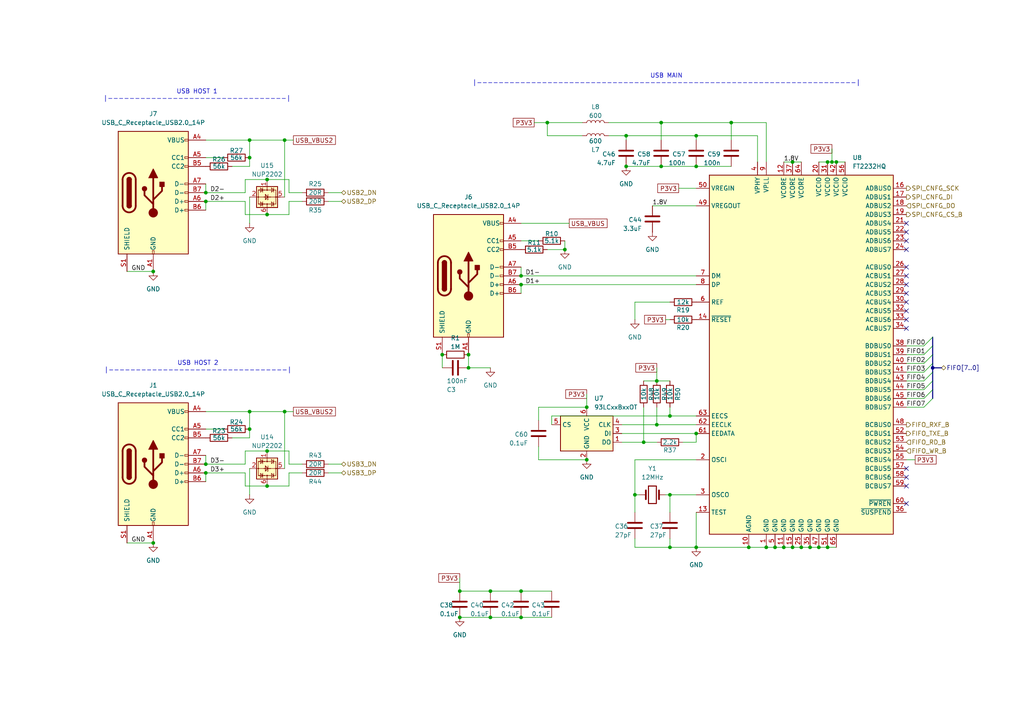
<source format=kicad_sch>
(kicad_sch
	(version 20250114)
	(generator "eeschema")
	(generator_version "9.0")
	(uuid "4d1ba469-c7be-46cf-af34-2e2d4d0c9044")
	(paper "A4")
	(lib_symbols
		(symbol "Connector:USB_C_Receptacle_USB2.0_14P"
			(pin_names
				(offset 1.016)
			)
			(exclude_from_sim no)
			(in_bom yes)
			(on_board yes)
			(property "Reference" "J"
				(at 0 22.225 0)
				(effects
					(font
						(size 1.27 1.27)
					)
				)
			)
			(property "Value" "USB_C_Receptacle_USB2.0_14P"
				(at 0 19.685 0)
				(effects
					(font
						(size 1.27 1.27)
					)
				)
			)
			(property "Footprint" ""
				(at 3.81 0 0)
				(effects
					(font
						(size 1.27 1.27)
					)
					(hide yes)
				)
			)
			(property "Datasheet" "https://www.usb.org/sites/default/files/documents/usb_type-c.zip"
				(at 3.81 0 0)
				(effects
					(font
						(size 1.27 1.27)
					)
					(hide yes)
				)
			)
			(property "Description" "USB 2.0-only 14P Type-C Receptacle connector"
				(at 0 0 0)
				(effects
					(font
						(size 1.27 1.27)
					)
					(hide yes)
				)
			)
			(property "ki_keywords" "usb universal serial bus type-C USB2.0"
				(at 0 0 0)
				(effects
					(font
						(size 1.27 1.27)
					)
					(hide yes)
				)
			)
			(property "ki_fp_filters" "USB*C*Receptacle*"
				(at 0 0 0)
				(effects
					(font
						(size 1.27 1.27)
					)
					(hide yes)
				)
			)
			(symbol "USB_C_Receptacle_USB2.0_14P_0_0"
				(rectangle
					(start -0.254 -17.78)
					(end 0.254 -16.764)
					(stroke
						(width 0)
						(type default)
					)
					(fill
						(type none)
					)
				)
				(rectangle
					(start 10.16 15.494)
					(end 9.144 14.986)
					(stroke
						(width 0)
						(type default)
					)
					(fill
						(type none)
					)
				)
				(rectangle
					(start 10.16 10.414)
					(end 9.144 9.906)
					(stroke
						(width 0)
						(type default)
					)
					(fill
						(type none)
					)
				)
				(rectangle
					(start 10.16 7.874)
					(end 9.144 7.366)
					(stroke
						(width 0)
						(type default)
					)
					(fill
						(type none)
					)
				)
				(rectangle
					(start 10.16 2.794)
					(end 9.144 2.286)
					(stroke
						(width 0)
						(type default)
					)
					(fill
						(type none)
					)
				)
				(rectangle
					(start 10.16 0.254)
					(end 9.144 -0.254)
					(stroke
						(width 0)
						(type default)
					)
					(fill
						(type none)
					)
				)
				(rectangle
					(start 10.16 -2.286)
					(end 9.144 -2.794)
					(stroke
						(width 0)
						(type default)
					)
					(fill
						(type none)
					)
				)
				(rectangle
					(start 10.16 -4.826)
					(end 9.144 -5.334)
					(stroke
						(width 0)
						(type default)
					)
					(fill
						(type none)
					)
				)
			)
			(symbol "USB_C_Receptacle_USB2.0_14P_0_1"
				(rectangle
					(start -10.16 17.78)
					(end 10.16 -17.78)
					(stroke
						(width 0.254)
						(type default)
					)
					(fill
						(type background)
					)
				)
				(polyline
					(pts
						(xy -8.89 -3.81) (xy -8.89 3.81)
					)
					(stroke
						(width 0.508)
						(type default)
					)
					(fill
						(type none)
					)
				)
				(rectangle
					(start -7.62 -3.81)
					(end -6.35 3.81)
					(stroke
						(width 0.254)
						(type default)
					)
					(fill
						(type outline)
					)
				)
				(arc
					(start -7.62 3.81)
					(mid -6.985 4.4423)
					(end -6.35 3.81)
					(stroke
						(width 0.254)
						(type default)
					)
					(fill
						(type none)
					)
				)
				(arc
					(start -7.62 3.81)
					(mid -6.985 4.4423)
					(end -6.35 3.81)
					(stroke
						(width 0.254)
						(type default)
					)
					(fill
						(type outline)
					)
				)
				(arc
					(start -8.89 3.81)
					(mid -6.985 5.7067)
					(end -5.08 3.81)
					(stroke
						(width 0.508)
						(type default)
					)
					(fill
						(type none)
					)
				)
				(arc
					(start -5.08 -3.81)
					(mid -6.985 -5.7067)
					(end -8.89 -3.81)
					(stroke
						(width 0.508)
						(type default)
					)
					(fill
						(type none)
					)
				)
				(arc
					(start -6.35 -3.81)
					(mid -6.985 -4.4423)
					(end -7.62 -3.81)
					(stroke
						(width 0.254)
						(type default)
					)
					(fill
						(type none)
					)
				)
				(arc
					(start -6.35 -3.81)
					(mid -6.985 -4.4423)
					(end -7.62 -3.81)
					(stroke
						(width 0.254)
						(type default)
					)
					(fill
						(type outline)
					)
				)
				(polyline
					(pts
						(xy -5.08 3.81) (xy -5.08 -3.81)
					)
					(stroke
						(width 0.508)
						(type default)
					)
					(fill
						(type none)
					)
				)
				(circle
					(center -2.54 1.143)
					(radius 0.635)
					(stroke
						(width 0.254)
						(type default)
					)
					(fill
						(type outline)
					)
				)
				(polyline
					(pts
						(xy -1.27 4.318) (xy 0 6.858) (xy 1.27 4.318) (xy -1.27 4.318)
					)
					(stroke
						(width 0.254)
						(type default)
					)
					(fill
						(type outline)
					)
				)
				(polyline
					(pts
						(xy 0 -2.032) (xy 2.54 0.508) (xy 2.54 1.778)
					)
					(stroke
						(width 0.508)
						(type default)
					)
					(fill
						(type none)
					)
				)
				(polyline
					(pts
						(xy 0 -3.302) (xy -2.54 -0.762) (xy -2.54 0.508)
					)
					(stroke
						(width 0.508)
						(type default)
					)
					(fill
						(type none)
					)
				)
				(polyline
					(pts
						(xy 0 -5.842) (xy 0 4.318)
					)
					(stroke
						(width 0.508)
						(type default)
					)
					(fill
						(type none)
					)
				)
				(circle
					(center 0 -5.842)
					(radius 1.27)
					(stroke
						(width 0)
						(type default)
					)
					(fill
						(type outline)
					)
				)
				(rectangle
					(start 1.905 1.778)
					(end 3.175 3.048)
					(stroke
						(width 0.254)
						(type default)
					)
					(fill
						(type outline)
					)
				)
			)
			(symbol "USB_C_Receptacle_USB2.0_14P_1_1"
				(pin passive line
					(at -7.62 -22.86 90)
					(length 5.08)
					(name "SHIELD"
						(effects
							(font
								(size 1.27 1.27)
							)
						)
					)
					(number "S1"
						(effects
							(font
								(size 1.27 1.27)
							)
						)
					)
				)
				(pin passive line
					(at 0 -22.86 90)
					(length 5.08)
					(name "GND"
						(effects
							(font
								(size 1.27 1.27)
							)
						)
					)
					(number "A1"
						(effects
							(font
								(size 1.27 1.27)
							)
						)
					)
				)
				(pin passive line
					(at 0 -22.86 90)
					(length 5.08)
					(hide yes)
					(name "GND"
						(effects
							(font
								(size 1.27 1.27)
							)
						)
					)
					(number "A12"
						(effects
							(font
								(size 1.27 1.27)
							)
						)
					)
				)
				(pin passive line
					(at 0 -22.86 90)
					(length 5.08)
					(hide yes)
					(name "GND"
						(effects
							(font
								(size 1.27 1.27)
							)
						)
					)
					(number "B1"
						(effects
							(font
								(size 1.27 1.27)
							)
						)
					)
				)
				(pin passive line
					(at 0 -22.86 90)
					(length 5.08)
					(hide yes)
					(name "GND"
						(effects
							(font
								(size 1.27 1.27)
							)
						)
					)
					(number "B12"
						(effects
							(font
								(size 1.27 1.27)
							)
						)
					)
				)
				(pin passive line
					(at 15.24 15.24 180)
					(length 5.08)
					(name "VBUS"
						(effects
							(font
								(size 1.27 1.27)
							)
						)
					)
					(number "A4"
						(effects
							(font
								(size 1.27 1.27)
							)
						)
					)
				)
				(pin passive line
					(at 15.24 15.24 180)
					(length 5.08)
					(hide yes)
					(name "VBUS"
						(effects
							(font
								(size 1.27 1.27)
							)
						)
					)
					(number "A9"
						(effects
							(font
								(size 1.27 1.27)
							)
						)
					)
				)
				(pin passive line
					(at 15.24 15.24 180)
					(length 5.08)
					(hide yes)
					(name "VBUS"
						(effects
							(font
								(size 1.27 1.27)
							)
						)
					)
					(number "B4"
						(effects
							(font
								(size 1.27 1.27)
							)
						)
					)
				)
				(pin passive line
					(at 15.24 15.24 180)
					(length 5.08)
					(hide yes)
					(name "VBUS"
						(effects
							(font
								(size 1.27 1.27)
							)
						)
					)
					(number "B9"
						(effects
							(font
								(size 1.27 1.27)
							)
						)
					)
				)
				(pin bidirectional line
					(at 15.24 10.16 180)
					(length 5.08)
					(name "CC1"
						(effects
							(font
								(size 1.27 1.27)
							)
						)
					)
					(number "A5"
						(effects
							(font
								(size 1.27 1.27)
							)
						)
					)
				)
				(pin bidirectional line
					(at 15.24 7.62 180)
					(length 5.08)
					(name "CC2"
						(effects
							(font
								(size 1.27 1.27)
							)
						)
					)
					(number "B5"
						(effects
							(font
								(size 1.27 1.27)
							)
						)
					)
				)
				(pin bidirectional line
					(at 15.24 2.54 180)
					(length 5.08)
					(name "D-"
						(effects
							(font
								(size 1.27 1.27)
							)
						)
					)
					(number "A7"
						(effects
							(font
								(size 1.27 1.27)
							)
						)
					)
				)
				(pin bidirectional line
					(at 15.24 0 180)
					(length 5.08)
					(name "D-"
						(effects
							(font
								(size 1.27 1.27)
							)
						)
					)
					(number "B7"
						(effects
							(font
								(size 1.27 1.27)
							)
						)
					)
				)
				(pin bidirectional line
					(at 15.24 -2.54 180)
					(length 5.08)
					(name "D+"
						(effects
							(font
								(size 1.27 1.27)
							)
						)
					)
					(number "A6"
						(effects
							(font
								(size 1.27 1.27)
							)
						)
					)
				)
				(pin bidirectional line
					(at 15.24 -5.08 180)
					(length 5.08)
					(name "D+"
						(effects
							(font
								(size 1.27 1.27)
							)
						)
					)
					(number "B6"
						(effects
							(font
								(size 1.27 1.27)
							)
						)
					)
				)
			)
			(embedded_fonts no)
		)
		(symbol "Device:C"
			(pin_numbers
				(hide yes)
			)
			(pin_names
				(offset 0.254)
			)
			(exclude_from_sim no)
			(in_bom yes)
			(on_board yes)
			(property "Reference" "C"
				(at 0.635 2.54 0)
				(effects
					(font
						(size 1.27 1.27)
					)
					(justify left)
				)
			)
			(property "Value" "C"
				(at 0.635 -2.54 0)
				(effects
					(font
						(size 1.27 1.27)
					)
					(justify left)
				)
			)
			(property "Footprint" ""
				(at 0.9652 -3.81 0)
				(effects
					(font
						(size 1.27 1.27)
					)
					(hide yes)
				)
			)
			(property "Datasheet" "~"
				(at 0 0 0)
				(effects
					(font
						(size 1.27 1.27)
					)
					(hide yes)
				)
			)
			(property "Description" "Unpolarized capacitor"
				(at 0 0 0)
				(effects
					(font
						(size 1.27 1.27)
					)
					(hide yes)
				)
			)
			(property "ki_keywords" "cap capacitor"
				(at 0 0 0)
				(effects
					(font
						(size 1.27 1.27)
					)
					(hide yes)
				)
			)
			(property "ki_fp_filters" "C_*"
				(at 0 0 0)
				(effects
					(font
						(size 1.27 1.27)
					)
					(hide yes)
				)
			)
			(symbol "C_0_1"
				(polyline
					(pts
						(xy -2.032 0.762) (xy 2.032 0.762)
					)
					(stroke
						(width 0.508)
						(type default)
					)
					(fill
						(type none)
					)
				)
				(polyline
					(pts
						(xy -2.032 -0.762) (xy 2.032 -0.762)
					)
					(stroke
						(width 0.508)
						(type default)
					)
					(fill
						(type none)
					)
				)
			)
			(symbol "C_1_1"
				(pin passive line
					(at 0 3.81 270)
					(length 2.794)
					(name "~"
						(effects
							(font
								(size 1.27 1.27)
							)
						)
					)
					(number "1"
						(effects
							(font
								(size 1.27 1.27)
							)
						)
					)
				)
				(pin passive line
					(at 0 -3.81 90)
					(length 2.794)
					(name "~"
						(effects
							(font
								(size 1.27 1.27)
							)
						)
					)
					(number "2"
						(effects
							(font
								(size 1.27 1.27)
							)
						)
					)
				)
			)
			(embedded_fonts no)
		)
		(symbol "Device:Crystal"
			(pin_numbers
				(hide yes)
			)
			(pin_names
				(offset 1.016)
				(hide yes)
			)
			(exclude_from_sim no)
			(in_bom yes)
			(on_board yes)
			(property "Reference" "Y"
				(at 0 3.81 0)
				(effects
					(font
						(size 1.27 1.27)
					)
				)
			)
			(property "Value" "Crystal"
				(at 0 -3.81 0)
				(effects
					(font
						(size 1.27 1.27)
					)
				)
			)
			(property "Footprint" ""
				(at 0 0 0)
				(effects
					(font
						(size 1.27 1.27)
					)
					(hide yes)
				)
			)
			(property "Datasheet" "~"
				(at 0 0 0)
				(effects
					(font
						(size 1.27 1.27)
					)
					(hide yes)
				)
			)
			(property "Description" "Two pin crystal"
				(at 0 0 0)
				(effects
					(font
						(size 1.27 1.27)
					)
					(hide yes)
				)
			)
			(property "ki_keywords" "quartz ceramic resonator oscillator"
				(at 0 0 0)
				(effects
					(font
						(size 1.27 1.27)
					)
					(hide yes)
				)
			)
			(property "ki_fp_filters" "Crystal*"
				(at 0 0 0)
				(effects
					(font
						(size 1.27 1.27)
					)
					(hide yes)
				)
			)
			(symbol "Crystal_0_1"
				(polyline
					(pts
						(xy -2.54 0) (xy -1.905 0)
					)
					(stroke
						(width 0)
						(type default)
					)
					(fill
						(type none)
					)
				)
				(polyline
					(pts
						(xy -1.905 -1.27) (xy -1.905 1.27)
					)
					(stroke
						(width 0.508)
						(type default)
					)
					(fill
						(type none)
					)
				)
				(rectangle
					(start -1.143 2.54)
					(end 1.143 -2.54)
					(stroke
						(width 0.3048)
						(type default)
					)
					(fill
						(type none)
					)
				)
				(polyline
					(pts
						(xy 1.905 -1.27) (xy 1.905 1.27)
					)
					(stroke
						(width 0.508)
						(type default)
					)
					(fill
						(type none)
					)
				)
				(polyline
					(pts
						(xy 2.54 0) (xy 1.905 0)
					)
					(stroke
						(width 0)
						(type default)
					)
					(fill
						(type none)
					)
				)
			)
			(symbol "Crystal_1_1"
				(pin passive line
					(at -3.81 0 0)
					(length 1.27)
					(name "1"
						(effects
							(font
								(size 1.27 1.27)
							)
						)
					)
					(number "1"
						(effects
							(font
								(size 1.27 1.27)
							)
						)
					)
				)
				(pin passive line
					(at 3.81 0 180)
					(length 1.27)
					(name "2"
						(effects
							(font
								(size 1.27 1.27)
							)
						)
					)
					(number "2"
						(effects
							(font
								(size 1.27 1.27)
							)
						)
					)
				)
			)
			(embedded_fonts no)
		)
		(symbol "Device:L"
			(pin_numbers
				(hide yes)
			)
			(pin_names
				(offset 1.016)
				(hide yes)
			)
			(exclude_from_sim no)
			(in_bom yes)
			(on_board yes)
			(property "Reference" "L"
				(at -1.27 0 90)
				(effects
					(font
						(size 1.27 1.27)
					)
				)
			)
			(property "Value" "L"
				(at 1.905 0 90)
				(effects
					(font
						(size 1.27 1.27)
					)
				)
			)
			(property "Footprint" ""
				(at 0 0 0)
				(effects
					(font
						(size 1.27 1.27)
					)
					(hide yes)
				)
			)
			(property "Datasheet" "~"
				(at 0 0 0)
				(effects
					(font
						(size 1.27 1.27)
					)
					(hide yes)
				)
			)
			(property "Description" "Inductor"
				(at 0 0 0)
				(effects
					(font
						(size 1.27 1.27)
					)
					(hide yes)
				)
			)
			(property "ki_keywords" "inductor choke coil reactor magnetic"
				(at 0 0 0)
				(effects
					(font
						(size 1.27 1.27)
					)
					(hide yes)
				)
			)
			(property "ki_fp_filters" "Choke_* *Coil* Inductor_* L_*"
				(at 0 0 0)
				(effects
					(font
						(size 1.27 1.27)
					)
					(hide yes)
				)
			)
			(symbol "L_0_1"
				(arc
					(start 0 2.54)
					(mid 0.6323 1.905)
					(end 0 1.27)
					(stroke
						(width 0)
						(type default)
					)
					(fill
						(type none)
					)
				)
				(arc
					(start 0 1.27)
					(mid 0.6323 0.635)
					(end 0 0)
					(stroke
						(width 0)
						(type default)
					)
					(fill
						(type none)
					)
				)
				(arc
					(start 0 0)
					(mid 0.6323 -0.635)
					(end 0 -1.27)
					(stroke
						(width 0)
						(type default)
					)
					(fill
						(type none)
					)
				)
				(arc
					(start 0 -1.27)
					(mid 0.6323 -1.905)
					(end 0 -2.54)
					(stroke
						(width 0)
						(type default)
					)
					(fill
						(type none)
					)
				)
			)
			(symbol "L_1_1"
				(pin passive line
					(at 0 3.81 270)
					(length 1.27)
					(name "1"
						(effects
							(font
								(size 1.27 1.27)
							)
						)
					)
					(number "1"
						(effects
							(font
								(size 1.27 1.27)
							)
						)
					)
				)
				(pin passive line
					(at 0 -3.81 90)
					(length 1.27)
					(name "2"
						(effects
							(font
								(size 1.27 1.27)
							)
						)
					)
					(number "2"
						(effects
							(font
								(size 1.27 1.27)
							)
						)
					)
				)
			)
			(embedded_fonts no)
		)
		(symbol "Device:R"
			(pin_numbers
				(hide yes)
			)
			(pin_names
				(offset 0)
			)
			(exclude_from_sim no)
			(in_bom yes)
			(on_board yes)
			(property "Reference" "R"
				(at 2.032 0 90)
				(effects
					(font
						(size 1.27 1.27)
					)
				)
			)
			(property "Value" "R"
				(at 0 0 90)
				(effects
					(font
						(size 1.27 1.27)
					)
				)
			)
			(property "Footprint" ""
				(at -1.778 0 90)
				(effects
					(font
						(size 1.27 1.27)
					)
					(hide yes)
				)
			)
			(property "Datasheet" "~"
				(at 0 0 0)
				(effects
					(font
						(size 1.27 1.27)
					)
					(hide yes)
				)
			)
			(property "Description" "Resistor"
				(at 0 0 0)
				(effects
					(font
						(size 1.27 1.27)
					)
					(hide yes)
				)
			)
			(property "ki_keywords" "R res resistor"
				(at 0 0 0)
				(effects
					(font
						(size 1.27 1.27)
					)
					(hide yes)
				)
			)
			(property "ki_fp_filters" "R_*"
				(at 0 0 0)
				(effects
					(font
						(size 1.27 1.27)
					)
					(hide yes)
				)
			)
			(symbol "R_0_1"
				(rectangle
					(start -1.016 -2.54)
					(end 1.016 2.54)
					(stroke
						(width 0.254)
						(type default)
					)
					(fill
						(type none)
					)
				)
			)
			(symbol "R_1_1"
				(pin passive line
					(at 0 3.81 270)
					(length 1.27)
					(name "~"
						(effects
							(font
								(size 1.27 1.27)
							)
						)
					)
					(number "1"
						(effects
							(font
								(size 1.27 1.27)
							)
						)
					)
				)
				(pin passive line
					(at 0 -3.81 90)
					(length 1.27)
					(name "~"
						(effects
							(font
								(size 1.27 1.27)
							)
						)
					)
					(number "2"
						(effects
							(font
								(size 1.27 1.27)
							)
						)
					)
				)
			)
			(embedded_fonts no)
		)
		(symbol "Interface_USB:FT2232HQ"
			(exclude_from_sim no)
			(in_bom yes)
			(on_board yes)
			(property "Reference" "U"
				(at -26.67 53.34 0)
				(effects
					(font
						(size 1.27 1.27)
					)
					(justify left)
				)
			)
			(property "Value" "FT2232HQ"
				(at 19.05 53.34 0)
				(effects
					(font
						(size 1.27 1.27)
					)
					(justify left)
				)
			)
			(property "Footprint" "Package_DFN_QFN:QFN-64-1EP_9x9mm_P0.5mm_EP4.35x4.35mm"
				(at 0 0 0)
				(effects
					(font
						(size 1.27 1.27)
					)
					(hide yes)
				)
			)
			(property "Datasheet" "https://www.ftdichip.com/Support/Documents/DataSheets/ICs/DS_FT2232H.pdf"
				(at 0 0 0)
				(effects
					(font
						(size 1.27 1.27)
					)
					(hide yes)
				)
			)
			(property "Description" "Hi Speed Double Channel USB UART/FIFO, QFN-64"
				(at 0 0 0)
				(effects
					(font
						(size 1.27 1.27)
					)
					(hide yes)
				)
			)
			(property "ki_keywords" "USB Double UART FIFO"
				(at 0 0 0)
				(effects
					(font
						(size 1.27 1.27)
					)
					(hide yes)
				)
			)
			(property "ki_fp_filters" "QFN*1EP*9x9mm*P0.5mm*"
				(at 0 0 0)
				(effects
					(font
						(size 1.27 1.27)
					)
					(hide yes)
				)
			)
			(symbol "FT2232HQ_0_1"
				(rectangle
					(start -26.67 -52.07)
					(end 26.67 52.07)
					(stroke
						(width 0.254)
						(type default)
					)
					(fill
						(type background)
					)
				)
			)
			(symbol "FT2232HQ_1_1"
				(pin power_in line
					(at -30.48 48.26 0)
					(length 3.81)
					(name "VREGIN"
						(effects
							(font
								(size 1.27 1.27)
							)
						)
					)
					(number "50"
						(effects
							(font
								(size 1.27 1.27)
							)
						)
					)
				)
				(pin power_out line
					(at -30.48 43.18 0)
					(length 3.81)
					(name "VREGOUT"
						(effects
							(font
								(size 1.27 1.27)
							)
						)
					)
					(number "49"
						(effects
							(font
								(size 1.27 1.27)
							)
						)
					)
				)
				(pin bidirectional line
					(at -30.48 22.86 0)
					(length 3.81)
					(name "DM"
						(effects
							(font
								(size 1.27 1.27)
							)
						)
					)
					(number "7"
						(effects
							(font
								(size 1.27 1.27)
							)
						)
					)
				)
				(pin bidirectional line
					(at -30.48 20.32 0)
					(length 3.81)
					(name "DP"
						(effects
							(font
								(size 1.27 1.27)
							)
						)
					)
					(number "8"
						(effects
							(font
								(size 1.27 1.27)
							)
						)
					)
				)
				(pin output line
					(at -30.48 15.24 0)
					(length 3.81)
					(name "REF"
						(effects
							(font
								(size 1.27 1.27)
							)
						)
					)
					(number "6"
						(effects
							(font
								(size 1.27 1.27)
							)
						)
					)
				)
				(pin input line
					(at -30.48 10.16 0)
					(length 3.81)
					(name "~{RESET}"
						(effects
							(font
								(size 1.27 1.27)
							)
						)
					)
					(number "14"
						(effects
							(font
								(size 1.27 1.27)
							)
						)
					)
				)
				(pin output line
					(at -30.48 -17.78 0)
					(length 3.81)
					(name "EECS"
						(effects
							(font
								(size 1.27 1.27)
							)
						)
					)
					(number "63"
						(effects
							(font
								(size 1.27 1.27)
							)
						)
					)
				)
				(pin output line
					(at -30.48 -20.32 0)
					(length 3.81)
					(name "EECLK"
						(effects
							(font
								(size 1.27 1.27)
							)
						)
					)
					(number "62"
						(effects
							(font
								(size 1.27 1.27)
							)
						)
					)
				)
				(pin bidirectional line
					(at -30.48 -22.86 0)
					(length 3.81)
					(name "EEDATA"
						(effects
							(font
								(size 1.27 1.27)
							)
						)
					)
					(number "61"
						(effects
							(font
								(size 1.27 1.27)
							)
						)
					)
				)
				(pin input line
					(at -30.48 -30.48 0)
					(length 3.81)
					(name "OSCI"
						(effects
							(font
								(size 1.27 1.27)
							)
						)
					)
					(number "2"
						(effects
							(font
								(size 1.27 1.27)
							)
						)
					)
				)
				(pin output line
					(at -30.48 -40.64 0)
					(length 3.81)
					(name "OSCO"
						(effects
							(font
								(size 1.27 1.27)
							)
						)
					)
					(number "3"
						(effects
							(font
								(size 1.27 1.27)
							)
						)
					)
				)
				(pin input line
					(at -30.48 -45.72 0)
					(length 3.81)
					(name "TEST"
						(effects
							(font
								(size 1.27 1.27)
							)
						)
					)
					(number "13"
						(effects
							(font
								(size 1.27 1.27)
							)
						)
					)
				)
				(pin power_in line
					(at -15.24 -55.88 90)
					(length 3.81)
					(name "AGND"
						(effects
							(font
								(size 1.27 1.27)
							)
						)
					)
					(number "10"
						(effects
							(font
								(size 1.27 1.27)
							)
						)
					)
				)
				(pin power_in line
					(at -12.7 55.88 270)
					(length 3.81)
					(name "VPHY"
						(effects
							(font
								(size 1.27 1.27)
							)
						)
					)
					(number "4"
						(effects
							(font
								(size 1.27 1.27)
							)
						)
					)
				)
				(pin input line
					(at -10.16 55.88 270)
					(length 3.81)
					(name "VPLL"
						(effects
							(font
								(size 1.27 1.27)
							)
						)
					)
					(number "9"
						(effects
							(font
								(size 1.27 1.27)
							)
						)
					)
				)
				(pin power_in line
					(at -10.16 -55.88 90)
					(length 3.81)
					(name "GND"
						(effects
							(font
								(size 1.27 1.27)
							)
						)
					)
					(number "1"
						(effects
							(font
								(size 1.27 1.27)
							)
						)
					)
				)
				(pin power_in line
					(at -7.62 -55.88 90)
					(length 3.81)
					(name "GND"
						(effects
							(font
								(size 1.27 1.27)
							)
						)
					)
					(number "5"
						(effects
							(font
								(size 1.27 1.27)
							)
						)
					)
				)
				(pin power_in line
					(at -5.08 55.88 270)
					(length 3.81)
					(name "VCORE"
						(effects
							(font
								(size 1.27 1.27)
							)
						)
					)
					(number "12"
						(effects
							(font
								(size 1.27 1.27)
							)
						)
					)
				)
				(pin power_in line
					(at -5.08 -55.88 90)
					(length 3.81)
					(name "GND"
						(effects
							(font
								(size 1.27 1.27)
							)
						)
					)
					(number "11"
						(effects
							(font
								(size 1.27 1.27)
							)
						)
					)
				)
				(pin power_in line
					(at -2.54 55.88 270)
					(length 3.81)
					(name "VCORE"
						(effects
							(font
								(size 1.27 1.27)
							)
						)
					)
					(number "37"
						(effects
							(font
								(size 1.27 1.27)
							)
						)
					)
				)
				(pin power_in line
					(at -2.54 -55.88 90)
					(length 3.81)
					(name "GND"
						(effects
							(font
								(size 1.27 1.27)
							)
						)
					)
					(number "15"
						(effects
							(font
								(size 1.27 1.27)
							)
						)
					)
				)
				(pin power_in line
					(at 0 55.88 270)
					(length 3.81)
					(name "VCORE"
						(effects
							(font
								(size 1.27 1.27)
							)
						)
					)
					(number "64"
						(effects
							(font
								(size 1.27 1.27)
							)
						)
					)
				)
				(pin power_in line
					(at 0 -55.88 90)
					(length 3.81)
					(name "GND"
						(effects
							(font
								(size 1.27 1.27)
							)
						)
					)
					(number "25"
						(effects
							(font
								(size 1.27 1.27)
							)
						)
					)
				)
				(pin power_in line
					(at 2.54 -55.88 90)
					(length 3.81)
					(name "GND"
						(effects
							(font
								(size 1.27 1.27)
							)
						)
					)
					(number "35"
						(effects
							(font
								(size 1.27 1.27)
							)
						)
					)
				)
				(pin power_in line
					(at 5.08 55.88 270)
					(length 3.81)
					(name "VCCIO"
						(effects
							(font
								(size 1.27 1.27)
							)
						)
					)
					(number "20"
						(effects
							(font
								(size 1.27 1.27)
							)
						)
					)
				)
				(pin power_in line
					(at 5.08 -55.88 90)
					(length 3.81)
					(name "GND"
						(effects
							(font
								(size 1.27 1.27)
							)
						)
					)
					(number "47"
						(effects
							(font
								(size 1.27 1.27)
							)
						)
					)
				)
				(pin power_in line
					(at 7.62 55.88 270)
					(length 3.81)
					(name "VCCIO"
						(effects
							(font
								(size 1.27 1.27)
							)
						)
					)
					(number "31"
						(effects
							(font
								(size 1.27 1.27)
							)
						)
					)
				)
				(pin power_in line
					(at 7.62 -55.88 90)
					(length 3.81)
					(name "GND"
						(effects
							(font
								(size 1.27 1.27)
							)
						)
					)
					(number "51"
						(effects
							(font
								(size 1.27 1.27)
							)
						)
					)
				)
				(pin power_in line
					(at 10.16 55.88 270)
					(length 3.81)
					(name "VCCIO"
						(effects
							(font
								(size 1.27 1.27)
							)
						)
					)
					(number "42"
						(effects
							(font
								(size 1.27 1.27)
							)
						)
					)
				)
				(pin power_in line
					(at 10.16 -55.88 90)
					(length 3.81)
					(name "GND"
						(effects
							(font
								(size 1.27 1.27)
							)
						)
					)
					(number "65"
						(effects
							(font
								(size 1.27 1.27)
							)
						)
					)
				)
				(pin power_in line
					(at 12.7 55.88 270)
					(length 3.81)
					(name "VCCIO"
						(effects
							(font
								(size 1.27 1.27)
							)
						)
					)
					(number "56"
						(effects
							(font
								(size 1.27 1.27)
							)
						)
					)
				)
				(pin bidirectional line
					(at 30.48 48.26 180)
					(length 3.81)
					(name "ADBUS0"
						(effects
							(font
								(size 1.27 1.27)
							)
						)
					)
					(number "16"
						(effects
							(font
								(size 1.27 1.27)
							)
						)
					)
				)
				(pin bidirectional line
					(at 30.48 45.72 180)
					(length 3.81)
					(name "ADBUS1"
						(effects
							(font
								(size 1.27 1.27)
							)
						)
					)
					(number "17"
						(effects
							(font
								(size 1.27 1.27)
							)
						)
					)
				)
				(pin bidirectional line
					(at 30.48 43.18 180)
					(length 3.81)
					(name "ADBUS2"
						(effects
							(font
								(size 1.27 1.27)
							)
						)
					)
					(number "18"
						(effects
							(font
								(size 1.27 1.27)
							)
						)
					)
				)
				(pin bidirectional line
					(at 30.48 40.64 180)
					(length 3.81)
					(name "ADBUS3"
						(effects
							(font
								(size 1.27 1.27)
							)
						)
					)
					(number "19"
						(effects
							(font
								(size 1.27 1.27)
							)
						)
					)
				)
				(pin bidirectional line
					(at 30.48 38.1 180)
					(length 3.81)
					(name "ADBUS4"
						(effects
							(font
								(size 1.27 1.27)
							)
						)
					)
					(number "21"
						(effects
							(font
								(size 1.27 1.27)
							)
						)
					)
				)
				(pin bidirectional line
					(at 30.48 35.56 180)
					(length 3.81)
					(name "ADBUS5"
						(effects
							(font
								(size 1.27 1.27)
							)
						)
					)
					(number "22"
						(effects
							(font
								(size 1.27 1.27)
							)
						)
					)
				)
				(pin bidirectional line
					(at 30.48 33.02 180)
					(length 3.81)
					(name "ADBUS6"
						(effects
							(font
								(size 1.27 1.27)
							)
						)
					)
					(number "23"
						(effects
							(font
								(size 1.27 1.27)
							)
						)
					)
				)
				(pin bidirectional line
					(at 30.48 30.48 180)
					(length 3.81)
					(name "ADBUS7"
						(effects
							(font
								(size 1.27 1.27)
							)
						)
					)
					(number "24"
						(effects
							(font
								(size 1.27 1.27)
							)
						)
					)
				)
				(pin bidirectional line
					(at 30.48 25.4 180)
					(length 3.81)
					(name "ACBUS0"
						(effects
							(font
								(size 1.27 1.27)
							)
						)
					)
					(number "26"
						(effects
							(font
								(size 1.27 1.27)
							)
						)
					)
				)
				(pin bidirectional line
					(at 30.48 22.86 180)
					(length 3.81)
					(name "ACBUS1"
						(effects
							(font
								(size 1.27 1.27)
							)
						)
					)
					(number "27"
						(effects
							(font
								(size 1.27 1.27)
							)
						)
					)
				)
				(pin bidirectional line
					(at 30.48 20.32 180)
					(length 3.81)
					(name "ACBUS2"
						(effects
							(font
								(size 1.27 1.27)
							)
						)
					)
					(number "28"
						(effects
							(font
								(size 1.27 1.27)
							)
						)
					)
				)
				(pin bidirectional line
					(at 30.48 17.78 180)
					(length 3.81)
					(name "ACBUS3"
						(effects
							(font
								(size 1.27 1.27)
							)
						)
					)
					(number "29"
						(effects
							(font
								(size 1.27 1.27)
							)
						)
					)
				)
				(pin bidirectional line
					(at 30.48 15.24 180)
					(length 3.81)
					(name "ACBUS4"
						(effects
							(font
								(size 1.27 1.27)
							)
						)
					)
					(number "30"
						(effects
							(font
								(size 1.27 1.27)
							)
						)
					)
				)
				(pin bidirectional line
					(at 30.48 12.7 180)
					(length 3.81)
					(name "ACBUS5"
						(effects
							(font
								(size 1.27 1.27)
							)
						)
					)
					(number "32"
						(effects
							(font
								(size 1.27 1.27)
							)
						)
					)
				)
				(pin bidirectional line
					(at 30.48 10.16 180)
					(length 3.81)
					(name "ACBUS6"
						(effects
							(font
								(size 1.27 1.27)
							)
						)
					)
					(number "33"
						(effects
							(font
								(size 1.27 1.27)
							)
						)
					)
				)
				(pin bidirectional line
					(at 30.48 7.62 180)
					(length 3.81)
					(name "ACBUS7"
						(effects
							(font
								(size 1.27 1.27)
							)
						)
					)
					(number "34"
						(effects
							(font
								(size 1.27 1.27)
							)
						)
					)
				)
				(pin bidirectional line
					(at 30.48 2.54 180)
					(length 3.81)
					(name "BDBUS0"
						(effects
							(font
								(size 1.27 1.27)
							)
						)
					)
					(number "38"
						(effects
							(font
								(size 1.27 1.27)
							)
						)
					)
				)
				(pin bidirectional line
					(at 30.48 0 180)
					(length 3.81)
					(name "BDBUS1"
						(effects
							(font
								(size 1.27 1.27)
							)
						)
					)
					(number "39"
						(effects
							(font
								(size 1.27 1.27)
							)
						)
					)
				)
				(pin bidirectional line
					(at 30.48 -2.54 180)
					(length 3.81)
					(name "BDBUS2"
						(effects
							(font
								(size 1.27 1.27)
							)
						)
					)
					(number "40"
						(effects
							(font
								(size 1.27 1.27)
							)
						)
					)
				)
				(pin bidirectional line
					(at 30.48 -5.08 180)
					(length 3.81)
					(name "BDBUS3"
						(effects
							(font
								(size 1.27 1.27)
							)
						)
					)
					(number "41"
						(effects
							(font
								(size 1.27 1.27)
							)
						)
					)
				)
				(pin bidirectional line
					(at 30.48 -7.62 180)
					(length 3.81)
					(name "BDBUS4"
						(effects
							(font
								(size 1.27 1.27)
							)
						)
					)
					(number "43"
						(effects
							(font
								(size 1.27 1.27)
							)
						)
					)
				)
				(pin bidirectional line
					(at 30.48 -10.16 180)
					(length 3.81)
					(name "BDBUS5"
						(effects
							(font
								(size 1.27 1.27)
							)
						)
					)
					(number "44"
						(effects
							(font
								(size 1.27 1.27)
							)
						)
					)
				)
				(pin bidirectional line
					(at 30.48 -12.7 180)
					(length 3.81)
					(name "BDBUS6"
						(effects
							(font
								(size 1.27 1.27)
							)
						)
					)
					(number "45"
						(effects
							(font
								(size 1.27 1.27)
							)
						)
					)
				)
				(pin bidirectional line
					(at 30.48 -15.24 180)
					(length 3.81)
					(name "BDBUS7"
						(effects
							(font
								(size 1.27 1.27)
							)
						)
					)
					(number "46"
						(effects
							(font
								(size 1.27 1.27)
							)
						)
					)
				)
				(pin bidirectional line
					(at 30.48 -20.32 180)
					(length 3.81)
					(name "BCBUS0"
						(effects
							(font
								(size 1.27 1.27)
							)
						)
					)
					(number "48"
						(effects
							(font
								(size 1.27 1.27)
							)
						)
					)
				)
				(pin bidirectional line
					(at 30.48 -22.86 180)
					(length 3.81)
					(name "BCBUS1"
						(effects
							(font
								(size 1.27 1.27)
							)
						)
					)
					(number "52"
						(effects
							(font
								(size 1.27 1.27)
							)
						)
					)
				)
				(pin bidirectional line
					(at 30.48 -25.4 180)
					(length 3.81)
					(name "BCBUS2"
						(effects
							(font
								(size 1.27 1.27)
							)
						)
					)
					(number "53"
						(effects
							(font
								(size 1.27 1.27)
							)
						)
					)
				)
				(pin bidirectional line
					(at 30.48 -27.94 180)
					(length 3.81)
					(name "BCBUS3"
						(effects
							(font
								(size 1.27 1.27)
							)
						)
					)
					(number "54"
						(effects
							(font
								(size 1.27 1.27)
							)
						)
					)
				)
				(pin bidirectional line
					(at 30.48 -30.48 180)
					(length 3.81)
					(name "BCBUS4"
						(effects
							(font
								(size 1.27 1.27)
							)
						)
					)
					(number "55"
						(effects
							(font
								(size 1.27 1.27)
							)
						)
					)
				)
				(pin bidirectional line
					(at 30.48 -33.02 180)
					(length 3.81)
					(name "BCBUS5"
						(effects
							(font
								(size 1.27 1.27)
							)
						)
					)
					(number "57"
						(effects
							(font
								(size 1.27 1.27)
							)
						)
					)
				)
				(pin bidirectional line
					(at 30.48 -35.56 180)
					(length 3.81)
					(name "BCBUS6"
						(effects
							(font
								(size 1.27 1.27)
							)
						)
					)
					(number "58"
						(effects
							(font
								(size 1.27 1.27)
							)
						)
					)
				)
				(pin bidirectional line
					(at 30.48 -38.1 180)
					(length 3.81)
					(name "BCBUS7"
						(effects
							(font
								(size 1.27 1.27)
							)
						)
					)
					(number "59"
						(effects
							(font
								(size 1.27 1.27)
							)
						)
					)
				)
				(pin output line
					(at 30.48 -43.18 180)
					(length 3.81)
					(name "~{PWREN}"
						(effects
							(font
								(size 1.27 1.27)
							)
						)
					)
					(number "60"
						(effects
							(font
								(size 1.27 1.27)
							)
						)
					)
				)
				(pin output line
					(at 30.48 -45.72 180)
					(length 3.81)
					(name "~{SUSPEND}"
						(effects
							(font
								(size 1.27 1.27)
							)
						)
					)
					(number "36"
						(effects
							(font
								(size 1.27 1.27)
							)
						)
					)
				)
			)
			(embedded_fonts no)
		)
		(symbol "Memory_EEPROM:93LCxxBxxOT"
			(exclude_from_sim no)
			(in_bom yes)
			(on_board yes)
			(property "Reference" "U"
				(at -6.35 6.35 0)
				(effects
					(font
						(size 1.27 1.27)
					)
				)
			)
			(property "Value" "93LCxxBxxOT"
				(at 7.62 -6.35 0)
				(effects
					(font
						(size 1.27 1.27)
					)
				)
			)
			(property "Footprint" "Package_TO_SOT_SMD:SOT-23-6"
				(at 0 0 0)
				(effects
					(font
						(size 1.27 1.27)
					)
					(hide yes)
				)
			)
			(property "Datasheet" "http://ww1.microchip.com/downloads/en/DeviceDoc/20001749K.pdf"
				(at 0 0 0)
				(effects
					(font
						(size 1.27 1.27)
					)
					(hide yes)
				)
			)
			(property "Description" "Serial EEPROM, 93 Series, 2.5V, SOT-23-6"
				(at 0 0 0)
				(effects
					(font
						(size 1.27 1.27)
					)
					(hide yes)
				)
			)
			(property "ki_keywords" "1K Microwire Serial EEPROM"
				(at 0 0 0)
				(effects
					(font
						(size 1.27 1.27)
					)
					(hide yes)
				)
			)
			(property "ki_fp_filters" "SOT?23*"
				(at 0 0 0)
				(effects
					(font
						(size 1.27 1.27)
					)
					(hide yes)
				)
			)
			(symbol "93LCxxBxxOT_0_1"
				(rectangle
					(start -7.62 5.08)
					(end 7.62 -5.08)
					(stroke
						(width 0.254)
						(type default)
					)
					(fill
						(type background)
					)
				)
			)
			(symbol "93LCxxBxxOT_1_1"
				(pin input line
					(at -10.16 2.54 0)
					(length 2.54)
					(name "CS"
						(effects
							(font
								(size 1.27 1.27)
							)
						)
					)
					(number "5"
						(effects
							(font
								(size 1.27 1.27)
							)
						)
					)
				)
				(pin power_in line
					(at 0 7.62 270)
					(length 2.54)
					(name "VCC"
						(effects
							(font
								(size 1.27 1.27)
							)
						)
					)
					(number "6"
						(effects
							(font
								(size 1.27 1.27)
							)
						)
					)
				)
				(pin power_in line
					(at 0 -7.62 90)
					(length 2.54)
					(name "GND"
						(effects
							(font
								(size 1.27 1.27)
							)
						)
					)
					(number "2"
						(effects
							(font
								(size 1.27 1.27)
							)
						)
					)
				)
				(pin input line
					(at 10.16 2.54 180)
					(length 2.54)
					(name "CLK"
						(effects
							(font
								(size 1.27 1.27)
							)
						)
					)
					(number "4"
						(effects
							(font
								(size 1.27 1.27)
							)
						)
					)
				)
				(pin input line
					(at 10.16 0 180)
					(length 2.54)
					(name "DI"
						(effects
							(font
								(size 1.27 1.27)
							)
						)
					)
					(number "3"
						(effects
							(font
								(size 1.27 1.27)
							)
						)
					)
				)
				(pin tri_state line
					(at 10.16 -2.54 180)
					(length 2.54)
					(name "DO"
						(effects
							(font
								(size 1.27 1.27)
							)
						)
					)
					(number "1"
						(effects
							(font
								(size 1.27 1.27)
							)
						)
					)
				)
			)
			(embedded_fonts no)
		)
		(symbol "Power_Protection:NUP2202"
			(exclude_from_sim no)
			(in_bom yes)
			(on_board yes)
			(property "Reference" "U"
				(at -5.334 -2.54 0)
				(effects
					(font
						(size 1.27 1.27)
					)
				)
			)
			(property "Value" "NUP2202"
				(at 6.35 1.27 90)
				(effects
					(font
						(size 1.27 1.27)
					)
				)
			)
			(property "Footprint" "Package_TO_SOT_SMD:SOT-363_SC-70-6"
				(at 2.032 1.905 0)
				(effects
					(font
						(size 1.27 1.27)
					)
					(hide yes)
				)
			)
			(property "Datasheet" "https://www.onsemi.com/pdf/datasheet/nup2202w1-d.pdf"
				(at 2.032 1.905 0)
				(effects
					(font
						(size 1.27 1.27)
					)
					(hide yes)
				)
			)
			(property "Description" "Transient voltage suppressor designed to protect high speed data lines from ESD, EFT, and lightning"
				(at 0 0 0)
				(effects
					(font
						(size 1.27 1.27)
					)
					(hide yes)
				)
			)
			(property "ki_keywords" "ESD Protection diodes  transient suppressor"
				(at 0 0 0)
				(effects
					(font
						(size 1.27 1.27)
					)
					(hide yes)
				)
			)
			(property "ki_fp_filters" "SOT?363*"
				(at 0 0 0)
				(effects
					(font
						(size 1.27 1.27)
					)
					(hide yes)
				)
			)
			(symbol "NUP2202_0_1"
				(rectangle
					(start -3.048 3.048)
					(end 3.048 -3.048)
					(stroke
						(width 0.254)
						(type default)
					)
					(fill
						(type background)
					)
				)
				(polyline
					(pts
						(xy -2.667 1.905) (xy -1.397 1.905)
					)
					(stroke
						(width 0)
						(type default)
					)
					(fill
						(type none)
					)
				)
				(polyline
					(pts
						(xy -2.667 1.27) (xy -1.397 1.27) (xy -2.032 1.905) (xy -2.667 1.27)
					)
					(stroke
						(width 0)
						(type default)
					)
					(fill
						(type none)
					)
				)
				(polyline
					(pts
						(xy -2.667 -1.27) (xy -1.397 -1.27)
					)
					(stroke
						(width 0)
						(type default)
					)
					(fill
						(type none)
					)
				)
				(polyline
					(pts
						(xy -2.667 -1.27) (xy -1.397 -1.27)
					)
					(stroke
						(width 0)
						(type default)
					)
					(fill
						(type none)
					)
				)
				(polyline
					(pts
						(xy -2.667 -1.905) (xy -1.397 -1.905) (xy -2.032 -1.27) (xy -2.667 -1.905)
					)
					(stroke
						(width 0)
						(type default)
					)
					(fill
						(type none)
					)
				)
				(polyline
					(pts
						(xy -2.54 0) (xy -2.032 0)
					)
					(stroke
						(width 0)
						(type default)
					)
					(fill
						(type none)
					)
				)
				(polyline
					(pts
						(xy -2.032 2.54) (xy 2.032 2.54)
					)
					(stroke
						(width 0)
						(type default)
					)
					(fill
						(type none)
					)
				)
				(polyline
					(pts
						(xy -2.032 0.635) (xy -2.032 2.54)
					)
					(stroke
						(width 0)
						(type default)
					)
					(fill
						(type none)
					)
				)
				(polyline
					(pts
						(xy -2.032 0.635) (xy -2.032 -0.635)
					)
					(stroke
						(width 0)
						(type default)
					)
					(fill
						(type none)
					)
				)
				(circle
					(center -2.032 0)
					(radius 0.127)
					(stroke
						(width 0)
						(type default)
					)
					(fill
						(type none)
					)
				)
				(circle
					(center -2.032 0)
					(radius 0.127)
					(stroke
						(width 0)
						(type default)
					)
					(fill
						(type none)
					)
				)
				(polyline
					(pts
						(xy -2.032 -2.54) (xy -2.032 -0.635)
					)
					(stroke
						(width 0)
						(type default)
					)
					(fill
						(type none)
					)
				)
				(polyline
					(pts
						(xy -2.032 -2.54) (xy -2.032 -0.635)
					)
					(stroke
						(width 0)
						(type default)
					)
					(fill
						(type none)
					)
				)
				(polyline
					(pts
						(xy -0.762 0.254) (xy 0.762 0.254)
					)
					(stroke
						(width 0)
						(type default)
					)
					(fill
						(type none)
					)
				)
				(polyline
					(pts
						(xy -0.762 -0.508) (xy 0.762 -0.508) (xy 0 0.254) (xy -0.762 -0.508)
					)
					(stroke
						(width 0)
						(type default)
					)
					(fill
						(type none)
					)
				)
				(polyline
					(pts
						(xy -0.762 -0.508) (xy 0.762 -0.508) (xy 0 0.254) (xy -0.762 -0.508)
					)
					(stroke
						(width 0)
						(type default)
					)
					(fill
						(type none)
					)
				)
				(circle
					(center 0 2.54)
					(radius 0.127)
					(stroke
						(width 0)
						(type default)
					)
					(fill
						(type none)
					)
				)
				(polyline
					(pts
						(xy 0 1.016) (xy 0 3.81)
					)
					(stroke
						(width 0)
						(type default)
					)
					(fill
						(type none)
					)
				)
				(polyline
					(pts
						(xy 0 -0.889) (xy 0 1.016)
					)
					(stroke
						(width 0)
						(type default)
					)
					(fill
						(type none)
					)
				)
				(polyline
					(pts
						(xy 0 -0.889) (xy 0 1.016)
					)
					(stroke
						(width 0)
						(type default)
					)
					(fill
						(type none)
					)
				)
				(polyline
					(pts
						(xy 0 -0.889) (xy 0 -2.54)
					)
					(stroke
						(width 0)
						(type default)
					)
					(fill
						(type none)
					)
				)
				(circle
					(center 0 -2.54)
					(radius 0.127)
					(stroke
						(width 0)
						(type default)
					)
					(fill
						(type none)
					)
				)
				(polyline
					(pts
						(xy 0.762 0) (xy 0.762 0.254)
					)
					(stroke
						(width 0)
						(type default)
					)
					(fill
						(type none)
					)
				)
				(polyline
					(pts
						(xy 1.397 1.905) (xy 2.667 1.905)
					)
					(stroke
						(width 0)
						(type default)
					)
					(fill
						(type none)
					)
				)
				(polyline
					(pts
						(xy 1.397 1.27) (xy 2.667 1.27) (xy 2.032 1.905) (xy 1.397 1.27)
					)
					(stroke
						(width 0)
						(type default)
					)
					(fill
						(type none)
					)
				)
				(polyline
					(pts
						(xy 1.397 -1.27) (xy 2.667 -1.27)
					)
					(stroke
						(width 0)
						(type default)
					)
					(fill
						(type none)
					)
				)
				(polyline
					(pts
						(xy 1.397 -1.27) (xy 2.667 -1.27)
					)
					(stroke
						(width 0)
						(type default)
					)
					(fill
						(type none)
					)
				)
				(polyline
					(pts
						(xy 1.397 -1.905) (xy 2.667 -1.905) (xy 2.032 -1.27) (xy 1.397 -1.905)
					)
					(stroke
						(width 0)
						(type default)
					)
					(fill
						(type none)
					)
				)
				(polyline
					(pts
						(xy 2.032 0.635) (xy 2.032 2.54)
					)
					(stroke
						(width 0)
						(type default)
					)
					(fill
						(type none)
					)
				)
				(polyline
					(pts
						(xy 2.032 0.635) (xy 2.032 -0.635)
					)
					(stroke
						(width 0)
						(type default)
					)
					(fill
						(type none)
					)
				)
				(polyline
					(pts
						(xy 2.032 0) (xy 2.54 0)
					)
					(stroke
						(width 0)
						(type default)
					)
					(fill
						(type none)
					)
				)
				(circle
					(center 2.032 0)
					(radius 0.127)
					(stroke
						(width 0)
						(type default)
					)
					(fill
						(type none)
					)
				)
				(circle
					(center 2.032 0)
					(radius 0.127)
					(stroke
						(width 0)
						(type default)
					)
					(fill
						(type none)
					)
				)
				(polyline
					(pts
						(xy 2.032 -2.54) (xy -2.032 -2.54)
					)
					(stroke
						(width 0)
						(type default)
					)
					(fill
						(type none)
					)
				)
				(polyline
					(pts
						(xy 2.032 -2.54) (xy 2.032 -0.635)
					)
					(stroke
						(width 0)
						(type default)
					)
					(fill
						(type none)
					)
				)
				(polyline
					(pts
						(xy 2.032 -2.54) (xy 2.032 -0.635)
					)
					(stroke
						(width 0)
						(type default)
					)
					(fill
						(type none)
					)
				)
			)
			(symbol "NUP2202_1_1"
				(pin passive line
					(at -5.08 0 0)
					(length 2.54)
					(name "~"
						(effects
							(font
								(size 1.27 1.27)
							)
						)
					)
					(number "1"
						(effects
							(font
								(size 1.27 1.27)
							)
						)
					)
				)
				(pin passive line
					(at 0 5.08 270)
					(length 2.54)
					(name "~"
						(effects
							(font
								(size 1.27 1.27)
							)
						)
					)
					(number "5"
						(effects
							(font
								(size 1.27 1.27)
							)
						)
					)
				)
				(pin no_connect line
					(at 0 2.54 270)
					(length 2.54)
					(hide yes)
					(name "~"
						(effects
							(font
								(size 1.27 1.27)
							)
						)
					)
					(number "4"
						(effects
							(font
								(size 1.27 1.27)
							)
						)
					)
				)
				(pin no_connect line
					(at 0 -2.54 90)
					(length 2.54)
					(hide yes)
					(name "~"
						(effects
							(font
								(size 1.27 1.27)
							)
						)
					)
					(number "3"
						(effects
							(font
								(size 1.27 1.27)
							)
						)
					)
				)
				(pin passive line
					(at 0 -5.08 90)
					(length 2.54)
					(name "~"
						(effects
							(font
								(size 1.27 1.27)
							)
						)
					)
					(number "2"
						(effects
							(font
								(size 1.27 1.27)
							)
						)
					)
				)
				(pin passive line
					(at 5.08 0 180)
					(length 2.54)
					(name "~"
						(effects
							(font
								(size 1.27 1.27)
							)
						)
					)
					(number "6"
						(effects
							(font
								(size 1.27 1.27)
							)
						)
					)
				)
			)
			(embedded_fonts no)
		)
		(symbol "power:GND"
			(power)
			(pin_numbers
				(hide yes)
			)
			(pin_names
				(offset 0)
				(hide yes)
			)
			(exclude_from_sim no)
			(in_bom yes)
			(on_board yes)
			(property "Reference" "#PWR"
				(at 0 -6.35 0)
				(effects
					(font
						(size 1.27 1.27)
					)
					(hide yes)
				)
			)
			(property "Value" "GND"
				(at 0 -3.81 0)
				(effects
					(font
						(size 1.27 1.27)
					)
				)
			)
			(property "Footprint" ""
				(at 0 0 0)
				(effects
					(font
						(size 1.27 1.27)
					)
					(hide yes)
				)
			)
			(property "Datasheet" ""
				(at 0 0 0)
				(effects
					(font
						(size 1.27 1.27)
					)
					(hide yes)
				)
			)
			(property "Description" "Power symbol creates a global label with name \"GND\" , ground"
				(at 0 0 0)
				(effects
					(font
						(size 1.27 1.27)
					)
					(hide yes)
				)
			)
			(property "ki_keywords" "global power"
				(at 0 0 0)
				(effects
					(font
						(size 1.27 1.27)
					)
					(hide yes)
				)
			)
			(symbol "GND_0_1"
				(polyline
					(pts
						(xy 0 0) (xy 0 -1.27) (xy 1.27 -1.27) (xy 0 -2.54) (xy -1.27 -1.27) (xy 0 -1.27)
					)
					(stroke
						(width 0)
						(type default)
					)
					(fill
						(type none)
					)
				)
			)
			(symbol "GND_1_1"
				(pin power_in line
					(at 0 0 270)
					(length 0)
					(name "~"
						(effects
							(font
								(size 1.27 1.27)
							)
						)
					)
					(number "1"
						(effects
							(font
								(size 1.27 1.27)
							)
						)
					)
				)
			)
			(embedded_fonts no)
		)
	)
	(text "USB HOST 1\n|---------------------------------|"
		(exclude_from_sim no)
		(at 57.15 27.686 0)
		(effects
			(font
				(size 1.27 1.27)
			)
		)
		(uuid "62f81aac-919b-4830-a715-502fd14e6874")
	)
	(text "USB MAIN\n|----------------------------------------------------------------------|"
		(exclude_from_sim no)
		(at 193.294 23.114 0)
		(effects
			(font
				(size 1.27 1.27)
			)
		)
		(uuid "7f438959-b4fb-456b-a528-dbd8db11ae39")
	)
	(text "USB HOST 2\n|---------------------------------|"
		(exclude_from_sim no)
		(at 57.404 106.426 0)
		(effects
			(font
				(size 1.27 1.27)
			)
		)
		(uuid "ac8a8ddb-01df-4e50-a031-ef62269489fc")
	)
	(junction
		(at 77.47 52.07)
		(diameter 0)
		(color 0 0 0 0)
		(uuid "03935a3e-b829-4fe6-bb28-3429082e5c74")
	)
	(junction
		(at 77.47 130.81)
		(diameter 0)
		(color 0 0 0 0)
		(uuid "08bc4a85-43a5-494a-96d3-66373b89e46c")
	)
	(junction
		(at 142.24 171.45)
		(diameter 0)
		(color 0 0 0 0)
		(uuid "148ba2c7-cc72-40a4-92f4-d3fd913b20a7")
	)
	(junction
		(at 170.18 133.35)
		(diameter 0)
		(color 0 0 0 0)
		(uuid "15ecd1be-d53f-4351-a6fe-9a07aa23b049")
	)
	(junction
		(at 191.77 48.26)
		(diameter 0)
		(color 0 0 0 0)
		(uuid "15faec5c-cef5-42c2-b288-f75bcd0f8f8c")
	)
	(junction
		(at 59.69 55.88)
		(diameter 0)
		(color 0 0 0 0)
		(uuid "21b3cb5b-dc3c-412d-b387-99565d3bd297")
	)
	(junction
		(at 194.31 143.51)
		(diameter 0)
		(color 0 0 0 0)
		(uuid "2e026b8b-554e-4bb3-8a74-d55157643375")
	)
	(junction
		(at 201.93 48.26)
		(diameter 0)
		(color 0 0 0 0)
		(uuid "2fd64b9d-6ec0-49c5-bbea-667cba3265e8")
	)
	(junction
		(at 212.09 35.56)
		(diameter 0)
		(color 0 0 0 0)
		(uuid "32864ef6-c5af-4c54-8db3-9d463af1a085")
	)
	(junction
		(at 190.5 123.19)
		(diameter 0)
		(color 0 0 0 0)
		(uuid "32aa65e5-a06b-4ffc-95b9-ddc6dfb41075")
	)
	(junction
		(at 241.3 46.99)
		(diameter 0)
		(color 0 0 0 0)
		(uuid "39657924-a794-4adb-9419-45b1bcc68164")
	)
	(junction
		(at 229.87 46.99)
		(diameter 0)
		(color 0 0 0 0)
		(uuid "3b026928-eb1c-4f96-8710-59cd5152b086")
	)
	(junction
		(at 142.24 179.07)
		(diameter 0)
		(color 0 0 0 0)
		(uuid "3bebf63e-275a-423d-96d8-c5025a7a119c")
	)
	(junction
		(at 227.33 158.75)
		(diameter 0)
		(color 0 0 0 0)
		(uuid "42a56c31-fbbc-4255-af6d-ee9ea222d6c7")
	)
	(junction
		(at 194.31 158.75)
		(diameter 0)
		(color 0 0 0 0)
		(uuid "44899e30-4ed5-4a61-9a99-d43c53abc9eb")
	)
	(junction
		(at 72.39 45.72)
		(diameter 0)
		(color 0 0 0 0)
		(uuid "4c96b1dd-800c-4786-9d59-a9bc0fe1ce23")
	)
	(junction
		(at 170.18 118.11)
		(diameter 0)
		(color 0 0 0 0)
		(uuid "4ef37359-0687-4ca0-ad75-17b5503204c1")
	)
	(junction
		(at 59.69 134.62)
		(diameter 0)
		(color 0 0 0 0)
		(uuid "5263c256-44eb-4281-91f8-4ef8d3242992")
	)
	(junction
		(at 151.13 179.07)
		(diameter 0)
		(color 0 0 0 0)
		(uuid "5470c84c-1f23-4b21-b5fd-acfe8222695b")
	)
	(junction
		(at 44.45 157.48)
		(diameter 0)
		(color 0 0 0 0)
		(uuid "56056c6d-acfe-4f2d-ae9c-ceb579920df7")
	)
	(junction
		(at 190.5 110.49)
		(diameter 0)
		(color 0 0 0 0)
		(uuid "56a45987-ae0b-45b5-bb4d-2ba738e74a28")
	)
	(junction
		(at 158.75 35.56)
		(diameter 0)
		(color 0 0 0 0)
		(uuid "5b9ded64-cf7a-4dba-80a1-fbd53b48cef1")
	)
	(junction
		(at 240.03 46.99)
		(diameter 0)
		(color 0 0 0 0)
		(uuid "6062402d-b86e-4d55-88e2-6c54c04ff1ab")
	)
	(junction
		(at 133.35 171.45)
		(diameter 0)
		(color 0 0 0 0)
		(uuid "64df7479-c006-4f06-ad45-503339e35550")
	)
	(junction
		(at 191.77 35.56)
		(diameter 0)
		(color 0 0 0 0)
		(uuid "65ae0490-ef0a-4e73-b1bb-bf07227b0416")
	)
	(junction
		(at 151.13 82.55)
		(diameter 0)
		(color 0 0 0 0)
		(uuid "6e82dcfd-c57b-463e-b00b-b4e0b42e5abd")
	)
	(junction
		(at 59.69 137.16)
		(diameter 0)
		(color 0 0 0 0)
		(uuid "6f26313e-e362-45fc-ac8c-39c6c4f536da")
	)
	(junction
		(at 194.31 120.65)
		(diameter 0)
		(color 0 0 0 0)
		(uuid "6ffe492a-dca4-4b60-852f-b60b299cbfdb")
	)
	(junction
		(at 128.27 102.87)
		(diameter 0)
		(color 0 0 0 0)
		(uuid "72f256f3-9eee-4c05-b5e6-df6e512cc62e")
	)
	(junction
		(at 72.39 124.46)
		(diameter 0)
		(color 0 0 0 0)
		(uuid "76dee07b-f939-4e3c-ad39-454d49bef493")
	)
	(junction
		(at 234.95 158.75)
		(diameter 0)
		(color 0 0 0 0)
		(uuid "78adf4e9-384f-4884-856b-650b45e7741e")
	)
	(junction
		(at 270.51 106.68)
		(diameter 0)
		(color 0 0 0 0)
		(uuid "83c151e6-9b86-4725-aea4-92ca0b96dba9")
	)
	(junction
		(at 222.25 158.75)
		(diameter 0)
		(color 0 0 0 0)
		(uuid "860e8eeb-bd76-4a5e-8136-ed9c2f51b494")
	)
	(junction
		(at 135.89 102.87)
		(diameter 0)
		(color 0 0 0 0)
		(uuid "86c664ed-c2b1-4f15-8705-c62f10bc9948")
	)
	(junction
		(at 82.55 40.64)
		(diameter 0)
		(color 0 0 0 0)
		(uuid "88351cc4-b43f-41f4-ac05-cd470d24db0e")
	)
	(junction
		(at 229.87 158.75)
		(diameter 0)
		(color 0 0 0 0)
		(uuid "8e756ad8-4872-4a7b-82ba-4b537d7fb697")
	)
	(junction
		(at 240.03 158.75)
		(diameter 0)
		(color 0 0 0 0)
		(uuid "94b4c026-853d-4e94-8509-d2c52ce5380d")
	)
	(junction
		(at 186.69 128.27)
		(diameter 0)
		(color 0 0 0 0)
		(uuid "95a9ce10-b5c9-4994-b144-a82b7e00dea8")
	)
	(junction
		(at 151.13 171.45)
		(diameter 0)
		(color 0 0 0 0)
		(uuid "9c558ac4-2082-45b2-8101-e013d6b9a0b4")
	)
	(junction
		(at 59.69 58.42)
		(diameter 0)
		(color 0 0 0 0)
		(uuid "9d4ad5db-6842-4639-8a2c-f61962105d1c")
	)
	(junction
		(at 77.47 62.23)
		(diameter 0)
		(color 0 0 0 0)
		(uuid "a1feb154-4474-4c93-959d-4f3fddeecc3d")
	)
	(junction
		(at 133.35 179.07)
		(diameter 0)
		(color 0 0 0 0)
		(uuid "a5fa213f-49c5-4417-b57c-fe650f61e522")
	)
	(junction
		(at 72.39 40.64)
		(diameter 0)
		(color 0 0 0 0)
		(uuid "af0f5c83-277a-4dc8-82e6-78c60906b08d")
	)
	(junction
		(at 181.61 39.37)
		(diameter 0)
		(color 0 0 0 0)
		(uuid "b2661d07-bbf0-4a9a-b644-52b4c5c7d075")
	)
	(junction
		(at 237.49 158.75)
		(diameter 0)
		(color 0 0 0 0)
		(uuid "b3813482-adda-462e-9d3a-8ec4daa26b12")
	)
	(junction
		(at 44.45 78.74)
		(diameter 0)
		(color 0 0 0 0)
		(uuid "b6e1590a-b570-416e-a5c9-f43032d38f61")
	)
	(junction
		(at 163.83 72.39)
		(diameter 0)
		(color 0 0 0 0)
		(uuid "b76fd288-0022-4943-9b2e-52a2b79b707d")
	)
	(junction
		(at 82.55 119.38)
		(diameter 0)
		(color 0 0 0 0)
		(uuid "b95e0a12-7476-403e-a574-83db2ef8d40c")
	)
	(junction
		(at 135.89 106.68)
		(diameter 0)
		(color 0 0 0 0)
		(uuid "be82b8c0-6173-4a54-a440-5cc6384890be")
	)
	(junction
		(at 72.39 119.38)
		(diameter 0)
		(color 0 0 0 0)
		(uuid "c802c25f-d81e-40ab-b7a9-889ba35b3323")
	)
	(junction
		(at 232.41 158.75)
		(diameter 0)
		(color 0 0 0 0)
		(uuid "c81a7bc6-2c16-4059-ac2c-dfbbccfc209f")
	)
	(junction
		(at 77.47 140.97)
		(diameter 0)
		(color 0 0 0 0)
		(uuid "d362228b-7e7c-4ef8-b1b7-6f2f5dd20b86")
	)
	(junction
		(at 217.17 158.75)
		(diameter 0)
		(color 0 0 0 0)
		(uuid "d5e189a3-79cf-40c6-98c9-b597b1ffeceb")
	)
	(junction
		(at 224.79 158.75)
		(diameter 0)
		(color 0 0 0 0)
		(uuid "d928d32b-6223-43ac-9f8b-4d4921c7d464")
	)
	(junction
		(at 201.93 158.75)
		(diameter 0)
		(color 0 0 0 0)
		(uuid "dc4c64a6-ca54-4e9c-a7a9-3c42da08a6ac")
	)
	(junction
		(at 201.93 39.37)
		(diameter 0)
		(color 0 0 0 0)
		(uuid "de5c31f0-4769-49af-86ad-ffacfedc5a90")
	)
	(junction
		(at 181.61 48.26)
		(diameter 0)
		(color 0 0 0 0)
		(uuid "dea83165-e0db-4255-be8a-b1233a55f074")
	)
	(junction
		(at 184.15 143.51)
		(diameter 0)
		(color 0 0 0 0)
		(uuid "e3513bc9-39c5-4c9b-bcea-ad72847acffb")
	)
	(junction
		(at 201.93 125.73)
		(diameter 0)
		(color 0 0 0 0)
		(uuid "e85550b2-7718-4581-b017-2c59448c9537")
	)
	(junction
		(at 242.57 46.99)
		(diameter 0)
		(color 0 0 0 0)
		(uuid "eeae2593-92d9-48f4-ad4f-09c2c0c4a02b")
	)
	(junction
		(at 151.13 80.01)
		(diameter 0)
		(color 0 0 0 0)
		(uuid "fee04f95-edfb-4196-b25d-6def437befbf")
	)
	(no_connect
		(at 262.89 146.05)
		(uuid "07c9f199-8b68-45fe-9410-67a50e04a08c")
	)
	(no_connect
		(at 262.89 87.63)
		(uuid "1398222b-d25b-4899-a9a2-80a01c9e75a0")
	)
	(no_connect
		(at 262.89 82.55)
		(uuid "14db6a00-a130-4b58-b04b-1d1c82137613")
	)
	(no_connect
		(at 262.89 140.97)
		(uuid "190bea47-fee2-482a-8b52-cf010f3aa742")
	)
	(no_connect
		(at 262.89 85.09)
		(uuid "2778ffc9-555c-4eb6-a97c-dbd8af1c7a15")
	)
	(no_connect
		(at 262.89 95.25)
		(uuid "35516411-6f24-4106-9b0f-0e2425bd693a")
	)
	(no_connect
		(at 262.89 64.77)
		(uuid "53085dae-cc22-4819-9477-343197c28995")
	)
	(no_connect
		(at 262.89 135.89)
		(uuid "56926b95-a189-41b6-800b-a4b9b8df7a74")
	)
	(no_connect
		(at 262.89 69.85)
		(uuid "74872fa2-ee4d-42e2-b6fc-6bfd2330b60f")
	)
	(no_connect
		(at 262.89 80.01)
		(uuid "7d6dc451-a1b0-4fe8-b3c7-0cc146e02025")
	)
	(no_connect
		(at 262.89 67.31)
		(uuid "83d1fecf-18fb-4716-bb2d-5b327ea2f009")
	)
	(no_connect
		(at 262.89 92.71)
		(uuid "8731d6de-bd98-430d-a00d-9864e5e89e72")
	)
	(no_connect
		(at 262.89 77.47)
		(uuid "9ae31683-f682-4cdf-8cf3-6b0137d0dea8")
	)
	(no_connect
		(at 262.89 90.17)
		(uuid "c5542973-c9a5-4bb4-8df5-ce08c2606fd4")
	)
	(no_connect
		(at 262.89 72.39)
		(uuid "c5722eda-0ec0-4c75-b4f1-3478932d66c5")
	)
	(no_connect
		(at 262.89 138.43)
		(uuid "ef4de3db-947f-4e82-95cf-89b25eb3ac24")
	)
	(bus_entry
		(at 267.97 105.41)
		(size 2.54 -2.54)
		(stroke
			(width 0)
			(type default)
		)
		(uuid "621f0ba0-fc00-4e2c-9b32-ce54a6681f9a")
	)
	(bus_entry
		(at 267.97 107.95)
		(size 2.54 -2.54)
		(stroke
			(width 0)
			(type default)
		)
		(uuid "9a6a2b73-92ae-489b-97d0-5505ae240e80")
	)
	(bus_entry
		(at 267.97 118.11)
		(size 2.54 -2.54)
		(stroke
			(width 0)
			(type default)
		)
		(uuid "9ebbed1e-5547-47ee-b8d1-51ba504d7376")
	)
	(bus_entry
		(at 267.97 115.57)
		(size 2.54 -2.54)
		(stroke
			(width 0)
			(type default)
		)
		(uuid "a7a7d83c-4556-48a6-a478-205d9895887a")
	)
	(bus_entry
		(at 267.97 110.49)
		(size 2.54 -2.54)
		(stroke
			(width 0)
			(type default)
		)
		(uuid "ba4c17f5-7151-4d04-a484-83e7becf3ebf")
	)
	(bus_entry
		(at 267.97 100.33)
		(size 2.54 -2.54)
		(stroke
			(width 0)
			(type default)
		)
		(uuid "c0021585-f31f-47c1-91c9-1f15f3037ee2")
	)
	(bus_entry
		(at 267.97 102.87)
		(size 2.54 -2.54)
		(stroke
			(width 0)
			(type default)
		)
		(uuid "cd304b6a-3ce3-4128-905c-4a53fd837bab")
	)
	(bus_entry
		(at 267.97 113.03)
		(size 2.54 -2.54)
		(stroke
			(width 0)
			(type default)
		)
		(uuid "f8fd9d25-932e-49c9-8f7d-b26318b0d1e7")
	)
	(wire
		(pts
			(xy 154.94 35.56) (xy 158.75 35.56)
		)
		(stroke
			(width 0)
			(type default)
		)
		(uuid "00dff82f-c67c-4d32-a7d3-f9b84cf12a7b")
	)
	(wire
		(pts
			(xy 59.69 55.88) (xy 71.12 55.88)
		)
		(stroke
			(width 0)
			(type default)
		)
		(uuid "0408d2df-bb07-4fec-b61a-5a3e76e93214")
	)
	(wire
		(pts
			(xy 83.82 137.16) (xy 87.63 137.16)
		)
		(stroke
			(width 0)
			(type default)
		)
		(uuid "0715869b-5546-42d4-b64b-c5bf403b4dcc")
	)
	(wire
		(pts
			(xy 201.93 128.27) (xy 201.93 125.73)
		)
		(stroke
			(width 0)
			(type default)
		)
		(uuid "07f9d042-938c-4240-8bde-cb29ed0663fb")
	)
	(wire
		(pts
			(xy 59.69 58.42) (xy 59.69 60.96)
		)
		(stroke
			(width 0)
			(type default)
		)
		(uuid "08c987de-a27f-4160-a757-d6b3f51d8fcf")
	)
	(wire
		(pts
			(xy 189.23 59.69) (xy 201.93 59.69)
		)
		(stroke
			(width 0)
			(type default)
		)
		(uuid "092d05ee-8871-45a3-9bff-e4aec7fc216b")
	)
	(wire
		(pts
			(xy 201.93 39.37) (xy 219.71 39.37)
		)
		(stroke
			(width 0)
			(type default)
		)
		(uuid "09f1961c-6d65-48f5-9e2e-21f0f8f41dc1")
	)
	(wire
		(pts
			(xy 83.82 130.81) (xy 83.82 134.62)
		)
		(stroke
			(width 0)
			(type default)
		)
		(uuid "0cd212f4-0f8f-485c-b347-6e13aa5cae4b")
	)
	(wire
		(pts
			(xy 190.5 110.49) (xy 194.31 110.49)
		)
		(stroke
			(width 0)
			(type default)
		)
		(uuid "0e267ae7-199d-4d2c-a123-cd8bee965030")
	)
	(bus
		(pts
			(xy 270.51 113.03) (xy 270.51 115.57)
		)
		(stroke
			(width 0)
			(type default)
		)
		(uuid "0f218c11-2873-49bc-a5c3-f43cbda9d205")
	)
	(wire
		(pts
			(xy 212.09 35.56) (xy 222.25 35.56)
		)
		(stroke
			(width 0)
			(type default)
		)
		(uuid "10a6d19a-5415-423b-a78a-a438ac392ec5")
	)
	(wire
		(pts
			(xy 72.39 40.64) (xy 82.55 40.64)
		)
		(stroke
			(width 0)
			(type default)
		)
		(uuid "11d5b31b-f620-45de-b7cb-a8a38115a0e2")
	)
	(bus
		(pts
			(xy 270.51 100.33) (xy 270.51 102.87)
		)
		(stroke
			(width 0)
			(type default)
		)
		(uuid "14c68b52-e886-44a4-aa6a-dc2d4e448f85")
	)
	(wire
		(pts
			(xy 133.35 167.64) (xy 133.35 171.45)
		)
		(stroke
			(width 0)
			(type default)
		)
		(uuid "15011b88-85aa-49b8-8442-90418ae902e5")
	)
	(wire
		(pts
			(xy 156.21 118.11) (xy 170.18 118.11)
		)
		(stroke
			(width 0)
			(type default)
		)
		(uuid "157c6a01-795a-400c-b787-bad32bedf047")
	)
	(bus
		(pts
			(xy 270.51 107.95) (xy 270.51 110.49)
		)
		(stroke
			(width 0)
			(type default)
		)
		(uuid "161d8dde-459b-4f26-84d2-2f9d0f87162a")
	)
	(wire
		(pts
			(xy 180.34 128.27) (xy 186.69 128.27)
		)
		(stroke
			(width 0)
			(type default)
		)
		(uuid "17824020-1afd-4ab4-b366-2a4696e508cd")
	)
	(wire
		(pts
			(xy 262.89 118.11) (xy 267.97 118.11)
		)
		(stroke
			(width 0)
			(type default)
		)
		(uuid "17e9cae0-43a7-42d8-af4a-386da3f30237")
	)
	(wire
		(pts
			(xy 232.41 158.75) (xy 234.95 158.75)
		)
		(stroke
			(width 0)
			(type default)
		)
		(uuid "1a93d3b4-e6e5-403f-abcc-c423d45d0016")
	)
	(wire
		(pts
			(xy 59.69 53.34) (xy 59.69 55.88)
		)
		(stroke
			(width 0)
			(type default)
		)
		(uuid "1b68120a-9c8c-4321-872e-d812bba64458")
	)
	(wire
		(pts
			(xy 194.31 148.59) (xy 194.31 143.51)
		)
		(stroke
			(width 0)
			(type default)
		)
		(uuid "1dc873da-f98d-4bf2-bc8d-5ca6dbd3a183")
	)
	(wire
		(pts
			(xy 77.47 130.81) (xy 83.82 130.81)
		)
		(stroke
			(width 0)
			(type default)
		)
		(uuid "1ddce93a-b485-4d5c-9238-15776f299a2a")
	)
	(wire
		(pts
			(xy 227.33 46.99) (xy 229.87 46.99)
		)
		(stroke
			(width 0)
			(type default)
		)
		(uuid "1df3af5d-1f12-49d6-ac10-5d72ae513748")
	)
	(wire
		(pts
			(xy 194.31 156.21) (xy 194.31 158.75)
		)
		(stroke
			(width 0)
			(type default)
		)
		(uuid "1e5d7ae6-241a-40ed-af0d-ebc496b172b2")
	)
	(wire
		(pts
			(xy 151.13 64.77) (xy 165.1 64.77)
		)
		(stroke
			(width 0)
			(type default)
		)
		(uuid "1e68854c-4a1e-435f-8a3e-ee195697fcc4")
	)
	(wire
		(pts
			(xy 135.89 106.68) (xy 142.24 106.68)
		)
		(stroke
			(width 0)
			(type default)
		)
		(uuid "1fb2b1b2-4d67-4213-a10d-1fa72c9926d5")
	)
	(wire
		(pts
			(xy 234.95 158.75) (xy 237.49 158.75)
		)
		(stroke
			(width 0)
			(type default)
		)
		(uuid "222ccb85-59ad-4dd7-b577-095c9190f395")
	)
	(wire
		(pts
			(xy 262.89 110.49) (xy 267.97 110.49)
		)
		(stroke
			(width 0)
			(type default)
		)
		(uuid "22c04247-ef39-416a-a5f2-d87c1b56edad")
	)
	(wire
		(pts
			(xy 194.31 143.51) (xy 201.93 143.51)
		)
		(stroke
			(width 0)
			(type default)
		)
		(uuid "246406f8-0df3-480b-9821-118e0e7611dc")
	)
	(wire
		(pts
			(xy 77.47 62.23) (xy 83.82 62.23)
		)
		(stroke
			(width 0)
			(type default)
		)
		(uuid "2479eb0f-4ed9-4479-bdfc-8c67ecb0f068")
	)
	(wire
		(pts
			(xy 142.24 171.45) (xy 151.13 171.45)
		)
		(stroke
			(width 0)
			(type default)
		)
		(uuid "24fd7f58-4773-40c6-aea2-c7f59738c16b")
	)
	(wire
		(pts
			(xy 184.15 148.59) (xy 184.15 143.51)
		)
		(stroke
			(width 0)
			(type default)
		)
		(uuid "27b0a8f7-a717-451c-8730-2b718d0c5d7a")
	)
	(wire
		(pts
			(xy 83.82 134.62) (xy 87.63 134.62)
		)
		(stroke
			(width 0)
			(type default)
		)
		(uuid "27bc30b5-2e06-472d-868a-0fae079ce5d4")
	)
	(wire
		(pts
			(xy 222.25 158.75) (xy 224.79 158.75)
		)
		(stroke
			(width 0)
			(type default)
		)
		(uuid "2844098d-206a-4031-90f0-a223fa20627f")
	)
	(wire
		(pts
			(xy 82.55 119.38) (xy 85.09 119.38)
		)
		(stroke
			(width 0)
			(type default)
		)
		(uuid "29979b31-90c2-427c-b167-6b555f3b538d")
	)
	(wire
		(pts
			(xy 156.21 129.54) (xy 156.21 133.35)
		)
		(stroke
			(width 0)
			(type default)
		)
		(uuid "29acf481-040f-4efa-8b3e-74234e6ccf43")
	)
	(wire
		(pts
			(xy 160.02 120.65) (xy 194.31 120.65)
		)
		(stroke
			(width 0)
			(type default)
		)
		(uuid "2b1e32fa-24af-4045-9e3c-6858a9a0106c")
	)
	(wire
		(pts
			(xy 193.04 92.71) (xy 194.31 92.71)
		)
		(stroke
			(width 0)
			(type default)
		)
		(uuid "2bf8e9ac-bf7e-42e5-bff9-3990d1854568")
	)
	(wire
		(pts
			(xy 180.34 123.19) (xy 190.5 123.19)
		)
		(stroke
			(width 0)
			(type default)
		)
		(uuid "2dc39d55-0f9a-42b8-930e-213e2b719240")
	)
	(wire
		(pts
			(xy 83.82 140.97) (xy 83.82 137.16)
		)
		(stroke
			(width 0)
			(type default)
		)
		(uuid "2f62255d-f330-460d-b481-a47e5a9a1d22")
	)
	(wire
		(pts
			(xy 36.83 78.74) (xy 44.45 78.74)
		)
		(stroke
			(width 0)
			(type default)
		)
		(uuid "2fc31056-cfa5-47fa-a644-a3e72c0513ea")
	)
	(wire
		(pts
			(xy 151.13 171.45) (xy 160.02 171.45)
		)
		(stroke
			(width 0)
			(type default)
		)
		(uuid "334db46d-2d61-4299-bfef-6e9d76725802")
	)
	(wire
		(pts
			(xy 184.15 143.51) (xy 184.15 133.35)
		)
		(stroke
			(width 0)
			(type default)
		)
		(uuid "35dac436-6526-41e7-928c-a06b563424fe")
	)
	(wire
		(pts
			(xy 156.21 69.85) (xy 151.13 69.85)
		)
		(stroke
			(width 0)
			(type default)
		)
		(uuid "35ef7a1e-3fda-4f4e-94fc-a30d259ebe1d")
	)
	(wire
		(pts
			(xy 71.12 140.97) (xy 77.47 140.97)
		)
		(stroke
			(width 0)
			(type default)
		)
		(uuid "3d333ba2-11ec-41fc-a5b4-dc392cd08c30")
	)
	(wire
		(pts
			(xy 160.02 123.19) (xy 160.02 120.65)
		)
		(stroke
			(width 0)
			(type default)
		)
		(uuid "3e43fcc1-1969-415a-8068-bfe8623eaa7e")
	)
	(wire
		(pts
			(xy 72.39 45.72) (xy 72.39 48.26)
		)
		(stroke
			(width 0)
			(type default)
		)
		(uuid "3f9c158c-d288-4d4c-b552-d0d962704f02")
	)
	(wire
		(pts
			(xy 237.49 158.75) (xy 240.03 158.75)
		)
		(stroke
			(width 0)
			(type default)
		)
		(uuid "40abf2c0-70ff-4618-8d67-7a88ffbc7ad6")
	)
	(wire
		(pts
			(xy 59.69 119.38) (xy 72.39 119.38)
		)
		(stroke
			(width 0)
			(type default)
		)
		(uuid "40bc6683-5d2c-410e-92bd-0b2f55bc0f18")
	)
	(wire
		(pts
			(xy 82.55 119.38) (xy 82.55 135.89)
		)
		(stroke
			(width 0)
			(type default)
		)
		(uuid "41794a8d-cd01-445e-ae46-b511fd224b63")
	)
	(wire
		(pts
			(xy 186.69 118.11) (xy 186.69 128.27)
		)
		(stroke
			(width 0)
			(type default)
		)
		(uuid "42d93288-94c7-4aad-9a2f-799fc9168395")
	)
	(wire
		(pts
			(xy 158.75 39.37) (xy 168.91 39.37)
		)
		(stroke
			(width 0)
			(type default)
		)
		(uuid "442d09db-a137-4f4b-b75f-dc52a6d490ce")
	)
	(wire
		(pts
			(xy 201.93 48.26) (xy 212.09 48.26)
		)
		(stroke
			(width 0)
			(type default)
		)
		(uuid "44aedd79-4d69-4c44-84c2-ce7698e154ef")
	)
	(wire
		(pts
			(xy 240.03 158.75) (xy 242.57 158.75)
		)
		(stroke
			(width 0)
			(type default)
		)
		(uuid "45368286-69e6-42c1-9052-5fbe07729f04")
	)
	(wire
		(pts
			(xy 198.12 128.27) (xy 201.93 128.27)
		)
		(stroke
			(width 0)
			(type default)
		)
		(uuid "45c7469b-93c9-40a8-9db9-940d6cf87d51")
	)
	(wire
		(pts
			(xy 151.13 77.47) (xy 151.13 80.01)
		)
		(stroke
			(width 0)
			(type default)
		)
		(uuid "46a3d56e-2571-4eb1-80f1-a2a3691b1456")
	)
	(wire
		(pts
			(xy 158.75 35.56) (xy 158.75 39.37)
		)
		(stroke
			(width 0)
			(type default)
		)
		(uuid "49c8993c-a3dd-4b48-b666-da492d29daa8")
	)
	(wire
		(pts
			(xy 201.93 39.37) (xy 201.93 40.64)
		)
		(stroke
			(width 0)
			(type default)
		)
		(uuid "4c419c86-5f9d-43ce-9ed3-31246c7072e5")
	)
	(wire
		(pts
			(xy 196.85 54.61) (xy 201.93 54.61)
		)
		(stroke
			(width 0)
			(type default)
		)
		(uuid "4e9bb267-cea7-484d-9e6c-b1519fe3e97f")
	)
	(wire
		(pts
			(xy 184.15 156.21) (xy 184.15 158.75)
		)
		(stroke
			(width 0)
			(type default)
		)
		(uuid "517d038d-adbc-4014-845b-1f82a1c41e8c")
	)
	(wire
		(pts
			(xy 190.5 106.68) (xy 190.5 110.49)
		)
		(stroke
			(width 0)
			(type default)
		)
		(uuid "51846ae4-bb85-4504-92ad-56768463c807")
	)
	(wire
		(pts
			(xy 217.17 158.75) (xy 222.25 158.75)
		)
		(stroke
			(width 0)
			(type default)
		)
		(uuid "546a23fd-5742-4539-b9be-b6e23237cc8b")
	)
	(wire
		(pts
			(xy 181.61 48.26) (xy 191.77 48.26)
		)
		(stroke
			(width 0)
			(type default)
		)
		(uuid "5610db34-094c-481a-be6a-05c4de524606")
	)
	(wire
		(pts
			(xy 72.39 124.46) (xy 72.39 127)
		)
		(stroke
			(width 0)
			(type default)
		)
		(uuid "56caed9c-6ce4-4399-becc-aa40e303f5d0")
	)
	(wire
		(pts
			(xy 71.12 62.23) (xy 77.47 62.23)
		)
		(stroke
			(width 0)
			(type default)
		)
		(uuid "5903a617-98ce-4f81-8a30-bcb130667d3d")
	)
	(wire
		(pts
			(xy 71.12 55.88) (xy 71.12 52.07)
		)
		(stroke
			(width 0)
			(type default)
		)
		(uuid "5a523e07-a763-4b8a-9f28-695412f48d16")
	)
	(wire
		(pts
			(xy 135.89 106.68) (xy 135.89 102.87)
		)
		(stroke
			(width 0)
			(type default)
		)
		(uuid "5d00a5fc-d0b4-4ff4-ad95-b625fe7f6153")
	)
	(wire
		(pts
			(xy 237.49 46.99) (xy 240.03 46.99)
		)
		(stroke
			(width 0)
			(type default)
		)
		(uuid "5e3404d9-e1a1-46bb-9530-87fa314d0028")
	)
	(wire
		(pts
			(xy 241.3 46.99) (xy 242.57 46.99)
		)
		(stroke
			(width 0)
			(type default)
		)
		(uuid "5f2203a9-5292-4052-a0e9-8f474ded2b95")
	)
	(wire
		(pts
			(xy 83.82 58.42) (xy 87.63 58.42)
		)
		(stroke
			(width 0)
			(type default)
		)
		(uuid "5feb9517-6db9-4f1d-b5de-738e7212e69a")
	)
	(wire
		(pts
			(xy 227.33 158.75) (xy 229.87 158.75)
		)
		(stroke
			(width 0)
			(type default)
		)
		(uuid "65778399-e1a3-4ce1-a352-dcc5814e4065")
	)
	(wire
		(pts
			(xy 163.83 72.39) (xy 158.75 72.39)
		)
		(stroke
			(width 0)
			(type default)
		)
		(uuid "65ec94b6-a584-4803-ac3a-668f0d74a604")
	)
	(wire
		(pts
			(xy 176.53 39.37) (xy 181.61 39.37)
		)
		(stroke
			(width 0)
			(type default)
		)
		(uuid "67f60a64-2846-46b7-aa28-c2db7970ec30")
	)
	(wire
		(pts
			(xy 262.89 100.33) (xy 267.97 100.33)
		)
		(stroke
			(width 0)
			(type default)
		)
		(uuid "6981e3ce-5660-4685-b565-e57dbe3998b7")
	)
	(wire
		(pts
			(xy 194.31 120.65) (xy 201.93 120.65)
		)
		(stroke
			(width 0)
			(type default)
		)
		(uuid "6a87c648-873e-4395-9100-ab6539630327")
	)
	(wire
		(pts
			(xy 262.89 113.03) (xy 267.97 113.03)
		)
		(stroke
			(width 0)
			(type default)
		)
		(uuid "6bb36e40-3e96-4cc5-b077-3ec3ed1d62d8")
	)
	(wire
		(pts
			(xy 186.69 110.49) (xy 190.5 110.49)
		)
		(stroke
			(width 0)
			(type default)
		)
		(uuid "6c0fce1e-b6d7-4430-b16e-1b3c9ca6fbf6")
	)
	(wire
		(pts
			(xy 151.13 179.07) (xy 160.02 179.07)
		)
		(stroke
			(width 0)
			(type default)
		)
		(uuid "6eaf70b2-e1b6-48fd-95bc-bfa0dd9f1c3a")
	)
	(wire
		(pts
			(xy 72.39 40.64) (xy 72.39 45.72)
		)
		(stroke
			(width 0)
			(type default)
		)
		(uuid "6fd4e581-00d0-4248-969c-bce460951ccd")
	)
	(wire
		(pts
			(xy 64.77 124.46) (xy 59.69 124.46)
		)
		(stroke
			(width 0)
			(type default)
		)
		(uuid "703f3844-c889-491f-a28e-f9e1e69996ac")
	)
	(bus
		(pts
			(xy 270.51 102.87) (xy 270.51 105.41)
		)
		(stroke
			(width 0)
			(type default)
		)
		(uuid "70a52c0d-ddd8-4b9f-9170-4510c19435ed")
	)
	(wire
		(pts
			(xy 191.77 35.56) (xy 191.77 40.64)
		)
		(stroke
			(width 0)
			(type default)
		)
		(uuid "71d930b5-c93a-494e-8ee1-25d152a51a8d")
	)
	(wire
		(pts
			(xy 168.91 35.56) (xy 158.75 35.56)
		)
		(stroke
			(width 0)
			(type default)
		)
		(uuid "74a29650-17cc-49e5-9a49-d5d8d5d4cf7b")
	)
	(wire
		(pts
			(xy 133.35 171.45) (xy 142.24 171.45)
		)
		(stroke
			(width 0)
			(type default)
		)
		(uuid "773e1d8c-dee4-472d-9d8a-c9fd6e27009b")
	)
	(wire
		(pts
			(xy 190.5 123.19) (xy 201.93 123.19)
		)
		(stroke
			(width 0)
			(type default)
		)
		(uuid "77b1c8aa-446f-44db-8eb5-d72d3c0dafc2")
	)
	(wire
		(pts
			(xy 95.25 58.42) (xy 99.06 58.42)
		)
		(stroke
			(width 0)
			(type default)
		)
		(uuid "78db8458-4235-42dd-a561-950768e70680")
	)
	(wire
		(pts
			(xy 224.79 158.75) (xy 227.33 158.75)
		)
		(stroke
			(width 0)
			(type default)
		)
		(uuid "7c5ce5ff-9d98-4df0-94a8-1b67f4a1aff9")
	)
	(wire
		(pts
			(xy 72.39 127) (xy 67.31 127)
		)
		(stroke
			(width 0)
			(type default)
		)
		(uuid "7cc50aec-405c-4db9-ae33-0d6b252af7cc")
	)
	(wire
		(pts
			(xy 72.39 48.26) (xy 67.31 48.26)
		)
		(stroke
			(width 0)
			(type default)
		)
		(uuid "7fbc9a00-5293-4049-9b1b-72f3cf60acc9")
	)
	(wire
		(pts
			(xy 59.69 132.08) (xy 59.69 134.62)
		)
		(stroke
			(width 0)
			(type default)
		)
		(uuid "803f3a6c-20a5-4a37-b1ce-a06f3a3658f0")
	)
	(wire
		(pts
			(xy 262.89 105.41) (xy 267.97 105.41)
		)
		(stroke
			(width 0)
			(type default)
		)
		(uuid "807497e0-8289-450f-8904-258c9d4a7107")
	)
	(wire
		(pts
			(xy 77.47 52.07) (xy 83.82 52.07)
		)
		(stroke
			(width 0)
			(type default)
		)
		(uuid "8236497c-89fa-43e5-bd48-f8d13768b6a6")
	)
	(wire
		(pts
			(xy 262.89 102.87) (xy 267.97 102.87)
		)
		(stroke
			(width 0)
			(type default)
		)
		(uuid "850916be-949c-4739-851a-2a480a23f440")
	)
	(wire
		(pts
			(xy 181.61 39.37) (xy 201.93 39.37)
		)
		(stroke
			(width 0)
			(type default)
		)
		(uuid "86c123b2-8b17-4fb7-ba95-b037ad5a4c94")
	)
	(wire
		(pts
			(xy 82.55 40.64) (xy 82.55 57.15)
		)
		(stroke
			(width 0)
			(type default)
		)
		(uuid "873be809-df51-4e24-9b82-abb70bb83f28")
	)
	(wire
		(pts
			(xy 151.13 82.55) (xy 151.13 85.09)
		)
		(stroke
			(width 0)
			(type default)
		)
		(uuid "8928a649-f1a9-4c63-94de-474e43650bbe")
	)
	(wire
		(pts
			(xy 194.31 118.11) (xy 194.31 120.65)
		)
		(stroke
			(width 0)
			(type default)
		)
		(uuid "8b136bd4-7178-4eef-a39d-c399be107f9d")
	)
	(wire
		(pts
			(xy 229.87 46.99) (xy 232.41 46.99)
		)
		(stroke
			(width 0)
			(type default)
		)
		(uuid "94852853-c849-4395-9e75-0fc88d570bbc")
	)
	(wire
		(pts
			(xy 71.12 58.42) (xy 71.12 62.23)
		)
		(stroke
			(width 0)
			(type default)
		)
		(uuid "9662b704-afe9-45b5-8e58-2cb15c594b6c")
	)
	(wire
		(pts
			(xy 83.82 52.07) (xy 83.82 55.88)
		)
		(stroke
			(width 0)
			(type default)
		)
		(uuid "97eabeca-0523-4a0c-a5c0-5b5dd47c9d6f")
	)
	(wire
		(pts
			(xy 72.39 119.38) (xy 72.39 124.46)
		)
		(stroke
			(width 0)
			(type default)
		)
		(uuid "988c868d-da61-40be-ad94-cdd885ebc7fd")
	)
	(wire
		(pts
			(xy 128.27 102.87) (xy 128.27 106.68)
		)
		(stroke
			(width 0)
			(type default)
		)
		(uuid "98f3e1d8-25fa-4944-a83b-498c6b890899")
	)
	(bus
		(pts
			(xy 270.51 105.41) (xy 270.51 106.68)
		)
		(stroke
			(width 0)
			(type default)
		)
		(uuid "9920c2c8-4475-4bbb-8d77-17f4ff2b262c")
	)
	(bus
		(pts
			(xy 270.51 106.68) (xy 270.51 107.95)
		)
		(stroke
			(width 0)
			(type default)
		)
		(uuid "994ea29f-8a40-44e1-b848-67bf46f6aa93")
	)
	(wire
		(pts
			(xy 151.13 82.55) (xy 201.93 82.55)
		)
		(stroke
			(width 0)
			(type default)
		)
		(uuid "9affb8e5-0eab-48d0-af44-d79eabc65272")
	)
	(wire
		(pts
			(xy 191.77 35.56) (xy 212.09 35.56)
		)
		(stroke
			(width 0)
			(type default)
		)
		(uuid "9d5f6af9-6411-4e82-b38c-0a482e68c1b3")
	)
	(wire
		(pts
			(xy 72.39 135.89) (xy 72.39 143.51)
		)
		(stroke
			(width 0)
			(type default)
		)
		(uuid "9dbe1689-3ca8-4f09-ade8-b8624cc325dc")
	)
	(wire
		(pts
			(xy 64.77 45.72) (xy 59.69 45.72)
		)
		(stroke
			(width 0)
			(type default)
		)
		(uuid "9f28c189-fbd0-4349-843a-8bcca924ab94")
	)
	(wire
		(pts
			(xy 170.18 114.3) (xy 170.18 118.11)
		)
		(stroke
			(width 0)
			(type default)
		)
		(uuid "9f5009e5-5a2c-430a-802b-bb90114019b9")
	)
	(wire
		(pts
			(xy 176.53 35.56) (xy 191.77 35.56)
		)
		(stroke
			(width 0)
			(type default)
		)
		(uuid "a3435af2-0f41-4a5d-b994-3800b7cb6a84")
	)
	(wire
		(pts
			(xy 72.39 57.15) (xy 72.39 64.77)
		)
		(stroke
			(width 0)
			(type default)
		)
		(uuid "a59c7685-87b0-4a26-8677-fc061812ffe7")
	)
	(wire
		(pts
			(xy 59.69 58.42) (xy 71.12 58.42)
		)
		(stroke
			(width 0)
			(type default)
		)
		(uuid "a62c9a85-65f0-457b-a775-aebdc9d1d09b")
	)
	(wire
		(pts
			(xy 156.21 133.35) (xy 170.18 133.35)
		)
		(stroke
			(width 0)
			(type default)
		)
		(uuid "a77c8116-e3a8-42ee-b888-e6bf6a3cf2ca")
	)
	(wire
		(pts
			(xy 59.69 137.16) (xy 71.12 137.16)
		)
		(stroke
			(width 0)
			(type default)
		)
		(uuid "a9e5d118-c1c2-42fd-a7de-620156139da5")
	)
	(wire
		(pts
			(xy 72.39 119.38) (xy 82.55 119.38)
		)
		(stroke
			(width 0)
			(type default)
		)
		(uuid "aaaa8afd-e532-49ff-a2a1-52a5805e68cf")
	)
	(wire
		(pts
			(xy 71.12 134.62) (xy 71.12 130.81)
		)
		(stroke
			(width 0)
			(type default)
		)
		(uuid "ac5fc377-e027-472e-b2b0-4cd2ea363293")
	)
	(bus
		(pts
			(xy 270.51 106.68) (xy 273.05 106.68)
		)
		(stroke
			(width 0)
			(type default)
		)
		(uuid "addc3c65-1391-4b3f-aff8-507d2631148d")
	)
	(wire
		(pts
			(xy 262.89 133.35) (xy 265.43 133.35)
		)
		(stroke
			(width 0)
			(type default)
		)
		(uuid "b3b777c7-d7ea-42e3-abb2-636883b7854e")
	)
	(wire
		(pts
			(xy 156.21 118.11) (xy 156.21 121.92)
		)
		(stroke
			(width 0)
			(type default)
		)
		(uuid "b48892fc-9fe1-4791-a275-73026773374d")
	)
	(wire
		(pts
			(xy 180.34 125.73) (xy 201.93 125.73)
		)
		(stroke
			(width 0)
			(type default)
		)
		(uuid "b8322ba9-8b34-4aa2-9312-595b4ace1ed3")
	)
	(wire
		(pts
			(xy 212.09 35.56) (xy 212.09 40.64)
		)
		(stroke
			(width 0)
			(type default)
		)
		(uuid "b8b42a29-fe53-445a-8149-bca14cc56f61")
	)
	(wire
		(pts
			(xy 190.5 118.11) (xy 190.5 123.19)
		)
		(stroke
			(width 0)
			(type default)
		)
		(uuid "b907e276-474f-4f8f-8d88-5245c902015e")
	)
	(wire
		(pts
			(xy 83.82 62.23) (xy 83.82 58.42)
		)
		(stroke
			(width 0)
			(type default)
		)
		(uuid "bb110d58-f067-4feb-9d1d-1ba13bcc900f")
	)
	(wire
		(pts
			(xy 262.89 115.57) (xy 267.97 115.57)
		)
		(stroke
			(width 0)
			(type default)
		)
		(uuid "bffa44f3-8880-4cf4-9f1b-e1cbdd85c3f1")
	)
	(wire
		(pts
			(xy 229.87 158.75) (xy 232.41 158.75)
		)
		(stroke
			(width 0)
			(type default)
		)
		(uuid "c3f27691-ee3b-4ba2-b349-9365ab1dd8d9")
	)
	(wire
		(pts
			(xy 95.25 137.16) (xy 99.06 137.16)
		)
		(stroke
			(width 0)
			(type default)
		)
		(uuid "c40fdc3e-6bae-4edb-9dc1-f5e134936c07")
	)
	(wire
		(pts
			(xy 71.12 137.16) (xy 71.12 140.97)
		)
		(stroke
			(width 0)
			(type default)
		)
		(uuid "c5c381a1-7871-42f3-bf33-b57deb1d75f4")
	)
	(wire
		(pts
			(xy 262.89 107.95) (xy 267.97 107.95)
		)
		(stroke
			(width 0)
			(type default)
		)
		(uuid "c94a87a2-1a38-4e85-82bb-918209e52450")
	)
	(wire
		(pts
			(xy 240.03 46.99) (xy 241.3 46.99)
		)
		(stroke
			(width 0)
			(type default)
		)
		(uuid "c9ef3fc4-86bb-4722-ab21-e97de103d6a6")
	)
	(wire
		(pts
			(xy 184.15 158.75) (xy 194.31 158.75)
		)
		(stroke
			(width 0)
			(type default)
		)
		(uuid "cb4c398f-3feb-4939-b388-17f1974dfab2")
	)
	(wire
		(pts
			(xy 71.12 130.81) (xy 77.47 130.81)
		)
		(stroke
			(width 0)
			(type default)
		)
		(uuid "cb60b25e-b89d-4eec-b44b-5a177ec4c50a")
	)
	(wire
		(pts
			(xy 83.82 55.88) (xy 87.63 55.88)
		)
		(stroke
			(width 0)
			(type default)
		)
		(uuid "cd306b38-bb95-47c9-9f5c-bd2f897fd6d5")
	)
	(wire
		(pts
			(xy 194.31 158.75) (xy 201.93 158.75)
		)
		(stroke
			(width 0)
			(type default)
		)
		(uuid "d102f118-ed02-465f-86c9-09c77bc7df04")
	)
	(wire
		(pts
			(xy 186.69 128.27) (xy 190.5 128.27)
		)
		(stroke
			(width 0)
			(type default)
		)
		(uuid "d13bd127-520a-4f4b-97d3-ffc86450bfc5")
	)
	(wire
		(pts
			(xy 241.3 43.18) (xy 241.3 46.99)
		)
		(stroke
			(width 0)
			(type default)
		)
		(uuid "d14b9930-f63c-4a56-8e5b-6b5153228d50")
	)
	(wire
		(pts
			(xy 222.25 35.56) (xy 222.25 46.99)
		)
		(stroke
			(width 0)
			(type default)
		)
		(uuid "d460901c-4d63-4de3-acd8-fddd084d7540")
	)
	(wire
		(pts
			(xy 185.42 143.51) (xy 184.15 143.51)
		)
		(stroke
			(width 0)
			(type default)
		)
		(uuid "d59ba00e-657b-46a4-a705-8cc5be06e0df")
	)
	(wire
		(pts
			(xy 71.12 52.07) (xy 77.47 52.07)
		)
		(stroke
			(width 0)
			(type default)
		)
		(uuid "d6e8d9b9-c16e-4664-adb7-19a9503d1c3b")
	)
	(wire
		(pts
			(xy 184.15 92.71) (xy 184.15 87.63)
		)
		(stroke
			(width 0)
			(type default)
		)
		(uuid "d7d0d4d0-0fee-4fd0-bfc3-9ade2ce5d5ea")
	)
	(wire
		(pts
			(xy 191.77 48.26) (xy 201.93 48.26)
		)
		(stroke
			(width 0)
			(type default)
		)
		(uuid "d98f7bf4-920e-4f0e-9703-39ec8277d457")
	)
	(bus
		(pts
			(xy 270.51 110.49) (xy 270.51 113.03)
		)
		(stroke
			(width 0)
			(type default)
		)
		(uuid "ded66d84-5c0e-4482-b671-9119ac41e9dd")
	)
	(wire
		(pts
			(xy 95.25 55.88) (xy 99.06 55.88)
		)
		(stroke
			(width 0)
			(type default)
		)
		(uuid "df054c51-9d2a-42fc-a926-9e73dce8bc00")
	)
	(wire
		(pts
			(xy 184.15 133.35) (xy 201.93 133.35)
		)
		(stroke
			(width 0)
			(type default)
		)
		(uuid "e4ef0505-b808-4d8c-832f-4e616034e653")
	)
	(wire
		(pts
			(xy 77.47 140.97) (xy 83.82 140.97)
		)
		(stroke
			(width 0)
			(type default)
		)
		(uuid "e6a27603-23db-41f0-9d8b-d958e82afb3a")
	)
	(wire
		(pts
			(xy 59.69 134.62) (xy 71.12 134.62)
		)
		(stroke
			(width 0)
			(type default)
		)
		(uuid "e9740418-e21a-4b7e-a879-84039ed6823b")
	)
	(bus
		(pts
			(xy 270.51 97.79) (xy 270.51 100.33)
		)
		(stroke
			(width 0)
			(type default)
		)
		(uuid "ec10bd16-72d6-422a-9bda-f1f13ca23722")
	)
	(wire
		(pts
			(xy 142.24 179.07) (xy 151.13 179.07)
		)
		(stroke
			(width 0)
			(type default)
		)
		(uuid "ec8dab0c-ca84-474a-8237-7a95b3f57084")
	)
	(wire
		(pts
			(xy 193.04 143.51) (xy 194.31 143.51)
		)
		(stroke
			(width 0)
			(type default)
		)
		(uuid "ee02c68e-648c-4de9-a629-ccfb58af991a")
	)
	(wire
		(pts
			(xy 201.93 158.75) (xy 217.17 158.75)
		)
		(stroke
			(width 0)
			(type default)
		)
		(uuid "ee185db7-5f84-4a3c-9f2f-c0272c8cdbaa")
	)
	(wire
		(pts
			(xy 151.13 80.01) (xy 201.93 80.01)
		)
		(stroke
			(width 0)
			(type default)
		)
		(uuid "ef48cdb2-a1e2-4513-a881-5419185f9981")
	)
	(wire
		(pts
			(xy 184.15 87.63) (xy 194.31 87.63)
		)
		(stroke
			(width 0)
			(type default)
		)
		(uuid "efa6d6f7-b97e-4488-b7c3-beb3d27c225a")
	)
	(wire
		(pts
			(xy 181.61 39.37) (xy 181.61 40.64)
		)
		(stroke
			(width 0)
			(type default)
		)
		(uuid "f01ffe78-ecbb-4899-aa20-1ee92cd06f0c")
	)
	(wire
		(pts
			(xy 163.83 69.85) (xy 163.83 72.39)
		)
		(stroke
			(width 0)
			(type default)
		)
		(uuid "f034b10f-02a0-41fb-aaa4-fb41fe5a6ddc")
	)
	(wire
		(pts
			(xy 82.55 40.64) (xy 85.09 40.64)
		)
		(stroke
			(width 0)
			(type default)
		)
		(uuid "f26ea398-f1e0-4b28-9600-5b37adfe2a31")
	)
	(wire
		(pts
			(xy 36.83 157.48) (xy 44.45 157.48)
		)
		(stroke
			(width 0)
			(type default)
		)
		(uuid "f468bc16-b9a0-4bf8-87bf-0078964263ca")
	)
	(wire
		(pts
			(xy 242.57 46.99) (xy 245.11 46.99)
		)
		(stroke
			(width 0)
			(type default)
		)
		(uuid "f60c8347-2fa3-428c-8943-4079d195c62c")
	)
	(wire
		(pts
			(xy 133.35 179.07) (xy 142.24 179.07)
		)
		(stroke
			(width 0)
			(type default)
		)
		(uuid "f6a1445e-bf55-46ab-ad15-db5999355286")
	)
	(wire
		(pts
			(xy 95.25 134.62) (xy 99.06 134.62)
		)
		(stroke
			(width 0)
			(type default)
		)
		(uuid "fa062514-8254-420a-a448-c99204d1b79b")
	)
	(wire
		(pts
			(xy 201.93 148.59) (xy 201.93 158.75)
		)
		(stroke
			(width 0)
			(type default)
		)
		(uuid "fa1fac49-2a3e-4c48-8abc-4a4fed970666")
	)
	(wire
		(pts
			(xy 59.69 137.16) (xy 59.69 139.7)
		)
		(stroke
			(width 0)
			(type default)
		)
		(uuid "fa9e9184-fc76-4b1e-b7d4-3ce34fb7dcb6")
	)
	(wire
		(pts
			(xy 59.69 40.64) (xy 72.39 40.64)
		)
		(stroke
			(width 0)
			(type default)
		)
		(uuid "fd80129d-b7e8-49a2-a8f1-540cbcb4bf1e")
	)
	(wire
		(pts
			(xy 219.71 39.37) (xy 219.71 46.99)
		)
		(stroke
			(width 0)
			(type default)
		)
		(uuid "fe28f36b-2091-4ac2-9079-caed9cebf636")
	)
	(label "D1+"
		(at 152.4 82.55 0)
		(effects
			(font
				(size 1.27 1.27)
			)
			(justify left bottom)
		)
		(uuid "0685efab-6a0f-4686-9102-e9f46031c0a1")
	)
	(label "FIFO1"
		(at 262.89 102.87 0)
		(effects
			(font
				(size 1.27 1.27)
			)
			(justify left bottom)
		)
		(uuid "2de37a58-c601-40e4-901c-03c8bc76212f")
	)
	(label "FIFO0"
		(at 262.89 100.33 0)
		(effects
			(font
				(size 1.27 1.27)
			)
			(justify left bottom)
		)
		(uuid "42272e91-002a-47e5-ae49-aaa6b0187201")
	)
	(label "FIFO6"
		(at 262.89 115.57 0)
		(effects
			(font
				(size 1.27 1.27)
			)
			(justify left bottom)
		)
		(uuid "4d623d17-e731-429e-b01d-c724f163adad")
	)
	(label "D2+"
		(at 60.96 58.42 0)
		(effects
			(font
				(size 1.27 1.27)
			)
			(justify left bottom)
		)
		(uuid "59c4b3d8-7dd0-470c-8cea-b1a0d1444187")
	)
	(label "GND"
		(at 38.1 157.48 0)
		(effects
			(font
				(size 1.27 1.27)
			)
			(justify left bottom)
		)
		(uuid "60e828dc-b7f2-4ab3-8229-38ba947dd9e9")
	)
	(label "GND"
		(at 38.1 78.74 0)
		(effects
			(font
				(size 1.27 1.27)
			)
			(justify left bottom)
		)
		(uuid "6710ffc2-8880-43a3-894d-f151137cbb63")
	)
	(label "D3-"
		(at 60.96 134.62 0)
		(effects
			(font
				(size 1.27 1.27)
			)
			(justify left bottom)
		)
		(uuid "69dc7518-ebe0-4940-88c3-7458b17f8b3f")
	)
	(label "FIFO2"
		(at 262.89 105.41 0)
		(effects
			(font
				(size 1.27 1.27)
			)
			(justify left bottom)
		)
		(uuid "a55c0aae-4e82-480b-a67e-7e88959b3685")
	)
	(label "FIFO4"
		(at 262.89 110.49 0)
		(effects
			(font
				(size 1.27 1.27)
			)
			(justify left bottom)
		)
		(uuid "affdee5c-93c8-4f20-867c-cecd316ff54b")
	)
	(label "FIFO7"
		(at 262.89 118.11 0)
		(effects
			(font
				(size 1.27 1.27)
			)
			(justify left bottom)
		)
		(uuid "b73319db-6b56-4058-856b-d3427bd72703")
	)
	(label "D1-"
		(at 152.4 80.01 0)
		(effects
			(font
				(size 1.27 1.27)
			)
			(justify left bottom)
		)
		(uuid "cdec24d3-41bd-4695-895e-23124cf26fe4")
	)
	(label "D2-"
		(at 60.96 55.88 0)
		(effects
			(font
				(size 1.27 1.27)
			)
			(justify left bottom)
		)
		(uuid "ce4b11d8-afb9-444a-ba85-eb3b284bae53")
	)
	(label "1.8V"
		(at 189.23 59.69 0)
		(effects
			(font
				(size 1.27 1.27)
			)
			(justify left bottom)
		)
		(uuid "cf18f26f-9c62-405c-a511-5b8ee76eb8ee")
	)
	(label "D3+"
		(at 60.96 137.16 0)
		(effects
			(font
				(size 1.27 1.27)
			)
			(justify left bottom)
		)
		(uuid "e2b3d18d-4862-46e1-9248-9360fadda4b9")
	)
	(label "FIFO5"
		(at 262.89 113.03 0)
		(effects
			(font
				(size 1.27 1.27)
			)
			(justify left bottom)
		)
		(uuid "e509cf53-a37b-48d2-b48d-24c2e1066cd7")
	)
	(label "FIFO3"
		(at 262.89 107.95 0)
		(effects
			(font
				(size 1.27 1.27)
			)
			(justify left bottom)
		)
		(uuid "f31c4b44-b39e-4bf0-896f-3aef4d02ac4b")
	)
	(label "1.8V"
		(at 227.33 46.99 0)
		(effects
			(font
				(size 1.27 1.27)
			)
			(justify left bottom)
		)
		(uuid "f8a79de2-2444-4270-b78e-42f37eafc9e2")
	)
	(global_label "USB_VBUS2"
		(shape passive)
		(at 85.09 119.38 0)
		(fields_autoplaced yes)
		(effects
			(font
				(size 1.27 1.27)
			)
			(justify left)
		)
		(uuid "0a275860-1582-42bd-b995-6a25217e15cc")
		(property "Intersheetrefs" "${INTERSHEET_REFS}"
			(at 97.8496 119.38 0)
			(effects
				(font
					(size 1.27 1.27)
				)
				(justify left)
				(hide yes)
			)
		)
	)
	(global_label "P3V3"
		(shape passive)
		(at 241.3 43.18 180)
		(fields_autoplaced yes)
		(effects
			(font
				(size 1.27 1.27)
			)
			(justify right)
		)
		(uuid "121785d9-0105-4497-ba37-e2c72b1913d1")
		(property "Intersheetrefs" "${INTERSHEET_REFS}"
			(at 234.6485 43.18 0)
			(effects
				(font
					(size 1.27 1.27)
				)
				(justify right)
				(hide yes)
			)
		)
	)
	(global_label "P3V3"
		(shape passive)
		(at 170.18 114.3 180)
		(fields_autoplaced yes)
		(effects
			(font
				(size 1.27 1.27)
			)
			(justify right)
		)
		(uuid "1e5479db-a35a-4c6c-b17d-a37b7bb64463")
		(property "Intersheetrefs" "${INTERSHEET_REFS}"
			(at 163.5285 114.3 0)
			(effects
				(font
					(size 1.27 1.27)
				)
				(justify right)
				(hide yes)
			)
		)
	)
	(global_label "USB_VBUS2"
		(shape passive)
		(at 85.09 40.64 0)
		(fields_autoplaced yes)
		(effects
			(font
				(size 1.27 1.27)
			)
			(justify left)
		)
		(uuid "2261b57c-1bc0-4709-be18-d0251bafab84")
		(property "Intersheetrefs" "${INTERSHEET_REFS}"
			(at 97.8496 40.64 0)
			(effects
				(font
					(size 1.27 1.27)
				)
				(justify left)
				(hide yes)
			)
		)
	)
	(global_label "P3V3"
		(shape passive)
		(at 154.94 35.56 180)
		(fields_autoplaced yes)
		(effects
			(font
				(size 1.27 1.27)
			)
			(justify right)
		)
		(uuid "53f7061b-f4fc-4998-93a1-7c7b2047cc0b")
		(property "Intersheetrefs" "${INTERSHEET_REFS}"
			(at 148.2885 35.56 0)
			(effects
				(font
					(size 1.27 1.27)
				)
				(justify right)
				(hide yes)
			)
		)
	)
	(global_label "P3V3"
		(shape passive)
		(at 193.04 92.71 180)
		(fields_autoplaced yes)
		(effects
			(font
				(size 1.27 1.27)
			)
			(justify right)
		)
		(uuid "7a9079db-378e-4d4f-a6b2-78cc4830d97d")
		(property "Intersheetrefs" "${INTERSHEET_REFS}"
			(at 186.3885 92.71 0)
			(effects
				(font
					(size 1.27 1.27)
				)
				(justify right)
				(hide yes)
			)
		)
	)
	(global_label "USB_VBUS"
		(shape passive)
		(at 165.1 64.77 0)
		(fields_autoplaced yes)
		(effects
			(font
				(size 1.27 1.27)
			)
			(justify left)
		)
		(uuid "bc7a0232-8709-496f-8563-19e2116b0e05")
		(property "Intersheetrefs" "${INTERSHEET_REFS}"
			(at 176.6501 64.77 0)
			(effects
				(font
					(size 1.27 1.27)
				)
				(justify left)
				(hide yes)
			)
		)
	)
	(global_label "P3V3"
		(shape passive)
		(at 196.85 54.61 180)
		(fields_autoplaced yes)
		(effects
			(font
				(size 1.27 1.27)
			)
			(justify right)
		)
		(uuid "c5ef55d0-5c98-43e0-8e30-e7e905672e31")
		(property "Intersheetrefs" "${INTERSHEET_REFS}"
			(at 190.1985 54.61 0)
			(effects
				(font
					(size 1.27 1.27)
				)
				(justify right)
				(hide yes)
			)
		)
	)
	(global_label "P3V3"
		(shape passive)
		(at 133.35 167.64 180)
		(fields_autoplaced yes)
		(effects
			(font
				(size 1.27 1.27)
			)
			(justify right)
		)
		(uuid "d1d7c172-bbcd-4636-b4a1-e2c3faf83558")
		(property "Intersheetrefs" "${INTERSHEET_REFS}"
			(at 126.6985 167.64 0)
			(effects
				(font
					(size 1.27 1.27)
				)
				(justify right)
				(hide yes)
			)
		)
	)
	(global_label "P3V3"
		(shape passive)
		(at 190.5 106.68 180)
		(fields_autoplaced yes)
		(effects
			(font
				(size 1.27 1.27)
			)
			(justify right)
		)
		(uuid "ebce5572-75a9-432f-a1ff-bc1486f2592c")
		(property "Intersheetrefs" "${INTERSHEET_REFS}"
			(at 183.8485 106.68 0)
			(effects
				(font
					(size 1.27 1.27)
				)
				(justify right)
				(hide yes)
			)
		)
	)
	(global_label "P3V3"
		(shape passive)
		(at 265.43 133.35 0)
		(fields_autoplaced yes)
		(effects
			(font
				(size 1.27 1.27)
			)
			(justify left)
		)
		(uuid "f5db71fe-f7d5-4191-8520-24d38ed15c03")
		(property "Intersheetrefs" "${INTERSHEET_REFS}"
			(at 272.0815 133.35 0)
			(effects
				(font
					(size 1.27 1.27)
				)
				(justify left)
				(hide yes)
			)
		)
	)
	(hierarchical_label "SPI_CNFG_DO"
		(shape input)
		(at 262.89 59.69 0)
		(effects
			(font
				(size 1.27 1.27)
			)
			(justify left)
		)
		(uuid "07952357-23e9-442e-af55-4edd5fbaad1b")
	)
	(hierarchical_label "SPI_CNFG_CS_B"
		(shape output)
		(at 262.89 62.23 0)
		(effects
			(font
				(size 1.27 1.27)
			)
			(justify left)
		)
		(uuid "08ed5721-8b0c-4362-9155-23d62bbd415c")
	)
	(hierarchical_label "USB2_DN"
		(shape bidirectional)
		(at 99.06 55.88 0)
		(effects
			(font
				(size 1.27 1.27)
			)
			(justify left)
		)
		(uuid "0b491b13-0035-42ad-9823-d929d6d81218")
	)
	(hierarchical_label "SPI_CNFG_DI"
		(shape output)
		(at 262.89 57.15 0)
		(effects
			(font
				(size 1.27 1.27)
			)
			(justify left)
		)
		(uuid "1e9614af-c7f6-497a-b25b-78c72d2e7c53")
	)
	(hierarchical_label "FIFO_RD_B"
		(shape input)
		(at 262.89 128.27 0)
		(effects
			(font
				(size 1.27 1.27)
			)
			(justify left)
		)
		(uuid "279e2bdc-6fac-4b52-8117-2502e36f040b")
	)
	(hierarchical_label "USB3_DN"
		(shape bidirectional)
		(at 99.06 134.62 0)
		(effects
			(font
				(size 1.27 1.27)
			)
			(justify left)
		)
		(uuid "46364885-df13-4a3c-8965-7ef72e098dce")
	)
	(hierarchical_label "SPI_CNFG_SCK"
		(shape output)
		(at 262.89 54.61 0)
		(effects
			(font
				(size 1.27 1.27)
			)
			(justify left)
		)
		(uuid "4b1d9462-bc07-46ba-94ef-863d4d37da85")
	)
	(hierarchical_label "USB3_DP"
		(shape bidirectional)
		(at 99.06 137.16 0)
		(effects
			(font
				(size 1.27 1.27)
			)
			(justify left)
		)
		(uuid "84cd1fe6-9636-4715-aa51-f4e2d5136b38")
	)
	(hierarchical_label "FIFO_WR_B"
		(shape input)
		(at 262.89 130.81 0)
		(effects
			(font
				(size 1.27 1.27)
			)
			(justify left)
		)
		(uuid "8698a0b5-8d20-4194-810f-7b515f14838c")
	)
	(hierarchical_label "USB2_DP"
		(shape bidirectional)
		(at 99.06 58.42 0)
		(effects
			(font
				(size 1.27 1.27)
			)
			(justify left)
		)
		(uuid "927964f6-8a95-43d9-9e70-ef57984b3011")
	)
	(hierarchical_label "FIFO[7..0]"
		(shape bidirectional)
		(at 273.05 106.68 0)
		(effects
			(font
				(size 1.27 1.27)
			)
			(justify left)
		)
		(uuid "92e2dc03-eb04-483a-ac05-6b4ae0d16050")
	)
	(hierarchical_label "FIFO_TXE_B"
		(shape output)
		(at 262.89 125.73 0)
		(effects
			(font
				(size 1.27 1.27)
			)
			(justify left)
		)
		(uuid "a0420611-cb51-4c93-85d4-0b6263d4b221")
	)
	(hierarchical_label "FIFO_RXF_B"
		(shape output)
		(at 262.89 123.19 0)
		(effects
			(font
				(size 1.27 1.27)
			)
			(justify left)
		)
		(uuid "dd41ee35-1928-45ab-a0d0-a658c6879096")
	)
	(symbol
		(lib_id "Device:R")
		(at 154.94 72.39 90)
		(unit 1)
		(exclude_from_sim no)
		(in_bom yes)
		(on_board yes)
		(dnp no)
		(uuid "02737608-7485-4204-807d-7d425e81a9fc")
		(property "Reference" "R11"
			(at 154.94 70.358 90)
			(effects
				(font
					(size 1.27 1.27)
				)
			)
		)
		(property "Value" "5.1k"
			(at 154.94 72.39 90)
			(effects
				(font
					(size 1.27 1.27)
				)
			)
		)
		(property "Footprint" "Resistor_SMD:R_0603_1608Metric"
			(at 154.94 74.168 90)
			(effects
				(font
					(size 1.27 1.27)
				)
				(hide yes)
			)
		)
		(property "Datasheet" "~"
			(at 154.94 72.39 0)
			(effects
				(font
					(size 1.27 1.27)
				)
				(hide yes)
			)
		)
		(property "Description" "Resistor"
			(at 154.94 72.39 0)
			(effects
				(font
					(size 1.27 1.27)
				)
				(hide yes)
			)
		)
		(pin "1"
			(uuid "8794ebc8-8df5-480e-819b-13568cafd441")
		)
		(pin "2"
			(uuid "69996bf1-16db-4ae0-98f4-cad476bddf14")
		)
		(instances
			(project "sbc"
				(path "/9328a39f-e46f-4e23-a67b-f837d10a1254/738f817b-bbd2-432f-a76f-bd5d7c61c40c"
					(reference "R11")
					(unit 1)
				)
			)
		)
	)
	(symbol
		(lib_id "Connector:USB_C_Receptacle_USB2.0_14P")
		(at 44.45 55.88 0)
		(unit 1)
		(exclude_from_sim no)
		(in_bom yes)
		(on_board yes)
		(dnp no)
		(fields_autoplaced yes)
		(uuid "07847f96-0b4c-4891-96ea-699d74ab69af")
		(property "Reference" "J7"
			(at 44.45 33.02 0)
			(effects
				(font
					(size 1.27 1.27)
				)
			)
		)
		(property "Value" "USB_C_Receptacle_USB2.0_14P"
			(at 44.45 35.56 0)
			(effects
				(font
					(size 1.27 1.27)
				)
			)
		)
		(property "Footprint" "Connector_USB:USB_C_Receptacle_JAE_DX07S016JA1R1500"
			(at 48.26 55.88 0)
			(effects
				(font
					(size 1.27 1.27)
				)
				(hide yes)
			)
		)
		(property "Datasheet" "https://www.usb.org/sites/default/files/documents/usb_type-c.zip"
			(at 48.26 55.88 0)
			(effects
				(font
					(size 1.27 1.27)
				)
				(hide yes)
			)
		)
		(property "Description" "USB 2.0-only 14P Type-C Receptacle connector"
			(at 44.45 55.88 0)
			(effects
				(font
					(size 1.27 1.27)
				)
				(hide yes)
			)
		)
		(pin "B7"
			(uuid "b5f61628-b3fd-4fa4-9193-4c970bb3f5bd")
		)
		(pin "B6"
			(uuid "0ec9f955-e382-49e4-8c68-7e16ef0c8996")
		)
		(pin "A12"
			(uuid "b984e72a-d748-48db-b6b8-786fad5ae27e")
		)
		(pin "B4"
			(uuid "75d25e63-4711-4c69-b66c-d2063d627d13")
		)
		(pin "A5"
			(uuid "812ea3c4-6a8a-46b3-8f8d-9462090fe049")
		)
		(pin "B5"
			(uuid "b2bb6e42-aa57-45aa-941d-58132673990a")
		)
		(pin "A7"
			(uuid "c5aa37f2-1f94-4a87-843b-960398403b76")
		)
		(pin "S1"
			(uuid "871742f4-c52c-43b2-9dfc-63ed755cea9d")
		)
		(pin "A1"
			(uuid "15969c3a-8067-4ed9-81e0-07bd711635e0")
		)
		(pin "B1"
			(uuid "6eba16c7-967e-4ed5-a579-5e29902967f6")
		)
		(pin "B12"
			(uuid "fa7901ee-fa87-4567-ba68-5197f9ec9745")
		)
		(pin "A4"
			(uuid "be32635f-b92f-4dc5-bf6e-b921bf15e011")
		)
		(pin "A9"
			(uuid "c91bb9fc-6cd1-42e5-a06d-aad8854866c3")
		)
		(pin "B9"
			(uuid "b92fcd74-35a5-47c7-bc41-8946c4629ec9")
		)
		(pin "A6"
			(uuid "589060f9-ef69-4dec-b94f-87e8f32d2cd2")
		)
		(instances
			(project "sbc"
				(path "/9328a39f-e46f-4e23-a67b-f837d10a1254/738f817b-bbd2-432f-a76f-bd5d7c61c40c"
					(reference "J7")
					(unit 1)
				)
			)
		)
	)
	(symbol
		(lib_id "Memory_EEPROM:93LCxxBxxOT")
		(at 170.18 125.73 0)
		(unit 1)
		(exclude_from_sim no)
		(in_bom yes)
		(on_board yes)
		(dnp no)
		(fields_autoplaced yes)
		(uuid "0abbd244-b512-46ae-af2f-b45ad5d5d8c4")
		(property "Reference" "U7"
			(at 172.3233 115.57 0)
			(effects
				(font
					(size 1.27 1.27)
				)
				(justify left)
			)
		)
		(property "Value" "93LCxxBxxOT"
			(at 172.3233 118.11 0)
			(effects
				(font
					(size 1.27 1.27)
				)
				(justify left)
			)
		)
		(property "Footprint" "Package_TO_SOT_SMD:SOT-23-6"
			(at 170.18 125.73 0)
			(effects
				(font
					(size 1.27 1.27)
				)
				(hide yes)
			)
		)
		(property "Datasheet" "http://ww1.microchip.com/downloads/en/DeviceDoc/20001749K.pdf"
			(at 170.18 125.73 0)
			(effects
				(font
					(size 1.27 1.27)
				)
				(hide yes)
			)
		)
		(property "Description" "Serial EEPROM, 93 Series, 2.5V, SOT-23-6"
			(at 170.18 125.73 0)
			(effects
				(font
					(size 1.27 1.27)
				)
				(hide yes)
			)
		)
		(pin "5"
			(uuid "fc5f0f02-03a4-4319-8db8-69b83f11b481")
		)
		(pin "4"
			(uuid "6e90fae0-ddce-4c72-87c1-2a4d1b483abe")
		)
		(pin "2"
			(uuid "f975d40b-af07-4781-819a-c5c2d8280cc7")
		)
		(pin "1"
			(uuid "708e59c6-82b2-4bb8-8266-518220c1e2ef")
		)
		(pin "3"
			(uuid "0ac3f24d-2160-4559-82fe-2ebb014adee7")
		)
		(pin "6"
			(uuid "274a545c-03c3-4210-bbfb-3d1c1c8236fd")
		)
		(instances
			(project ""
				(path "/9328a39f-e46f-4e23-a67b-f837d10a1254/738f817b-bbd2-432f-a76f-bd5d7c61c40c"
					(reference "U7")
					(unit 1)
				)
			)
		)
	)
	(symbol
		(lib_id "Power_Protection:NUP2202")
		(at 77.47 135.89 270)
		(unit 1)
		(exclude_from_sim no)
		(in_bom yes)
		(on_board yes)
		(dnp no)
		(uuid "10ef2a35-4a91-4d3c-820c-0a84a09a5379")
		(property "Reference" "U14"
			(at 77.47 126.746 90)
			(effects
				(font
					(size 1.27 1.27)
				)
			)
		)
		(property "Value" "NUP2202"
			(at 77.47 129.286 90)
			(effects
				(font
					(size 1.27 1.27)
				)
			)
		)
		(property "Footprint" "Package_TO_SOT_SMD:SOT-363_SC-70-6"
			(at 79.375 137.922 0)
			(effects
				(font
					(size 1.27 1.27)
				)
				(hide yes)
			)
		)
		(property "Datasheet" "https://www.onsemi.com/pdf/datasheet/nup2202w1-d.pdf"
			(at 79.375 137.922 0)
			(effects
				(font
					(size 1.27 1.27)
				)
				(hide yes)
			)
		)
		(property "Description" "Transient voltage suppressor designed to protect high speed data lines from ESD, EFT, and lightning"
			(at 77.47 135.89 0)
			(effects
				(font
					(size 1.27 1.27)
				)
				(hide yes)
			)
		)
		(pin "2"
			(uuid "92e605ea-4493-45d9-b4e6-4f9ef6319bc8")
		)
		(pin "4"
			(uuid "247c155f-6e46-4bf4-a6be-f49b2174cd08")
		)
		(pin "5"
			(uuid "41827ac7-e287-4792-88f3-628efdf61ada")
		)
		(pin "1"
			(uuid "adfd2ffa-1745-4943-ae6b-24bf518db2c6")
		)
		(pin "6"
			(uuid "a5bc0b0d-9cb5-46a5-ab46-6391768f889f")
		)
		(pin "3"
			(uuid "9da8243c-5f88-470f-b9e0-d705458febee")
		)
		(instances
			(project "sbc"
				(path "/9328a39f-e46f-4e23-a67b-f837d10a1254/738f817b-bbd2-432f-a76f-bd5d7c61c40c"
					(reference "U14")
					(unit 1)
				)
			)
		)
	)
	(symbol
		(lib_id "Device:C")
		(at 191.77 44.45 0)
		(unit 1)
		(exclude_from_sim no)
		(in_bom yes)
		(on_board yes)
		(dnp no)
		(uuid "11e5b11d-94c5-4ef9-bb76-25dbeb0b8ed5")
		(property "Reference" "C58"
			(at 188.722 44.704 0)
			(effects
				(font
					(size 1.27 1.27)
				)
				(justify right)
			)
		)
		(property "Value" "4.7uF"
			(at 188.722 47.244 0)
			(effects
				(font
					(size 1.27 1.27)
				)
				(justify right)
			)
		)
		(property "Footprint" "Capacitor_SMD:C_0603_1608Metric"
			(at 192.7352 48.26 0)
			(effects
				(font
					(size 1.27 1.27)
				)
				(hide yes)
			)
		)
		(property "Datasheet" "~"
			(at 191.77 44.45 0)
			(effects
				(font
					(size 1.27 1.27)
				)
				(hide yes)
			)
		)
		(property "Description" "Unpolarized capacitor"
			(at 191.77 44.45 0)
			(effects
				(font
					(size 1.27 1.27)
				)
				(hide yes)
			)
		)
		(pin "2"
			(uuid "e10b91bc-02ae-493e-9813-2ad36803094f")
		)
		(pin "1"
			(uuid "d4587570-7637-4c25-8d74-2969996cacb6")
		)
		(instances
			(project "sbc"
				(path "/9328a39f-e46f-4e23-a67b-f837d10a1254/738f817b-bbd2-432f-a76f-bd5d7c61c40c"
					(reference "C58")
					(unit 1)
				)
			)
		)
	)
	(symbol
		(lib_id "Device:C")
		(at 156.21 125.73 0)
		(unit 1)
		(exclude_from_sim no)
		(in_bom yes)
		(on_board yes)
		(dnp no)
		(uuid "12808f36-baf1-4300-88d4-65a2e2e66d13")
		(property "Reference" "C60"
			(at 153.162 125.984 0)
			(effects
				(font
					(size 1.27 1.27)
				)
				(justify right)
			)
		)
		(property "Value" "0.1uF"
			(at 153.162 128.524 0)
			(effects
				(font
					(size 1.27 1.27)
				)
				(justify right)
			)
		)
		(property "Footprint" "Capacitor_SMD:C_0603_1608Metric"
			(at 157.1752 129.54 0)
			(effects
				(font
					(size 1.27 1.27)
				)
				(hide yes)
			)
		)
		(property "Datasheet" "~"
			(at 156.21 125.73 0)
			(effects
				(font
					(size 1.27 1.27)
				)
				(hide yes)
			)
		)
		(property "Description" "Unpolarized capacitor"
			(at 156.21 125.73 0)
			(effects
				(font
					(size 1.27 1.27)
				)
				(hide yes)
			)
		)
		(pin "2"
			(uuid "872a532f-3635-41a3-806a-2aa4a64b6f65")
		)
		(pin "1"
			(uuid "f7df7cbb-644b-4971-a322-8e33004f5e59")
		)
		(instances
			(project "sbc"
				(path "/9328a39f-e46f-4e23-a67b-f837d10a1254/738f817b-bbd2-432f-a76f-bd5d7c61c40c"
					(reference "C60")
					(unit 1)
				)
			)
		)
	)
	(symbol
		(lib_id "Device:C")
		(at 160.02 175.26 0)
		(unit 1)
		(exclude_from_sim no)
		(in_bom yes)
		(on_board yes)
		(dnp no)
		(uuid "1584fb2a-ec98-424b-a081-45583bb6205f")
		(property "Reference" "C43"
			(at 154.178 175.514 0)
			(effects
				(font
					(size 1.27 1.27)
				)
				(justify left)
			)
		)
		(property "Value" "0.1uF"
			(at 154.178 178.054 0)
			(effects
				(font
					(size 1.27 1.27)
				)
				(justify left)
			)
		)
		(property "Footprint" "Capacitor_SMD:C_0603_1608Metric"
			(at 160.9852 179.07 0)
			(effects
				(font
					(size 1.27 1.27)
				)
				(hide yes)
			)
		)
		(property "Datasheet" "~"
			(at 160.02 175.26 0)
			(effects
				(font
					(size 1.27 1.27)
				)
				(hide yes)
			)
		)
		(property "Description" "Unpolarized capacitor"
			(at 160.02 175.26 0)
			(effects
				(font
					(size 1.27 1.27)
				)
				(hide yes)
			)
		)
		(pin "2"
			(uuid "7680169b-272b-4130-a71d-77ea50d7c41e")
		)
		(pin "1"
			(uuid "28773136-7af9-4a28-bd21-68776cb68924")
		)
		(instances
			(project "sbc"
				(path "/9328a39f-e46f-4e23-a67b-f837d10a1254/738f817b-bbd2-432f-a76f-bd5d7c61c40c"
					(reference "C43")
					(unit 1)
				)
			)
		)
	)
	(symbol
		(lib_id "Device:C")
		(at 212.09 44.45 0)
		(unit 1)
		(exclude_from_sim no)
		(in_bom yes)
		(on_board yes)
		(dnp no)
		(uuid "1a319cea-d3c2-4379-8d06-291328d88836")
		(property "Reference" "C59"
			(at 209.042 44.704 0)
			(effects
				(font
					(size 1.27 1.27)
				)
				(justify right)
			)
		)
		(property "Value" "100n"
			(at 209.042 47.244 0)
			(effects
				(font
					(size 1.27 1.27)
				)
				(justify right)
			)
		)
		(property "Footprint" "Capacitor_SMD:C_0603_1608Metric"
			(at 213.0552 48.26 0)
			(effects
				(font
					(size 1.27 1.27)
				)
				(hide yes)
			)
		)
		(property "Datasheet" "~"
			(at 212.09 44.45 0)
			(effects
				(font
					(size 1.27 1.27)
				)
				(hide yes)
			)
		)
		(property "Description" "Unpolarized capacitor"
			(at 212.09 44.45 0)
			(effects
				(font
					(size 1.27 1.27)
				)
				(hide yes)
			)
		)
		(pin "2"
			(uuid "b3b3f41b-065d-4fd6-b48e-78666a4fb546")
		)
		(pin "1"
			(uuid "d43ce6af-c6a5-4124-ba92-b9981f3322ba")
		)
		(instances
			(project "sbc"
				(path "/9328a39f-e46f-4e23-a67b-f837d10a1254/738f817b-bbd2-432f-a76f-bd5d7c61c40c"
					(reference "C59")
					(unit 1)
				)
			)
		)
	)
	(symbol
		(lib_id "power:GND")
		(at 44.45 157.48 0)
		(unit 1)
		(exclude_from_sim no)
		(in_bom yes)
		(on_board yes)
		(dnp no)
		(fields_autoplaced yes)
		(uuid "1ba747d6-01d5-49a7-86e8-3d0d40f4a20e")
		(property "Reference" "#PWR034"
			(at 44.45 163.83 0)
			(effects
				(font
					(size 1.27 1.27)
				)
				(hide yes)
			)
		)
		(property "Value" "GND"
			(at 44.45 162.56 0)
			(effects
				(font
					(size 1.27 1.27)
				)
			)
		)
		(property "Footprint" ""
			(at 44.45 157.48 0)
			(effects
				(font
					(size 1.27 1.27)
				)
				(hide yes)
			)
		)
		(property "Datasheet" ""
			(at 44.45 157.48 0)
			(effects
				(font
					(size 1.27 1.27)
				)
				(hide yes)
			)
		)
		(property "Description" "Power symbol creates a global label with name \"GND\" , ground"
			(at 44.45 157.48 0)
			(effects
				(font
					(size 1.27 1.27)
				)
				(hide yes)
			)
		)
		(pin "1"
			(uuid "34a6d367-631e-4b4c-9877-f21eb7204368")
		)
		(instances
			(project "sbc"
				(path "/9328a39f-e46f-4e23-a67b-f837d10a1254/738f817b-bbd2-432f-a76f-bd5d7c61c40c"
					(reference "#PWR034")
					(unit 1)
				)
			)
		)
	)
	(symbol
		(lib_id "power:GND")
		(at 133.35 179.07 0)
		(unit 1)
		(exclude_from_sim no)
		(in_bom yes)
		(on_board yes)
		(dnp no)
		(fields_autoplaced yes)
		(uuid "1e191ae7-4cb5-49db-b256-1ba7228524f5")
		(property "Reference" "#PWR048"
			(at 133.35 185.42 0)
			(effects
				(font
					(size 1.27 1.27)
				)
				(hide yes)
			)
		)
		(property "Value" "GND"
			(at 133.35 184.15 0)
			(effects
				(font
					(size 1.27 1.27)
				)
			)
		)
		(property "Footprint" ""
			(at 133.35 179.07 0)
			(effects
				(font
					(size 1.27 1.27)
				)
				(hide yes)
			)
		)
		(property "Datasheet" ""
			(at 133.35 179.07 0)
			(effects
				(font
					(size 1.27 1.27)
				)
				(hide yes)
			)
		)
		(property "Description" "Power symbol creates a global label with name \"GND\" , ground"
			(at 133.35 179.07 0)
			(effects
				(font
					(size 1.27 1.27)
				)
				(hide yes)
			)
		)
		(pin "1"
			(uuid "4d4b263f-1394-4e00-b315-83548288f25e")
		)
		(instances
			(project "sbc"
				(path "/9328a39f-e46f-4e23-a67b-f837d10a1254/738f817b-bbd2-432f-a76f-bd5d7c61c40c"
					(reference "#PWR048")
					(unit 1)
				)
			)
		)
	)
	(symbol
		(lib_id "Device:C")
		(at 194.31 152.4 0)
		(unit 1)
		(exclude_from_sim no)
		(in_bom yes)
		(on_board yes)
		(dnp no)
		(uuid "1eef0549-a0ff-4ef4-afbc-c4f2d5642db2")
		(property "Reference" "C37"
			(at 188.468 152.654 0)
			(effects
				(font
					(size 1.27 1.27)
				)
				(justify left)
			)
		)
		(property "Value" "27pF"
			(at 188.468 155.194 0)
			(effects
				(font
					(size 1.27 1.27)
				)
				(justify left)
			)
		)
		(property "Footprint" "Capacitor_SMD:C_0603_1608Metric"
			(at 195.2752 156.21 0)
			(effects
				(font
					(size 1.27 1.27)
				)
				(hide yes)
			)
		)
		(property "Datasheet" "~"
			(at 194.31 152.4 0)
			(effects
				(font
					(size 1.27 1.27)
				)
				(hide yes)
			)
		)
		(property "Description" "Unpolarized capacitor"
			(at 194.31 152.4 0)
			(effects
				(font
					(size 1.27 1.27)
				)
				(hide yes)
			)
		)
		(pin "2"
			(uuid "862bac0d-efe2-49ca-bf49-f83089d8cf55")
		)
		(pin "1"
			(uuid "e0789f05-57c2-4442-a2cb-45e8f9f8ebed")
		)
		(instances
			(project "sbc"
				(path "/9328a39f-e46f-4e23-a67b-f837d10a1254/738f817b-bbd2-432f-a76f-bd5d7c61c40c"
					(reference "C37")
					(unit 1)
				)
			)
		)
	)
	(symbol
		(lib_id "power:GND")
		(at 184.15 92.71 0)
		(unit 1)
		(exclude_from_sim no)
		(in_bom yes)
		(on_board yes)
		(dnp no)
		(fields_autoplaced yes)
		(uuid "24c3b81e-48cd-4efe-9179-9f48c4dcfe4e")
		(property "Reference" "#PWR049"
			(at 184.15 99.06 0)
			(effects
				(font
					(size 1.27 1.27)
				)
				(hide yes)
			)
		)
		(property "Value" "GND"
			(at 184.15 97.79 0)
			(effects
				(font
					(size 1.27 1.27)
				)
			)
		)
		(property "Footprint" ""
			(at 184.15 92.71 0)
			(effects
				(font
					(size 1.27 1.27)
				)
				(hide yes)
			)
		)
		(property "Datasheet" ""
			(at 184.15 92.71 0)
			(effects
				(font
					(size 1.27 1.27)
				)
				(hide yes)
			)
		)
		(property "Description" "Power symbol creates a global label with name \"GND\" , ground"
			(at 184.15 92.71 0)
			(effects
				(font
					(size 1.27 1.27)
				)
				(hide yes)
			)
		)
		(pin "1"
			(uuid "bad6a821-851b-4305-b4a7-2f81f090f09a")
		)
		(instances
			(project "sbc"
				(path "/9328a39f-e46f-4e23-a67b-f837d10a1254/738f817b-bbd2-432f-a76f-bd5d7c61c40c"
					(reference "#PWR049")
					(unit 1)
				)
			)
		)
	)
	(symbol
		(lib_id "Device:Crystal")
		(at 189.23 143.51 0)
		(unit 1)
		(exclude_from_sim no)
		(in_bom yes)
		(on_board yes)
		(dnp no)
		(fields_autoplaced yes)
		(uuid "26d2dab0-9b96-40be-8668-f31a0a24affd")
		(property "Reference" "Y1"
			(at 189.23 135.89 0)
			(effects
				(font
					(size 1.27 1.27)
				)
			)
		)
		(property "Value" "12MHz"
			(at 189.23 138.43 0)
			(effects
				(font
					(size 1.27 1.27)
				)
			)
		)
		(property "Footprint" "Crystal:Crystal_SMD_Abracon_ABM8AIG-4Pin_3.2x2.5mm"
			(at 189.23 143.51 0)
			(effects
				(font
					(size 1.27 1.27)
				)
				(hide yes)
			)
		)
		(property "Datasheet" "~"
			(at 189.23 143.51 0)
			(effects
				(font
					(size 1.27 1.27)
				)
				(hide yes)
			)
		)
		(property "Description" "Two pin crystal"
			(at 189.23 143.51 0)
			(effects
				(font
					(size 1.27 1.27)
				)
				(hide yes)
			)
		)
		(pin "2"
			(uuid "9af3c270-814d-4ac0-92d9-d584561f7f8a")
		)
		(pin "1"
			(uuid "8089b15e-4fdf-408f-8542-e9518e25ca48")
		)
		(instances
			(project ""
				(path "/9328a39f-e46f-4e23-a67b-f837d10a1254/738f817b-bbd2-432f-a76f-bd5d7c61c40c"
					(reference "Y1")
					(unit 1)
				)
			)
		)
	)
	(symbol
		(lib_id "Device:R")
		(at 68.58 45.72 90)
		(unit 1)
		(exclude_from_sim no)
		(in_bom yes)
		(on_board yes)
		(dnp no)
		(uuid "27a8f71e-cb08-4886-8312-958898d6e9ce")
		(property "Reference" "R27"
			(at 68.58 43.688 90)
			(effects
				(font
					(size 1.27 1.27)
				)
			)
		)
		(property "Value" "56k"
			(at 68.58 45.72 90)
			(effects
				(font
					(size 1.27 1.27)
				)
			)
		)
		(property "Footprint" "Resistor_SMD:R_0603_1608Metric"
			(at 68.58 47.498 90)
			(effects
				(font
					(size 1.27 1.27)
				)
				(hide yes)
			)
		)
		(property "Datasheet" "~"
			(at 68.58 45.72 0)
			(effects
				(font
					(size 1.27 1.27)
				)
				(hide yes)
			)
		)
		(property "Description" "Resistor"
			(at 68.58 45.72 0)
			(effects
				(font
					(size 1.27 1.27)
				)
				(hide yes)
			)
		)
		(pin "1"
			(uuid "c9d2ca9e-b3b5-4dec-819b-7bb5d4eade74")
		)
		(pin "2"
			(uuid "0e24ca8a-e1f0-4974-ba06-b02dc31c7051")
		)
		(instances
			(project "sbc"
				(path "/9328a39f-e46f-4e23-a67b-f837d10a1254/738f817b-bbd2-432f-a76f-bd5d7c61c40c"
					(reference "R27")
					(unit 1)
				)
			)
		)
	)
	(symbol
		(lib_id "Connector:USB_C_Receptacle_USB2.0_14P")
		(at 44.45 134.62 0)
		(unit 1)
		(exclude_from_sim no)
		(in_bom yes)
		(on_board yes)
		(dnp no)
		(fields_autoplaced yes)
		(uuid "27e3e3ad-33ad-4efd-b43d-b91f1b0951d3")
		(property "Reference" "J1"
			(at 44.45 111.76 0)
			(effects
				(font
					(size 1.27 1.27)
				)
			)
		)
		(property "Value" "USB_C_Receptacle_USB2.0_14P"
			(at 44.45 114.3 0)
			(effects
				(font
					(size 1.27 1.27)
				)
			)
		)
		(property "Footprint" "Connector_USB:USB_C_Receptacle_JAE_DX07S016JA1R1500"
			(at 48.26 134.62 0)
			(effects
				(font
					(size 1.27 1.27)
				)
				(hide yes)
			)
		)
		(property "Datasheet" "https://www.usb.org/sites/default/files/documents/usb_type-c.zip"
			(at 48.26 134.62 0)
			(effects
				(font
					(size 1.27 1.27)
				)
				(hide yes)
			)
		)
		(property "Description" "USB 2.0-only 14P Type-C Receptacle connector"
			(at 44.45 134.62 0)
			(effects
				(font
					(size 1.27 1.27)
				)
				(hide yes)
			)
		)
		(pin "B7"
			(uuid "bcd0c8e2-9282-4dbb-81c6-265662a17690")
		)
		(pin "B6"
			(uuid "dc380220-e198-4f57-929a-67a77993b648")
		)
		(pin "A12"
			(uuid "964af5b0-ed38-427e-ae3b-3714b85aa070")
		)
		(pin "B4"
			(uuid "cf13f7fe-d499-4eaa-8c44-bb9910ded417")
		)
		(pin "A5"
			(uuid "aa40e765-6977-4cc2-aaaa-fa54cba9480d")
		)
		(pin "B5"
			(uuid "702b55d5-3709-4361-99f8-656bacb12896")
		)
		(pin "A7"
			(uuid "be9d4003-db4c-4136-9494-3db27b74af65")
		)
		(pin "S1"
			(uuid "02d9a23c-5ac2-459a-8582-f634ab3fa739")
		)
		(pin "A1"
			(uuid "db6bea3d-98b7-40be-a64c-61eea3a02beb")
		)
		(pin "B1"
			(uuid "bafc8111-164a-4a07-b358-b1e784f04175")
		)
		(pin "B12"
			(uuid "2b759fc9-869f-4c9e-a27f-afcab600c020")
		)
		(pin "A4"
			(uuid "dea2cad8-805c-4f2a-94f8-ff34e26c84cf")
		)
		(pin "A9"
			(uuid "65ece877-021c-4bc6-9384-6359ceb2da48")
		)
		(pin "B9"
			(uuid "60b63b3f-6754-4c7c-8eb5-3ede677f6481")
		)
		(pin "A6"
			(uuid "3673b021-22f3-4409-b52e-d2fdcb003c37")
		)
		(instances
			(project "sbc"
				(path "/9328a39f-e46f-4e23-a67b-f837d10a1254/738f817b-bbd2-432f-a76f-bd5d7c61c40c"
					(reference "J1")
					(unit 1)
				)
			)
		)
	)
	(symbol
		(lib_id "power:GND")
		(at 189.23 67.31 0)
		(unit 1)
		(exclude_from_sim no)
		(in_bom yes)
		(on_board yes)
		(dnp no)
		(fields_autoplaced yes)
		(uuid "29d7f858-3bdb-48b2-b718-aadeb79fe9a1")
		(property "Reference" "#PWR050"
			(at 189.23 73.66 0)
			(effects
				(font
					(size 1.27 1.27)
				)
				(hide yes)
			)
		)
		(property "Value" "GND"
			(at 189.23 72.39 0)
			(effects
				(font
					(size 1.27 1.27)
				)
			)
		)
		(property "Footprint" ""
			(at 189.23 67.31 0)
			(effects
				(font
					(size 1.27 1.27)
				)
				(hide yes)
			)
		)
		(property "Datasheet" ""
			(at 189.23 67.31 0)
			(effects
				(font
					(size 1.27 1.27)
				)
				(hide yes)
			)
		)
		(property "Description" "Power symbol creates a global label with name \"GND\" , ground"
			(at 189.23 67.31 0)
			(effects
				(font
					(size 1.27 1.27)
				)
				(hide yes)
			)
		)
		(pin "1"
			(uuid "b6d7a61e-a691-453e-b871-c808ea329c48")
		)
		(instances
			(project "sbc"
				(path "/9328a39f-e46f-4e23-a67b-f837d10a1254/738f817b-bbd2-432f-a76f-bd5d7c61c40c"
					(reference "#PWR050")
					(unit 1)
				)
			)
		)
	)
	(symbol
		(lib_id "Device:R")
		(at 68.58 124.46 90)
		(unit 1)
		(exclude_from_sim no)
		(in_bom yes)
		(on_board yes)
		(dnp no)
		(uuid "36720b0b-1f3b-440f-af00-8ca1095fbdee")
		(property "Reference" "R24"
			(at 68.58 122.428 90)
			(effects
				(font
					(size 1.27 1.27)
				)
			)
		)
		(property "Value" "56k"
			(at 68.58 124.46 90)
			(effects
				(font
					(size 1.27 1.27)
				)
			)
		)
		(property "Footprint" "Resistor_SMD:R_0603_1608Metric"
			(at 68.58 126.238 90)
			(effects
				(font
					(size 1.27 1.27)
				)
				(hide yes)
			)
		)
		(property "Datasheet" "~"
			(at 68.58 124.46 0)
			(effects
				(font
					(size 1.27 1.27)
				)
				(hide yes)
			)
		)
		(property "Description" "Resistor"
			(at 68.58 124.46 0)
			(effects
				(font
					(size 1.27 1.27)
				)
				(hide yes)
			)
		)
		(pin "1"
			(uuid "b28709de-e03d-4392-adc0-e9b10f097948")
		)
		(pin "2"
			(uuid "b32a939e-ace8-46d4-9af1-4d3da3ced089")
		)
		(instances
			(project "sbc"
				(path "/9328a39f-e46f-4e23-a67b-f837d10a1254/738f817b-bbd2-432f-a76f-bd5d7c61c40c"
					(reference "R24")
					(unit 1)
				)
			)
		)
	)
	(symbol
		(lib_id "power:GND")
		(at 142.24 106.68 0)
		(unit 1)
		(exclude_from_sim no)
		(in_bom yes)
		(on_board yes)
		(dnp no)
		(fields_autoplaced yes)
		(uuid "373320e7-0610-48cc-9b90-2abe2c5f5fad")
		(property "Reference" "#PWR03"
			(at 142.24 113.03 0)
			(effects
				(font
					(size 1.27 1.27)
				)
				(hide yes)
			)
		)
		(property "Value" "GND"
			(at 142.24 111.76 0)
			(effects
				(font
					(size 1.27 1.27)
				)
			)
		)
		(property "Footprint" ""
			(at 142.24 106.68 0)
			(effects
				(font
					(size 1.27 1.27)
				)
				(hide yes)
			)
		)
		(property "Datasheet" ""
			(at 142.24 106.68 0)
			(effects
				(font
					(size 1.27 1.27)
				)
				(hide yes)
			)
		)
		(property "Description" "Power symbol creates a global label with name \"GND\" , ground"
			(at 142.24 106.68 0)
			(effects
				(font
					(size 1.27 1.27)
				)
				(hide yes)
			)
		)
		(pin "1"
			(uuid "f4b14bee-8417-4a93-8f4b-211079f2df4a")
		)
		(instances
			(project "sbc"
				(path "/9328a39f-e46f-4e23-a67b-f837d10a1254/738f817b-bbd2-432f-a76f-bd5d7c61c40c"
					(reference "#PWR03")
					(unit 1)
				)
			)
		)
	)
	(symbol
		(lib_id "Power_Protection:NUP2202")
		(at 77.47 57.15 270)
		(unit 1)
		(exclude_from_sim no)
		(in_bom yes)
		(on_board yes)
		(dnp no)
		(uuid "3e1c0c02-566c-4bc7-af1c-303f74cfe5f9")
		(property "Reference" "U15"
			(at 77.47 48.006 90)
			(effects
				(font
					(size 1.27 1.27)
				)
			)
		)
		(property "Value" "NUP2202"
			(at 77.47 50.546 90)
			(effects
				(font
					(size 1.27 1.27)
				)
			)
		)
		(property "Footprint" "Package_TO_SOT_SMD:SOT-363_SC-70-6"
			(at 79.375 59.182 0)
			(effects
				(font
					(size 1.27 1.27)
				)
				(hide yes)
			)
		)
		(property "Datasheet" "https://www.onsemi.com/pdf/datasheet/nup2202w1-d.pdf"
			(at 79.375 59.182 0)
			(effects
				(font
					(size 1.27 1.27)
				)
				(hide yes)
			)
		)
		(property "Description" "Transient voltage suppressor designed to protect high speed data lines from ESD, EFT, and lightning"
			(at 77.47 57.15 0)
			(effects
				(font
					(size 1.27 1.27)
				)
				(hide yes)
			)
		)
		(pin "2"
			(uuid "27e83044-19d7-45f0-ad1b-92ce3fbf76d4")
		)
		(pin "4"
			(uuid "aa81fdba-fdc3-4ad9-9b57-553786cb2fb2")
		)
		(pin "5"
			(uuid "ad8c534c-40b2-4235-9e23-3772165314e4")
		)
		(pin "1"
			(uuid "02e1f996-e023-4370-8831-69719cd2e9dc")
		)
		(pin "6"
			(uuid "38d3041d-c45f-4961-99ad-e494dc853086")
		)
		(pin "3"
			(uuid "fa3c4204-91c4-4a32-a500-34b21cfb2928")
		)
		(instances
			(project "sbc"
				(path "/9328a39f-e46f-4e23-a67b-f837d10a1254/738f817b-bbd2-432f-a76f-bd5d7c61c40c"
					(reference "U15")
					(unit 1)
				)
			)
		)
	)
	(symbol
		(lib_id "Device:C")
		(at 151.13 175.26 0)
		(unit 1)
		(exclude_from_sim no)
		(in_bom yes)
		(on_board yes)
		(dnp no)
		(uuid "3e29bb85-eb28-44e6-864a-e94119aae1c7")
		(property "Reference" "C42"
			(at 145.288 175.514 0)
			(effects
				(font
					(size 1.27 1.27)
				)
				(justify left)
			)
		)
		(property "Value" "0.1uF"
			(at 145.288 178.054 0)
			(effects
				(font
					(size 1.27 1.27)
				)
				(justify left)
			)
		)
		(property "Footprint" "Capacitor_SMD:C_0603_1608Metric"
			(at 152.0952 179.07 0)
			(effects
				(font
					(size 1.27 1.27)
				)
				(hide yes)
			)
		)
		(property "Datasheet" "~"
			(at 151.13 175.26 0)
			(effects
				(font
					(size 1.27 1.27)
				)
				(hide yes)
			)
		)
		(property "Description" "Unpolarized capacitor"
			(at 151.13 175.26 0)
			(effects
				(font
					(size 1.27 1.27)
				)
				(hide yes)
			)
		)
		(pin "2"
			(uuid "9b987841-1bbf-4b1f-95c9-47e314b07219")
		)
		(pin "1"
			(uuid "a9212861-ac39-4a77-aa5d-607ff03a8ed1")
		)
		(instances
			(project "sbc"
				(path "/9328a39f-e46f-4e23-a67b-f837d10a1254/738f817b-bbd2-432f-a76f-bd5d7c61c40c"
					(reference "C42")
					(unit 1)
				)
			)
		)
	)
	(symbol
		(lib_id "Device:R")
		(at 63.5 127 90)
		(unit 1)
		(exclude_from_sim no)
		(in_bom yes)
		(on_board yes)
		(dnp no)
		(uuid "4d583068-d3a8-441f-bb10-e22c2551dbea")
		(property "Reference" "R23"
			(at 63.5 124.968 90)
			(effects
				(font
					(size 1.27 1.27)
				)
			)
		)
		(property "Value" "56k"
			(at 63.5 127 90)
			(effects
				(font
					(size 1.27 1.27)
				)
			)
		)
		(property "Footprint" "Resistor_SMD:R_0603_1608Metric"
			(at 63.5 128.778 90)
			(effects
				(font
					(size 1.27 1.27)
				)
				(hide yes)
			)
		)
		(property "Datasheet" "~"
			(at 63.5 127 0)
			(effects
				(font
					(size 1.27 1.27)
				)
				(hide yes)
			)
		)
		(property "Description" "Resistor"
			(at 63.5 127 0)
			(effects
				(font
					(size 1.27 1.27)
				)
				(hide yes)
			)
		)
		(pin "1"
			(uuid "08b7ecd1-7de9-477d-b008-f7caecfa1740")
		)
		(pin "2"
			(uuid "4429db24-0c57-40c7-ac5c-104948d60809")
		)
		(instances
			(project "sbc"
				(path "/9328a39f-e46f-4e23-a67b-f837d10a1254/738f817b-bbd2-432f-a76f-bd5d7c61c40c"
					(reference "R23")
					(unit 1)
				)
			)
		)
	)
	(symbol
		(lib_id "Device:R")
		(at 190.5 114.3 180)
		(unit 1)
		(exclude_from_sim no)
		(in_bom yes)
		(on_board yes)
		(dnp no)
		(uuid "503d7a04-173c-462a-9844-7512e16fad4c")
		(property "Reference" "R49"
			(at 192.786 114.3 90)
			(effects
				(font
					(size 1.27 1.27)
				)
			)
		)
		(property "Value" "10k"
			(at 190.5 114.3 90)
			(effects
				(font
					(size 1.27 1.27)
				)
			)
		)
		(property "Footprint" "Resistor_SMD:R_0603_1608Metric"
			(at 192.278 114.3 90)
			(effects
				(font
					(size 1.27 1.27)
				)
				(hide yes)
			)
		)
		(property "Datasheet" "~"
			(at 190.5 114.3 0)
			(effects
				(font
					(size 1.27 1.27)
				)
				(hide yes)
			)
		)
		(property "Description" "Resistor"
			(at 190.5 114.3 0)
			(effects
				(font
					(size 1.27 1.27)
				)
				(hide yes)
			)
		)
		(pin "1"
			(uuid "c6e79b32-618d-450e-b8c9-1152b3d32eb3")
		)
		(pin "2"
			(uuid "7b148241-77a6-4c6e-a5f3-ace74279f3ea")
		)
		(instances
			(project "sbc"
				(path "/9328a39f-e46f-4e23-a67b-f837d10a1254/738f817b-bbd2-432f-a76f-bd5d7c61c40c"
					(reference "R49")
					(unit 1)
				)
			)
		)
	)
	(symbol
		(lib_id "power:GND")
		(at 170.18 133.35 0)
		(unit 1)
		(exclude_from_sim no)
		(in_bom yes)
		(on_board yes)
		(dnp no)
		(fields_autoplaced yes)
		(uuid "539c7b95-3ac2-4cc2-a17f-725e8f11b8e2")
		(property "Reference" "#PWR052"
			(at 170.18 139.7 0)
			(effects
				(font
					(size 1.27 1.27)
				)
				(hide yes)
			)
		)
		(property "Value" "GND"
			(at 170.18 138.43 0)
			(effects
				(font
					(size 1.27 1.27)
				)
			)
		)
		(property "Footprint" ""
			(at 170.18 133.35 0)
			(effects
				(font
					(size 1.27 1.27)
				)
				(hide yes)
			)
		)
		(property "Datasheet" ""
			(at 170.18 133.35 0)
			(effects
				(font
					(size 1.27 1.27)
				)
				(hide yes)
			)
		)
		(property "Description" "Power symbol creates a global label with name \"GND\" , ground"
			(at 170.18 133.35 0)
			(effects
				(font
					(size 1.27 1.27)
				)
				(hide yes)
			)
		)
		(pin "1"
			(uuid "5e73ee3b-1088-4903-999c-baed1772f805")
		)
		(instances
			(project "sbc"
				(path "/9328a39f-e46f-4e23-a67b-f837d10a1254/738f817b-bbd2-432f-a76f-bd5d7c61c40c"
					(reference "#PWR052")
					(unit 1)
				)
			)
		)
	)
	(symbol
		(lib_id "Device:R")
		(at 132.08 102.87 90)
		(unit 1)
		(exclude_from_sim no)
		(in_bom yes)
		(on_board yes)
		(dnp no)
		(uuid "58170446-92fb-4279-9e9f-725bca3ff885")
		(property "Reference" "R1"
			(at 132.08 98.044 90)
			(effects
				(font
					(size 1.27 1.27)
				)
			)
		)
		(property "Value" "1M"
			(at 132.08 100.584 90)
			(effects
				(font
					(size 1.27 1.27)
				)
			)
		)
		(property "Footprint" "Resistor_SMD:R_0603_1608Metric"
			(at 132.08 104.648 90)
			(effects
				(font
					(size 1.27 1.27)
				)
				(hide yes)
			)
		)
		(property "Datasheet" "~"
			(at 132.08 102.87 0)
			(effects
				(font
					(size 1.27 1.27)
				)
				(hide yes)
			)
		)
		(property "Description" "Resistor"
			(at 132.08 102.87 0)
			(effects
				(font
					(size 1.27 1.27)
				)
				(hide yes)
			)
		)
		(pin "1"
			(uuid "5945a3dd-ba9e-4b59-964c-5070a7cad98e")
		)
		(pin "2"
			(uuid "a20cf7a5-a0c0-4089-ab7f-71bef88c4dd2")
		)
		(instances
			(project "sbc"
				(path "/9328a39f-e46f-4e23-a67b-f837d10a1254/738f817b-bbd2-432f-a76f-bd5d7c61c40c"
					(reference "R1")
					(unit 1)
				)
			)
		)
	)
	(symbol
		(lib_id "Device:C")
		(at 132.08 106.68 90)
		(unit 1)
		(exclude_from_sim no)
		(in_bom yes)
		(on_board yes)
		(dnp no)
		(uuid "68093472-144c-44af-bb53-e5a3d9bda7c7")
		(property "Reference" "C3"
			(at 129.54 113.03 90)
			(effects
				(font
					(size 1.27 1.27)
				)
				(justify right)
			)
		)
		(property "Value" "100nF"
			(at 129.54 110.49 90)
			(effects
				(font
					(size 1.27 1.27)
				)
				(justify right)
			)
		)
		(property "Footprint" "Capacitor_SMD:C_0603_1608Metric"
			(at 135.89 105.7148 0)
			(effects
				(font
					(size 1.27 1.27)
				)
				(hide yes)
			)
		)
		(property "Datasheet" "~"
			(at 132.08 106.68 0)
			(effects
				(font
					(size 1.27 1.27)
				)
				(hide yes)
			)
		)
		(property "Description" "Unpolarized capacitor"
			(at 132.08 106.68 0)
			(effects
				(font
					(size 1.27 1.27)
				)
				(hide yes)
			)
		)
		(pin "2"
			(uuid "25401a9a-31cd-4153-8131-3b4ea042a579")
		)
		(pin "1"
			(uuid "61792c97-4e6b-4751-8dfa-3af4cad91760")
		)
		(instances
			(project "sbc"
				(path "/9328a39f-e46f-4e23-a67b-f837d10a1254/738f817b-bbd2-432f-a76f-bd5d7c61c40c"
					(reference "C3")
					(unit 1)
				)
			)
		)
	)
	(symbol
		(lib_id "Device:R")
		(at 91.44 55.88 90)
		(unit 1)
		(exclude_from_sim no)
		(in_bom yes)
		(on_board yes)
		(dnp no)
		(uuid "697ed937-0dd0-47f0-94bd-f4e992b076ac")
		(property "Reference" "R25"
			(at 91.44 53.34 90)
			(effects
				(font
					(size 1.27 1.27)
				)
			)
		)
		(property "Value" "20R"
			(at 91.44 55.88 90)
			(effects
				(font
					(size 1.27 1.27)
				)
			)
		)
		(property "Footprint" "Resistor_SMD:R_0603_1608Metric"
			(at 91.44 57.658 90)
			(effects
				(font
					(size 1.27 1.27)
				)
				(hide yes)
			)
		)
		(property "Datasheet" "~"
			(at 91.44 55.88 0)
			(effects
				(font
					(size 1.27 1.27)
				)
				(hide yes)
			)
		)
		(property "Description" "Resistor"
			(at 91.44 55.88 0)
			(effects
				(font
					(size 1.27 1.27)
				)
				(hide yes)
			)
		)
		(pin "1"
			(uuid "54ee99ec-ce1b-4df5-8584-31e76a2d08d4")
		)
		(pin "2"
			(uuid "ab1f0f16-a747-4bb0-bb2d-f9a3ae7bb07e")
		)
		(instances
			(project "sbc"
				(path "/9328a39f-e46f-4e23-a67b-f837d10a1254/738f817b-bbd2-432f-a76f-bd5d7c61c40c"
					(reference "R25")
					(unit 1)
				)
			)
		)
	)
	(symbol
		(lib_id "Device:C")
		(at 133.35 175.26 0)
		(unit 1)
		(exclude_from_sim no)
		(in_bom yes)
		(on_board yes)
		(dnp no)
		(uuid "7bd718a7-9909-4ecb-bbc5-5969e9bb22c1")
		(property "Reference" "C38"
			(at 127.508 175.514 0)
			(effects
				(font
					(size 1.27 1.27)
				)
				(justify left)
			)
		)
		(property "Value" "0.1uF"
			(at 127.508 178.054 0)
			(effects
				(font
					(size 1.27 1.27)
				)
				(justify left)
			)
		)
		(property "Footprint" "Capacitor_SMD:C_0603_1608Metric"
			(at 134.3152 179.07 0)
			(effects
				(font
					(size 1.27 1.27)
				)
				(hide yes)
			)
		)
		(property "Datasheet" "~"
			(at 133.35 175.26 0)
			(effects
				(font
					(size 1.27 1.27)
				)
				(hide yes)
			)
		)
		(property "Description" "Unpolarized capacitor"
			(at 133.35 175.26 0)
			(effects
				(font
					(size 1.27 1.27)
				)
				(hide yes)
			)
		)
		(pin "2"
			(uuid "4fcd98d8-2966-44e5-b7bf-5c03d6c75f17")
		)
		(pin "1"
			(uuid "0db15d73-c8d5-46c9-b904-5ad3160e4fad")
		)
		(instances
			(project "sbc"
				(path "/9328a39f-e46f-4e23-a67b-f837d10a1254/738f817b-bbd2-432f-a76f-bd5d7c61c40c"
					(reference "C38")
					(unit 1)
				)
			)
		)
	)
	(symbol
		(lib_id "power:GND")
		(at 72.39 64.77 0)
		(unit 1)
		(exclude_from_sim no)
		(in_bom yes)
		(on_board yes)
		(dnp no)
		(fields_autoplaced yes)
		(uuid "88347c70-8785-424b-8841-b19c28e2e7c3")
		(property "Reference" "#PWR045"
			(at 72.39 71.12 0)
			(effects
				(font
					(size 1.27 1.27)
				)
				(hide yes)
			)
		)
		(property "Value" "GND"
			(at 72.39 69.85 0)
			(effects
				(font
					(size 1.27 1.27)
				)
			)
		)
		(property "Footprint" ""
			(at 72.39 64.77 0)
			(effects
				(font
					(size 1.27 1.27)
				)
				(hide yes)
			)
		)
		(property "Datasheet" ""
			(at 72.39 64.77 0)
			(effects
				(font
					(size 1.27 1.27)
				)
				(hide yes)
			)
		)
		(property "Description" "Power symbol creates a global label with name \"GND\" , ground"
			(at 72.39 64.77 0)
			(effects
				(font
					(size 1.27 1.27)
				)
				(hide yes)
			)
		)
		(pin "1"
			(uuid "ec333086-dc5f-409b-89ab-24aa7d91b921")
		)
		(instances
			(project "sbc"
				(path "/9328a39f-e46f-4e23-a67b-f837d10a1254/738f817b-bbd2-432f-a76f-bd5d7c61c40c"
					(reference "#PWR045")
					(unit 1)
				)
			)
		)
	)
	(symbol
		(lib_id "Device:R")
		(at 198.12 87.63 90)
		(unit 1)
		(exclude_from_sim no)
		(in_bom yes)
		(on_board yes)
		(dnp no)
		(uuid "88839c19-f49b-4af0-8a6f-b7cbdb72ef97")
		(property "Reference" "R19"
			(at 198.12 89.916 90)
			(effects
				(font
					(size 1.27 1.27)
				)
			)
		)
		(property "Value" "12k"
			(at 198.12 87.63 90)
			(effects
				(font
					(size 1.27 1.27)
				)
			)
		)
		(property "Footprint" "Resistor_SMD:R_0603_1608Metric"
			(at 198.12 89.408 90)
			(effects
				(font
					(size 1.27 1.27)
				)
				(hide yes)
			)
		)
		(property "Datasheet" "~"
			(at 198.12 87.63 0)
			(effects
				(font
					(size 1.27 1.27)
				)
				(hide yes)
			)
		)
		(property "Description" "Resistor"
			(at 198.12 87.63 0)
			(effects
				(font
					(size 1.27 1.27)
				)
				(hide yes)
			)
		)
		(pin "1"
			(uuid "eea495fc-ec33-49ea-93f7-df14a98579b4")
		)
		(pin "2"
			(uuid "06159905-e13c-4796-b249-765df7ff4553")
		)
		(instances
			(project "sbc"
				(path "/9328a39f-e46f-4e23-a67b-f837d10a1254/738f817b-bbd2-432f-a76f-bd5d7c61c40c"
					(reference "R19")
					(unit 1)
				)
			)
		)
	)
	(symbol
		(lib_id "power:GND")
		(at 163.83 72.39 0)
		(unit 1)
		(exclude_from_sim no)
		(in_bom yes)
		(on_board yes)
		(dnp no)
		(fields_autoplaced yes)
		(uuid "8c5c7720-5a2c-42d2-8aca-6c2257ef6e7e")
		(property "Reference" "#PWR05"
			(at 163.83 78.74 0)
			(effects
				(font
					(size 1.27 1.27)
				)
				(hide yes)
			)
		)
		(property "Value" "GND"
			(at 163.83 77.47 0)
			(effects
				(font
					(size 1.27 1.27)
				)
			)
		)
		(property "Footprint" ""
			(at 163.83 72.39 0)
			(effects
				(font
					(size 1.27 1.27)
				)
				(hide yes)
			)
		)
		(property "Datasheet" ""
			(at 163.83 72.39 0)
			(effects
				(font
					(size 1.27 1.27)
				)
				(hide yes)
			)
		)
		(property "Description" "Power symbol creates a global label with name \"GND\" , ground"
			(at 163.83 72.39 0)
			(effects
				(font
					(size 1.27 1.27)
				)
				(hide yes)
			)
		)
		(pin "1"
			(uuid "c6fee3c1-06b1-475c-92c5-e1c4ed88da1f")
		)
		(instances
			(project "sbc"
				(path "/9328a39f-e46f-4e23-a67b-f837d10a1254/738f817b-bbd2-432f-a76f-bd5d7c61c40c"
					(reference "#PWR05")
					(unit 1)
				)
			)
		)
	)
	(symbol
		(lib_id "power:GND")
		(at 201.93 158.75 0)
		(unit 1)
		(exclude_from_sim no)
		(in_bom yes)
		(on_board yes)
		(dnp no)
		(fields_autoplaced yes)
		(uuid "8ed1ccdf-bbf0-4ebf-9201-ebd1c956cb98")
		(property "Reference" "#PWR047"
			(at 201.93 165.1 0)
			(effects
				(font
					(size 1.27 1.27)
				)
				(hide yes)
			)
		)
		(property "Value" "GND"
			(at 201.93 163.83 0)
			(effects
				(font
					(size 1.27 1.27)
				)
			)
		)
		(property "Footprint" ""
			(at 201.93 158.75 0)
			(effects
				(font
					(size 1.27 1.27)
				)
				(hide yes)
			)
		)
		(property "Datasheet" ""
			(at 201.93 158.75 0)
			(effects
				(font
					(size 1.27 1.27)
				)
				(hide yes)
			)
		)
		(property "Description" "Power symbol creates a global label with name \"GND\" , ground"
			(at 201.93 158.75 0)
			(effects
				(font
					(size 1.27 1.27)
				)
				(hide yes)
			)
		)
		(pin "1"
			(uuid "6d988e96-b179-47d0-9c57-3e3c2d3b685f")
		)
		(instances
			(project "sbc"
				(path "/9328a39f-e46f-4e23-a67b-f837d10a1254/738f817b-bbd2-432f-a76f-bd5d7c61c40c"
					(reference "#PWR047")
					(unit 1)
				)
			)
		)
	)
	(symbol
		(lib_id "Device:R")
		(at 186.69 114.3 180)
		(unit 1)
		(exclude_from_sim no)
		(in_bom yes)
		(on_board yes)
		(dnp no)
		(uuid "9b7289ea-8b92-46f9-bd0e-dc0516425b72")
		(property "Reference" "R48"
			(at 188.976 114.3 90)
			(effects
				(font
					(size 1.27 1.27)
				)
			)
		)
		(property "Value" "10k"
			(at 186.69 114.3 90)
			(effects
				(font
					(size 1.27 1.27)
				)
			)
		)
		(property "Footprint" "Resistor_SMD:R_0603_1608Metric"
			(at 188.468 114.3 90)
			(effects
				(font
					(size 1.27 1.27)
				)
				(hide yes)
			)
		)
		(property "Datasheet" "~"
			(at 186.69 114.3 0)
			(effects
				(font
					(size 1.27 1.27)
				)
				(hide yes)
			)
		)
		(property "Description" "Resistor"
			(at 186.69 114.3 0)
			(effects
				(font
					(size 1.27 1.27)
				)
				(hide yes)
			)
		)
		(pin "1"
			(uuid "b70393a3-bd9a-48aa-b636-8e75b8a4674f")
		)
		(pin "2"
			(uuid "c2e94876-14da-4347-a972-02ae4884c05e")
		)
		(instances
			(project "sbc"
				(path "/9328a39f-e46f-4e23-a67b-f837d10a1254/738f817b-bbd2-432f-a76f-bd5d7c61c40c"
					(reference "R48")
					(unit 1)
				)
			)
		)
	)
	(symbol
		(lib_id "power:GND")
		(at 72.39 143.51 0)
		(unit 1)
		(exclude_from_sim no)
		(in_bom yes)
		(on_board yes)
		(dnp no)
		(fields_autoplaced yes)
		(uuid "b443eed8-b513-477f-abb3-346a5d2e656e")
		(property "Reference" "#PWR035"
			(at 72.39 149.86 0)
			(effects
				(font
					(size 1.27 1.27)
				)
				(hide yes)
			)
		)
		(property "Value" "GND"
			(at 72.39 148.59 0)
			(effects
				(font
					(size 1.27 1.27)
				)
			)
		)
		(property "Footprint" ""
			(at 72.39 143.51 0)
			(effects
				(font
					(size 1.27 1.27)
				)
				(hide yes)
			)
		)
		(property "Datasheet" ""
			(at 72.39 143.51 0)
			(effects
				(font
					(size 1.27 1.27)
				)
				(hide yes)
			)
		)
		(property "Description" "Power symbol creates a global label with name \"GND\" , ground"
			(at 72.39 143.51 0)
			(effects
				(font
					(size 1.27 1.27)
				)
				(hide yes)
			)
		)
		(pin "1"
			(uuid "30413a82-947d-4263-be30-3b28525ad621")
		)
		(instances
			(project "sbc"
				(path "/9328a39f-e46f-4e23-a67b-f837d10a1254/738f817b-bbd2-432f-a76f-bd5d7c61c40c"
					(reference "#PWR035")
					(unit 1)
				)
			)
		)
	)
	(symbol
		(lib_id "Device:R")
		(at 91.44 134.62 90)
		(unit 1)
		(exclude_from_sim no)
		(in_bom yes)
		(on_board yes)
		(dnp no)
		(uuid "b587223c-7247-4662-948b-e4d9583caa5e")
		(property "Reference" "R43"
			(at 91.44 132.08 90)
			(effects
				(font
					(size 1.27 1.27)
				)
			)
		)
		(property "Value" "20R"
			(at 91.44 134.62 90)
			(effects
				(font
					(size 1.27 1.27)
				)
			)
		)
		(property "Footprint" "Resistor_SMD:R_0603_1608Metric"
			(at 91.44 136.398 90)
			(effects
				(font
					(size 1.27 1.27)
				)
				(hide yes)
			)
		)
		(property "Datasheet" "~"
			(at 91.44 134.62 0)
			(effects
				(font
					(size 1.27 1.27)
				)
				(hide yes)
			)
		)
		(property "Description" "Resistor"
			(at 91.44 134.62 0)
			(effects
				(font
					(size 1.27 1.27)
				)
				(hide yes)
			)
		)
		(pin "1"
			(uuid "96d61116-cf57-4f70-a636-346381bb310c")
		)
		(pin "2"
			(uuid "1a515e04-1069-4eea-9b7b-6d8d724a70f9")
		)
		(instances
			(project "sbc"
				(path "/9328a39f-e46f-4e23-a67b-f837d10a1254/738f817b-bbd2-432f-a76f-bd5d7c61c40c"
					(reference "R43")
					(unit 1)
				)
			)
		)
	)
	(symbol
		(lib_id "Device:R")
		(at 91.44 137.16 90)
		(unit 1)
		(exclude_from_sim no)
		(in_bom yes)
		(on_board yes)
		(dnp no)
		(uuid "b947b196-ce6a-4ecd-9297-40f08b2c611a")
		(property "Reference" "R44"
			(at 91.44 139.7 90)
			(effects
				(font
					(size 1.27 1.27)
				)
			)
		)
		(property "Value" "20R"
			(at 91.44 137.16 90)
			(effects
				(font
					(size 1.27 1.27)
				)
			)
		)
		(property "Footprint" "Resistor_SMD:R_0603_1608Metric"
			(at 91.44 138.938 90)
			(effects
				(font
					(size 1.27 1.27)
				)
				(hide yes)
			)
		)
		(property "Datasheet" "~"
			(at 91.44 137.16 0)
			(effects
				(font
					(size 1.27 1.27)
				)
				(hide yes)
			)
		)
		(property "Description" "Resistor"
			(at 91.44 137.16 0)
			(effects
				(font
					(size 1.27 1.27)
				)
				(hide yes)
			)
		)
		(pin "1"
			(uuid "87c237d1-3d76-4b3e-89cc-8af382322fa8")
		)
		(pin "2"
			(uuid "f463e15d-7c43-4c7e-a0d7-39a3cd365255")
		)
		(instances
			(project "sbc"
				(path "/9328a39f-e46f-4e23-a67b-f837d10a1254/738f817b-bbd2-432f-a76f-bd5d7c61c40c"
					(reference "R44")
					(unit 1)
				)
			)
		)
	)
	(symbol
		(lib_id "power:GND")
		(at 181.61 48.26 0)
		(unit 1)
		(exclude_from_sim no)
		(in_bom yes)
		(on_board yes)
		(dnp no)
		(fields_autoplaced yes)
		(uuid "bd54bd60-84ac-43d5-b4b2-a43920c9f710")
		(property "Reference" "#PWR051"
			(at 181.61 54.61 0)
			(effects
				(font
					(size 1.27 1.27)
				)
				(hide yes)
			)
		)
		(property "Value" "GND"
			(at 181.61 53.34 0)
			(effects
				(font
					(size 1.27 1.27)
				)
			)
		)
		(property "Footprint" ""
			(at 181.61 48.26 0)
			(effects
				(font
					(size 1.27 1.27)
				)
				(hide yes)
			)
		)
		(property "Datasheet" ""
			(at 181.61 48.26 0)
			(effects
				(font
					(size 1.27 1.27)
				)
				(hide yes)
			)
		)
		(property "Description" "Power symbol creates a global label with name \"GND\" , ground"
			(at 181.61 48.26 0)
			(effects
				(font
					(size 1.27 1.27)
				)
				(hide yes)
			)
		)
		(pin "1"
			(uuid "569e0663-dd0a-4c3a-88c0-ec0b1456d2e8")
		)
		(instances
			(project "sbc"
				(path "/9328a39f-e46f-4e23-a67b-f837d10a1254/738f817b-bbd2-432f-a76f-bd5d7c61c40c"
					(reference "#PWR051")
					(unit 1)
				)
			)
		)
	)
	(symbol
		(lib_id "power:GND")
		(at 44.45 78.74 0)
		(unit 1)
		(exclude_from_sim no)
		(in_bom yes)
		(on_board yes)
		(dnp no)
		(fields_autoplaced yes)
		(uuid "bf2a9fa1-5667-44a0-ad5d-23a9acd05a6e")
		(property "Reference" "#PWR032"
			(at 44.45 85.09 0)
			(effects
				(font
					(size 1.27 1.27)
				)
				(hide yes)
			)
		)
		(property "Value" "GND"
			(at 44.45 83.82 0)
			(effects
				(font
					(size 1.27 1.27)
				)
			)
		)
		(property "Footprint" ""
			(at 44.45 78.74 0)
			(effects
				(font
					(size 1.27 1.27)
				)
				(hide yes)
			)
		)
		(property "Datasheet" ""
			(at 44.45 78.74 0)
			(effects
				(font
					(size 1.27 1.27)
				)
				(hide yes)
			)
		)
		(property "Description" "Power symbol creates a global label with name \"GND\" , ground"
			(at 44.45 78.74 0)
			(effects
				(font
					(size 1.27 1.27)
				)
				(hide yes)
			)
		)
		(pin "1"
			(uuid "82314fa0-4519-4821-aad6-46b6108240e0")
		)
		(instances
			(project "sbc"
				(path "/9328a39f-e46f-4e23-a67b-f837d10a1254/738f817b-bbd2-432f-a76f-bd5d7c61c40c"
					(reference "#PWR032")
					(unit 1)
				)
			)
		)
	)
	(symbol
		(lib_id "Device:L")
		(at 172.72 39.37 90)
		(unit 1)
		(exclude_from_sim no)
		(in_bom yes)
		(on_board yes)
		(dnp no)
		(uuid "c12359d4-9c76-4c6d-ad27-56d01bc6c599")
		(property "Reference" "L7"
			(at 172.72 43.434 90)
			(effects
				(font
					(size 1.27 1.27)
				)
			)
		)
		(property "Value" "600"
			(at 172.72 40.894 90)
			(effects
				(font
					(size 1.27 1.27)
				)
			)
		)
		(property "Footprint" "Inductor_SMD:L_0603_1608Metric"
			(at 172.72 39.37 0)
			(effects
				(font
					(size 1.27 1.27)
				)
				(hide yes)
			)
		)
		(property "Datasheet" "~"
			(at 172.72 39.37 0)
			(effects
				(font
					(size 1.27 1.27)
				)
				(hide yes)
			)
		)
		(property "Description" "Inductor"
			(at 172.72 39.37 0)
			(effects
				(font
					(size 1.27 1.27)
				)
				(hide yes)
			)
		)
		(pin "1"
			(uuid "f884cec1-ab46-4438-b860-30627e6373bb")
		)
		(pin "2"
			(uuid "12a24575-6a13-4c6f-a24a-42f3e9a7c7f9")
		)
		(instances
			(project "sbc"
				(path "/9328a39f-e46f-4e23-a67b-f837d10a1254/738f817b-bbd2-432f-a76f-bd5d7c61c40c"
					(reference "L7")
					(unit 1)
				)
			)
		)
	)
	(symbol
		(lib_id "Device:L")
		(at 172.72 35.56 90)
		(unit 1)
		(exclude_from_sim no)
		(in_bom yes)
		(on_board yes)
		(dnp no)
		(uuid "c1e359b7-10c5-4f52-b2a4-2d255a9f7795")
		(property "Reference" "L8"
			(at 172.72 30.988 90)
			(effects
				(font
					(size 1.27 1.27)
				)
			)
		)
		(property "Value" "600"
			(at 172.72 33.528 90)
			(effects
				(font
					(size 1.27 1.27)
				)
			)
		)
		(property "Footprint" "Inductor_SMD:L_0603_1608Metric"
			(at 172.72 35.56 0)
			(effects
				(font
					(size 1.27 1.27)
				)
				(hide yes)
			)
		)
		(property "Datasheet" "~"
			(at 172.72 35.56 0)
			(effects
				(font
					(size 1.27 1.27)
				)
				(hide yes)
			)
		)
		(property "Description" "Inductor"
			(at 172.72 35.56 0)
			(effects
				(font
					(size 1.27 1.27)
				)
				(hide yes)
			)
		)
		(pin "1"
			(uuid "dafd8220-d9e5-4f56-9a17-553aeb819457")
		)
		(pin "2"
			(uuid "36da4a33-9297-45e9-b3ab-c9622de4732e")
		)
		(instances
			(project "sbc"
				(path "/9328a39f-e46f-4e23-a67b-f837d10a1254/738f817b-bbd2-432f-a76f-bd5d7c61c40c"
					(reference "L8")
					(unit 1)
				)
			)
		)
	)
	(symbol
		(lib_id "Interface_USB:FT2232HQ")
		(at 232.41 102.87 0)
		(unit 1)
		(exclude_from_sim no)
		(in_bom yes)
		(on_board yes)
		(dnp no)
		(fields_autoplaced yes)
		(uuid "c5f981a5-c9f9-458f-b3cd-29249d86b712")
		(property "Reference" "U8"
			(at 247.2533 45.72 0)
			(effects
				(font
					(size 1.27 1.27)
				)
				(justify left)
			)
		)
		(property "Value" "FT2232HQ"
			(at 247.2533 48.26 0)
			(effects
				(font
					(size 1.27 1.27)
				)
				(justify left)
			)
		)
		(property "Footprint" "Package_DFN_QFN:QFN-64-1EP_9x9mm_P0.5mm_EP4.35x4.35mm"
			(at 232.41 102.87 0)
			(effects
				(font
					(size 1.27 1.27)
				)
				(hide yes)
			)
		)
		(property "Datasheet" "https://www.ftdichip.com/Support/Documents/DataSheets/ICs/DS_FT2232H.pdf"
			(at 232.41 102.87 0)
			(effects
				(font
					(size 1.27 1.27)
				)
				(hide yes)
			)
		)
		(property "Description" "Hi Speed Double Channel USB UART/FIFO, QFN-64"
			(at 232.41 102.87 0)
			(effects
				(font
					(size 1.27 1.27)
				)
				(hide yes)
			)
		)
		(pin "12"
			(uuid "42b6344b-ab90-4be7-ae67-66ec26f2d40d")
		)
		(pin "23"
			(uuid "dda10cd8-09aa-42df-9106-da3f20982224")
		)
		(pin "13"
			(uuid "82675344-93a1-4a5c-a112-34a8ebc33ed3")
		)
		(pin "63"
			(uuid "1f1ed401-6d98-4b17-827d-1b8def1a3d84")
		)
		(pin "25"
			(uuid "f4aa6cc0-4d56-435d-97ce-c4e3727b0673")
		)
		(pin "31"
			(uuid "df619bd4-badd-4fa9-9d23-c3e8f9fbe395")
		)
		(pin "56"
			(uuid "0ce207a0-2522-47d6-8221-d3927f1a4fad")
		)
		(pin "45"
			(uuid "b98750e8-f253-4697-a64c-9983bbc930a6")
		)
		(pin "48"
			(uuid "5169f8b1-1756-47b2-ac0f-3f39de8805dc")
		)
		(pin "53"
			(uuid "2d4cccb5-671b-47dd-8457-cf07eea845d1")
		)
		(pin "43"
			(uuid "082022a2-0c92-42cd-a4c7-aa7bf184945b")
		)
		(pin "42"
			(uuid "19ee2c2c-2c0e-459b-9451-ab6ec6f1d98c")
		)
		(pin "40"
			(uuid "e9bb5408-bc9a-47f4-9d4d-4f9c752c0e46")
		)
		(pin "59"
			(uuid "f9a4d630-ae17-4f8a-bc1d-1fefc00c2ae0")
		)
		(pin "6"
			(uuid "cfd9c6bd-4c33-463c-a7fb-ca1a0f3d8dbc")
		)
		(pin "14"
			(uuid "019aa9ce-3ee1-4546-aa2c-98d363b220f9")
		)
		(pin "1"
			(uuid "02353e12-2ffa-43ec-94b6-0753eac9a999")
		)
		(pin "16"
			(uuid "21949b8a-0b37-4540-9698-4c0dda6f1ce4")
		)
		(pin "47"
			(uuid "aaef5a3f-9f2f-4d64-af0a-35bb9c76c93f")
		)
		(pin "7"
			(uuid "25178257-5d70-4269-ba7f-b6af28672aab")
		)
		(pin "10"
			(uuid "ba330d5e-571d-4d6e-b150-c2b7dae67279")
		)
		(pin "5"
			(uuid "971c3b95-e26d-470d-a757-3a458733d759")
		)
		(pin "3"
			(uuid "77b75653-1ad4-46a2-832e-364ac791f740")
		)
		(pin "64"
			(uuid "8e882e00-0ff9-4b84-aea2-0295fdee6560")
		)
		(pin "35"
			(uuid "b58d2ccd-5117-4021-880a-aef1ecc5a49b")
		)
		(pin "9"
			(uuid "172e05b3-64af-4c57-bf14-c367f24ea695")
		)
		(pin "17"
			(uuid "04e28909-a5f3-4b08-b557-a69546d3d9a3")
		)
		(pin "27"
			(uuid "69635b09-685e-4591-880c-9d5edb22c404")
		)
		(pin "28"
			(uuid "f22b8152-2825-41b4-a201-b64de5b38c4a")
		)
		(pin "62"
			(uuid "cedeea21-946f-4181-9c67-1d5fd3a0efe7")
		)
		(pin "11"
			(uuid "38ce28f8-46ca-4c32-adec-3f854fc0a3f9")
		)
		(pin "4"
			(uuid "95113d24-81dd-48ed-903f-3fd1d3544b5d")
		)
		(pin "15"
			(uuid "73afe93c-ee24-4ebc-845c-ce499fa74039")
		)
		(pin "30"
			(uuid "7fa98bbe-68ba-4349-bece-6a220f95183d")
		)
		(pin "8"
			(uuid "2ddc35a2-3399-44af-a9d0-12232f1c5a6d")
		)
		(pin "32"
			(uuid "73e66697-c3f8-4443-9fb0-267900b03631")
		)
		(pin "33"
			(uuid "e702925f-ae32-4c7c-a7e4-0361e62e7c15")
		)
		(pin "2"
			(uuid "d340ed28-d988-4f0e-b75f-ed7c68ff02ac")
		)
		(pin "20"
			(uuid "0bfc0023-a535-41c4-8f3c-f1d5d7623648")
		)
		(pin "49"
			(uuid "6e605ffb-33a1-42a6-974d-1473bcade575")
		)
		(pin "21"
			(uuid "d2ca4c96-c0f3-41c5-b5a3-3182d4e3ca56")
		)
		(pin "22"
			(uuid "eba4274b-5404-45f0-8cf4-61cedd77d8ab")
		)
		(pin "26"
			(uuid "562a893a-790a-4ab7-bd2d-7e385108cf40")
		)
		(pin "34"
			(uuid "ea01a41d-d693-4d47-99b8-5ef9dd878af3")
		)
		(pin "50"
			(uuid "2fa7a2bc-846c-48e1-9e22-3eeae8aa67a6")
		)
		(pin "19"
			(uuid "2519d109-2f4b-470d-893f-78e735770c66")
		)
		(pin "65"
			(uuid "91dcdd70-9b5e-457a-97ef-144d7a9d2a2e")
		)
		(pin "61"
			(uuid "e7afe3bd-cb56-4f90-bdba-a98a9090ecea")
		)
		(pin "37"
			(uuid "60fd24d4-8ae6-4009-b060-a37571991c45")
		)
		(pin "51"
			(uuid "b6d479fd-5f97-43e6-ac3b-b2a414291bad")
		)
		(pin "18"
			(uuid "2a12711b-b083-4e2d-a0d5-02a2cdc238f1")
		)
		(pin "29"
			(uuid "9f9ab991-d247-4fa5-bc5c-dd8e9fec77ad")
		)
		(pin "38"
			(uuid "6a6c75f9-efdf-431c-a282-a362a177b2ac")
		)
		(pin "24"
			(uuid "93378dfa-eeb7-4eb6-ab10-57c56894ed29")
		)
		(pin "39"
			(uuid "a7322f90-689d-4449-bba5-221efa925182")
		)
		(pin "44"
			(uuid "f07d5a93-1f8c-4195-bd73-9956726bcec0")
		)
		(pin "41"
			(uuid "10737767-68a6-4e32-a3bd-cf1376dc43c8")
		)
		(pin "46"
			(uuid "84d2507c-433a-4485-8279-34bb1be30aff")
		)
		(pin "52"
			(uuid "e5c5c08b-0647-44b9-80e7-7059d3ef8bb3")
		)
		(pin "54"
			(uuid "80348d5a-2986-40c7-8b38-1c5e16ea46ee")
		)
		(pin "55"
			(uuid "1303cd24-a322-4995-ace5-853e7bcae19f")
		)
		(pin "57"
			(uuid "06e98ea9-75d2-4eb4-bb45-c73a037b46d3")
		)
		(pin "58"
			(uuid "40e9a73a-f31f-48e0-9518-9d629610fce9")
		)
		(pin "60"
			(uuid "5c85deaa-0396-4d51-b41a-afe65daa4980")
		)
		(pin "36"
			(uuid "c50d9c85-2023-4638-8ddf-2ae091b55239")
		)
		(instances
			(project ""
				(path "/9328a39f-e46f-4e23-a67b-f837d10a1254/738f817b-bbd2-432f-a76f-bd5d7c61c40c"
					(reference "U8")
					(unit 1)
				)
			)
		)
	)
	(symbol
		(lib_id "Device:C")
		(at 201.93 44.45 0)
		(unit 1)
		(exclude_from_sim no)
		(in_bom yes)
		(on_board yes)
		(dnp no)
		(uuid "cea914a6-7e25-4413-91b9-2cdeb6f72aa4")
		(property "Reference" "C57"
			(at 198.882 44.704 0)
			(effects
				(font
					(size 1.27 1.27)
				)
				(justify right)
			)
		)
		(property "Value" "100n"
			(at 198.882 47.244 0)
			(effects
				(font
					(size 1.27 1.27)
				)
				(justify right)
			)
		)
		(property "Footprint" "Capacitor_SMD:C_0603_1608Metric"
			(at 202.8952 48.26 0)
			(effects
				(font
					(size 1.27 1.27)
				)
				(hide yes)
			)
		)
		(property "Datasheet" "~"
			(at 201.93 44.45 0)
			(effects
				(font
					(size 1.27 1.27)
				)
				(hide yes)
			)
		)
		(property "Description" "Unpolarized capacitor"
			(at 201.93 44.45 0)
			(effects
				(font
					(size 1.27 1.27)
				)
				(hide yes)
			)
		)
		(pin "2"
			(uuid "cbcdb64d-e1c8-408f-b3fa-10def4817579")
		)
		(pin "1"
			(uuid "65e3697a-8fb8-4430-9d25-893eba3b697e")
		)
		(instances
			(project "sbc"
				(path "/9328a39f-e46f-4e23-a67b-f837d10a1254/738f817b-bbd2-432f-a76f-bd5d7c61c40c"
					(reference "C57")
					(unit 1)
				)
			)
		)
	)
	(symbol
		(lib_id "Device:R")
		(at 91.44 58.42 90)
		(unit 1)
		(exclude_from_sim no)
		(in_bom yes)
		(on_board yes)
		(dnp no)
		(uuid "d1320dfa-0b1c-4980-b56d-53a5104b7bbe")
		(property "Reference" "R35"
			(at 91.44 60.96 90)
			(effects
				(font
					(size 1.27 1.27)
				)
			)
		)
		(property "Value" "20R"
			(at 91.44 58.42 90)
			(effects
				(font
					(size 1.27 1.27)
				)
			)
		)
		(property "Footprint" "Resistor_SMD:R_0603_1608Metric"
			(at 91.44 60.198 90)
			(effects
				(font
					(size 1.27 1.27)
				)
				(hide yes)
			)
		)
		(property "Datasheet" "~"
			(at 91.44 58.42 0)
			(effects
				(font
					(size 1.27 1.27)
				)
				(hide yes)
			)
		)
		(property "Description" "Resistor"
			(at 91.44 58.42 0)
			(effects
				(font
					(size 1.27 1.27)
				)
				(hide yes)
			)
		)
		(pin "1"
			(uuid "8a09d2d2-7cdd-4f46-92bf-c101555b5909")
		)
		(pin "2"
			(uuid "43274e70-dd1a-4d31-9e18-1f8dd891b565")
		)
		(instances
			(project "sbc"
				(path "/9328a39f-e46f-4e23-a67b-f837d10a1254/738f817b-bbd2-432f-a76f-bd5d7c61c40c"
					(reference "R35")
					(unit 1)
				)
			)
		)
	)
	(symbol
		(lib_id "Device:R")
		(at 63.5 48.26 90)
		(unit 1)
		(exclude_from_sim no)
		(in_bom yes)
		(on_board yes)
		(dnp no)
		(uuid "d26b5fa6-8161-47a7-98a0-3af1cbcc854b")
		(property "Reference" "R26"
			(at 63.5 46.228 90)
			(effects
				(font
					(size 1.27 1.27)
				)
			)
		)
		(property "Value" "56k"
			(at 63.5 48.26 90)
			(effects
				(font
					(size 1.27 1.27)
				)
			)
		)
		(property "Footprint" "Resistor_SMD:R_0603_1608Metric"
			(at 63.5 50.038 90)
			(effects
				(font
					(size 1.27 1.27)
				)
				(hide yes)
			)
		)
		(property "Datasheet" "~"
			(at 63.5 48.26 0)
			(effects
				(font
					(size 1.27 1.27)
				)
				(hide yes)
			)
		)
		(property "Description" "Resistor"
			(at 63.5 48.26 0)
			(effects
				(font
					(size 1.27 1.27)
				)
				(hide yes)
			)
		)
		(pin "1"
			(uuid "32def224-61d3-4e58-abd7-769a07a75aeb")
		)
		(pin "2"
			(uuid "d97f5f4b-2711-41ca-8a06-508c5fc55fc7")
		)
		(instances
			(project "sbc"
				(path "/9328a39f-e46f-4e23-a67b-f837d10a1254/738f817b-bbd2-432f-a76f-bd5d7c61c40c"
					(reference "R26")
					(unit 1)
				)
			)
		)
	)
	(symbol
		(lib_id "Device:R")
		(at 194.31 114.3 180)
		(unit 1)
		(exclude_from_sim no)
		(in_bom yes)
		(on_board yes)
		(dnp no)
		(uuid "d40b200c-36a7-40ff-9946-acf0d0cf3992")
		(property "Reference" "R50"
			(at 196.596 114.3 90)
			(effects
				(font
					(size 1.27 1.27)
				)
			)
		)
		(property "Value" "10k"
			(at 194.31 114.3 90)
			(effects
				(font
					(size 1.27 1.27)
				)
			)
		)
		(property "Footprint" "Resistor_SMD:R_0603_1608Metric"
			(at 196.088 114.3 90)
			(effects
				(font
					(size 1.27 1.27)
				)
				(hide yes)
			)
		)
		(property "Datasheet" "~"
			(at 194.31 114.3 0)
			(effects
				(font
					(size 1.27 1.27)
				)
				(hide yes)
			)
		)
		(property "Description" "Resistor"
			(at 194.31 114.3 0)
			(effects
				(font
					(size 1.27 1.27)
				)
				(hide yes)
			)
		)
		(pin "1"
			(uuid "0a4744c3-01fc-48bb-8b91-d6e8c3056e8a")
		)
		(pin "2"
			(uuid "6d25c3e8-c17f-45ea-9261-7c4ef829062e")
		)
		(instances
			(project "sbc"
				(path "/9328a39f-e46f-4e23-a67b-f837d10a1254/738f817b-bbd2-432f-a76f-bd5d7c61c40c"
					(reference "R50")
					(unit 1)
				)
			)
		)
	)
	(symbol
		(lib_id "Device:R")
		(at 194.31 128.27 90)
		(unit 1)
		(exclude_from_sim no)
		(in_bom yes)
		(on_board yes)
		(dnp no)
		(uuid "d71c28c7-d654-4aec-9b24-77e909fb0326")
		(property "Reference" "R37"
			(at 194.31 130.556 90)
			(effects
				(font
					(size 1.27 1.27)
				)
			)
		)
		(property "Value" "2.2k"
			(at 194.31 128.27 90)
			(effects
				(font
					(size 1.27 1.27)
				)
			)
		)
		(property "Footprint" "Resistor_SMD:R_0603_1608Metric"
			(at 194.31 130.048 90)
			(effects
				(font
					(size 1.27 1.27)
				)
				(hide yes)
			)
		)
		(property "Datasheet" "~"
			(at 194.31 128.27 0)
			(effects
				(font
					(size 1.27 1.27)
				)
				(hide yes)
			)
		)
		(property "Description" "Resistor"
			(at 194.31 128.27 0)
			(effects
				(font
					(size 1.27 1.27)
				)
				(hide yes)
			)
		)
		(pin "1"
			(uuid "00a10302-378f-459b-80ea-71ecd02ffdc6")
		)
		(pin "2"
			(uuid "b009eab5-a40b-4a60-8136-ca39f71978da")
		)
		(instances
			(project "sbc"
				(path "/9328a39f-e46f-4e23-a67b-f837d10a1254/738f817b-bbd2-432f-a76f-bd5d7c61c40c"
					(reference "R37")
					(unit 1)
				)
			)
		)
	)
	(symbol
		(lib_id "Device:C")
		(at 184.15 152.4 0)
		(unit 1)
		(exclude_from_sim no)
		(in_bom yes)
		(on_board yes)
		(dnp no)
		(uuid "d8918c30-ca4e-4f5b-8be2-ab9ece2cd398")
		(property "Reference" "C36"
			(at 178.308 152.654 0)
			(effects
				(font
					(size 1.27 1.27)
				)
				(justify left)
			)
		)
		(property "Value" "27pF"
			(at 178.308 155.194 0)
			(effects
				(font
					(size 1.27 1.27)
				)
				(justify left)
			)
		)
		(property "Footprint" "Capacitor_SMD:C_0603_1608Metric"
			(at 185.1152 156.21 0)
			(effects
				(font
					(size 1.27 1.27)
				)
				(hide yes)
			)
		)
		(property "Datasheet" "~"
			(at 184.15 152.4 0)
			(effects
				(font
					(size 1.27 1.27)
				)
				(hide yes)
			)
		)
		(property "Description" "Unpolarized capacitor"
			(at 184.15 152.4 0)
			(effects
				(font
					(size 1.27 1.27)
				)
				(hide yes)
			)
		)
		(pin "2"
			(uuid "fc78cfac-ef02-4bf2-85ab-e3112c3e2a6b")
		)
		(pin "1"
			(uuid "26f14c38-cd8c-446c-8e94-e4eda67807a0")
		)
		(instances
			(project "sbc"
				(path "/9328a39f-e46f-4e23-a67b-f837d10a1254/738f817b-bbd2-432f-a76f-bd5d7c61c40c"
					(reference "C36")
					(unit 1)
				)
			)
		)
	)
	(symbol
		(lib_id "Device:C")
		(at 142.24 175.26 0)
		(unit 1)
		(exclude_from_sim no)
		(in_bom yes)
		(on_board yes)
		(dnp no)
		(uuid "dfb65d79-4c60-4f21-81a0-dafd1c61e0f8")
		(property "Reference" "C40"
			(at 136.398 175.514 0)
			(effects
				(font
					(size 1.27 1.27)
				)
				(justify left)
			)
		)
		(property "Value" "0.1uF"
			(at 136.398 178.054 0)
			(effects
				(font
					(size 1.27 1.27)
				)
				(justify left)
			)
		)
		(property "Footprint" "Capacitor_SMD:C_0603_1608Metric"
			(at 143.2052 179.07 0)
			(effects
				(font
					(size 1.27 1.27)
				)
				(hide yes)
			)
		)
		(property "Datasheet" "~"
			(at 142.24 175.26 0)
			(effects
				(font
					(size 1.27 1.27)
				)
				(hide yes)
			)
		)
		(property "Description" "Unpolarized capacitor"
			(at 142.24 175.26 0)
			(effects
				(font
					(size 1.27 1.27)
				)
				(hide yes)
			)
		)
		(pin "2"
			(uuid "85ad269b-d5fe-4f40-9a6c-8c1769d7c068")
		)
		(pin "1"
			(uuid "e5e9e31b-e868-4313-8a16-9525ba35931f")
		)
		(instances
			(project "sbc"
				(path "/9328a39f-e46f-4e23-a67b-f837d10a1254/738f817b-bbd2-432f-a76f-bd5d7c61c40c"
					(reference "C40")
					(unit 1)
				)
			)
		)
	)
	(symbol
		(lib_id "Device:C")
		(at 189.23 63.5 0)
		(unit 1)
		(exclude_from_sim no)
		(in_bom yes)
		(on_board yes)
		(dnp no)
		(uuid "e45f3283-be6f-4ab6-9304-9df01b1efe5d")
		(property "Reference" "C44"
			(at 186.182 63.754 0)
			(effects
				(font
					(size 1.27 1.27)
				)
				(justify right)
			)
		)
		(property "Value" "3.3uF"
			(at 186.182 66.294 0)
			(effects
				(font
					(size 1.27 1.27)
				)
				(justify right)
			)
		)
		(property "Footprint" "Capacitor_SMD:C_0603_1608Metric"
			(at 190.1952 67.31 0)
			(effects
				(font
					(size 1.27 1.27)
				)
				(hide yes)
			)
		)
		(property "Datasheet" "~"
			(at 189.23 63.5 0)
			(effects
				(font
					(size 1.27 1.27)
				)
				(hide yes)
			)
		)
		(property "Description" "Unpolarized capacitor"
			(at 189.23 63.5 0)
			(effects
				(font
					(size 1.27 1.27)
				)
				(hide yes)
			)
		)
		(pin "2"
			(uuid "6566a4bd-4619-494a-8250-23c636f3be79")
		)
		(pin "1"
			(uuid "07515f34-c041-4533-817e-2559c2b2af7f")
		)
		(instances
			(project "sbc"
				(path "/9328a39f-e46f-4e23-a67b-f837d10a1254/738f817b-bbd2-432f-a76f-bd5d7c61c40c"
					(reference "C44")
					(unit 1)
				)
			)
		)
	)
	(symbol
		(lib_id "Device:R")
		(at 198.12 92.71 90)
		(unit 1)
		(exclude_from_sim no)
		(in_bom yes)
		(on_board yes)
		(dnp no)
		(uuid "eafccc17-2c18-4e18-a90c-64c484ebbdec")
		(property "Reference" "R20"
			(at 198.12 94.996 90)
			(effects
				(font
					(size 1.27 1.27)
				)
			)
		)
		(property "Value" "10k"
			(at 198.12 92.71 90)
			(effects
				(font
					(size 1.27 1.27)
				)
			)
		)
		(property "Footprint" "Resistor_SMD:R_0603_1608Metric"
			(at 198.12 94.488 90)
			(effects
				(font
					(size 1.27 1.27)
				)
				(hide yes)
			)
		)
		(property "Datasheet" "~"
			(at 198.12 92.71 0)
			(effects
				(font
					(size 1.27 1.27)
				)
				(hide yes)
			)
		)
		(property "Description" "Resistor"
			(at 198.12 92.71 0)
			(effects
				(font
					(size 1.27 1.27)
				)
				(hide yes)
			)
		)
		(pin "1"
			(uuid "0fca3990-ed1b-49c4-96eb-392ec26bcdfa")
		)
		(pin "2"
			(uuid "3850bf18-f716-4cd9-888d-2a16845cc7cd")
		)
		(instances
			(project "sbc"
				(path "/9328a39f-e46f-4e23-a67b-f837d10a1254/738f817b-bbd2-432f-a76f-bd5d7c61c40c"
					(reference "R20")
					(unit 1)
				)
			)
		)
	)
	(symbol
		(lib_id "Device:C")
		(at 181.61 44.45 0)
		(unit 1)
		(exclude_from_sim no)
		(in_bom yes)
		(on_board yes)
		(dnp no)
		(uuid "eeb61b90-dd53-431a-8cf8-1e49f2fba4ff")
		(property "Reference" "C46"
			(at 178.562 44.704 0)
			(effects
				(font
					(size 1.27 1.27)
				)
				(justify right)
			)
		)
		(property "Value" "4.7uF"
			(at 178.562 47.244 0)
			(effects
				(font
					(size 1.27 1.27)
				)
				(justify right)
			)
		)
		(property "Footprint" "Capacitor_SMD:C_0603_1608Metric"
			(at 182.5752 48.26 0)
			(effects
				(font
					(size 1.27 1.27)
				)
				(hide yes)
			)
		)
		(property "Datasheet" "~"
			(at 181.61 44.45 0)
			(effects
				(font
					(size 1.27 1.27)
				)
				(hide yes)
			)
		)
		(property "Description" "Unpolarized capacitor"
			(at 181.61 44.45 0)
			(effects
				(font
					(size 1.27 1.27)
				)
				(hide yes)
			)
		)
		(pin "2"
			(uuid "03dbd752-0663-4a76-b237-0d2fedebcb89")
		)
		(pin "1"
			(uuid "6ce124bc-ca6b-48d7-a4a0-90910b3a6e5f")
		)
		(instances
			(project "sbc"
				(path "/9328a39f-e46f-4e23-a67b-f837d10a1254/738f817b-bbd2-432f-a76f-bd5d7c61c40c"
					(reference "C46")
					(unit 1)
				)
			)
		)
	)
	(symbol
		(lib_id "Connector:USB_C_Receptacle_USB2.0_14P")
		(at 135.89 80.01 0)
		(unit 1)
		(exclude_from_sim no)
		(in_bom yes)
		(on_board yes)
		(dnp no)
		(fields_autoplaced yes)
		(uuid "ef3f8a9f-342f-4d09-958c-77663ee7377b")
		(property "Reference" "J6"
			(at 135.89 57.15 0)
			(effects
				(font
					(size 1.27 1.27)
				)
			)
		)
		(property "Value" "USB_C_Receptacle_USB2.0_14P"
			(at 135.89 59.69 0)
			(effects
				(font
					(size 1.27 1.27)
				)
			)
		)
		(property "Footprint" "Connector_USB:USB_C_Receptacle_JAE_DX07S016JA1R1500"
			(at 139.7 80.01 0)
			(effects
				(font
					(size 1.27 1.27)
				)
				(hide yes)
			)
		)
		(property "Datasheet" "https://www.usb.org/sites/default/files/documents/usb_type-c.zip"
			(at 139.7 80.01 0)
			(effects
				(font
					(size 1.27 1.27)
				)
				(hide yes)
			)
		)
		(property "Description" "USB 2.0-only 14P Type-C Receptacle connector"
			(at 135.89 80.01 0)
			(effects
				(font
					(size 1.27 1.27)
				)
				(hide yes)
			)
		)
		(pin "B7"
			(uuid "8616e0da-97f4-4d81-ab77-fc1045e62bca")
		)
		(pin "B6"
			(uuid "54b82f94-8048-426f-b5c0-e9991e71d0da")
		)
		(pin "A12"
			(uuid "37bd0fe7-d43d-4b66-ab44-d21a21c437ed")
		)
		(pin "B4"
			(uuid "c5353d9a-9555-43e0-9566-0ba098b5b16d")
		)
		(pin "A5"
			(uuid "888168d5-a8bd-4ee5-b399-9e3e7e34e229")
		)
		(pin "B5"
			(uuid "23e27ff6-8843-4c33-ba51-b67a606956d4")
		)
		(pin "A7"
			(uuid "30abb0f0-9fb1-42a2-b286-b54e2699cc3c")
		)
		(pin "S1"
			(uuid "7204b016-7f10-443f-a401-df0df631809e")
		)
		(pin "A1"
			(uuid "ea3effec-0c23-4db0-a6d8-9f54085e4c8d")
		)
		(pin "B1"
			(uuid "e4212b11-e85b-4228-992d-cd364246b0cf")
		)
		(pin "B12"
			(uuid "02bb36e4-1494-4657-94ab-ce450fc06ea9")
		)
		(pin "A4"
			(uuid "48d93d6f-b1d4-40b4-856c-2ae9dc74a021")
		)
		(pin "A9"
			(uuid "74041dd8-f515-4f19-b1ad-d47247d9948b")
		)
		(pin "B9"
			(uuid "56da2815-750e-4f14-8104-0a935cb27dd2")
		)
		(pin "A6"
			(uuid "14e24722-dbad-4d89-b56c-0f8374fecbf0")
		)
		(instances
			(project "sbc"
				(path "/9328a39f-e46f-4e23-a67b-f837d10a1254/738f817b-bbd2-432f-a76f-bd5d7c61c40c"
					(reference "J6")
					(unit 1)
				)
			)
		)
	)
	(symbol
		(lib_id "Device:R")
		(at 160.02 69.85 90)
		(unit 1)
		(exclude_from_sim no)
		(in_bom yes)
		(on_board yes)
		(dnp no)
		(uuid "f67eff76-8d90-4670-855f-9b35f6e98cea")
		(property "Reference" "R10"
			(at 160.02 67.818 90)
			(effects
				(font
					(size 1.27 1.27)
				)
			)
		)
		(property "Value" "5.1k"
			(at 160.02 69.85 90)
			(effects
				(font
					(size 1.27 1.27)
				)
			)
		)
		(property "Footprint" "Resistor_SMD:R_0603_1608Metric"
			(at 160.02 71.628 90)
			(effects
				(font
					(size 1.27 1.27)
				)
				(hide yes)
			)
		)
		(property "Datasheet" "~"
			(at 160.02 69.85 0)
			(effects
				(font
					(size 1.27 1.27)
				)
				(hide yes)
			)
		)
		(property "Description" "Resistor"
			(at 160.02 69.85 0)
			(effects
				(font
					(size 1.27 1.27)
				)
				(hide yes)
			)
		)
		(pin "1"
			(uuid "522ae9d6-be48-4726-b18b-07e6b62492c1")
		)
		(pin "2"
			(uuid "f8baa4a5-6db7-43ef-935d-767a9ea537e8")
		)
		(instances
			(project "sbc"
				(path "/9328a39f-e46f-4e23-a67b-f837d10a1254/738f817b-bbd2-432f-a76f-bd5d7c61c40c"
					(reference "R10")
					(unit 1)
				)
			)
		)
	)
)

</source>
